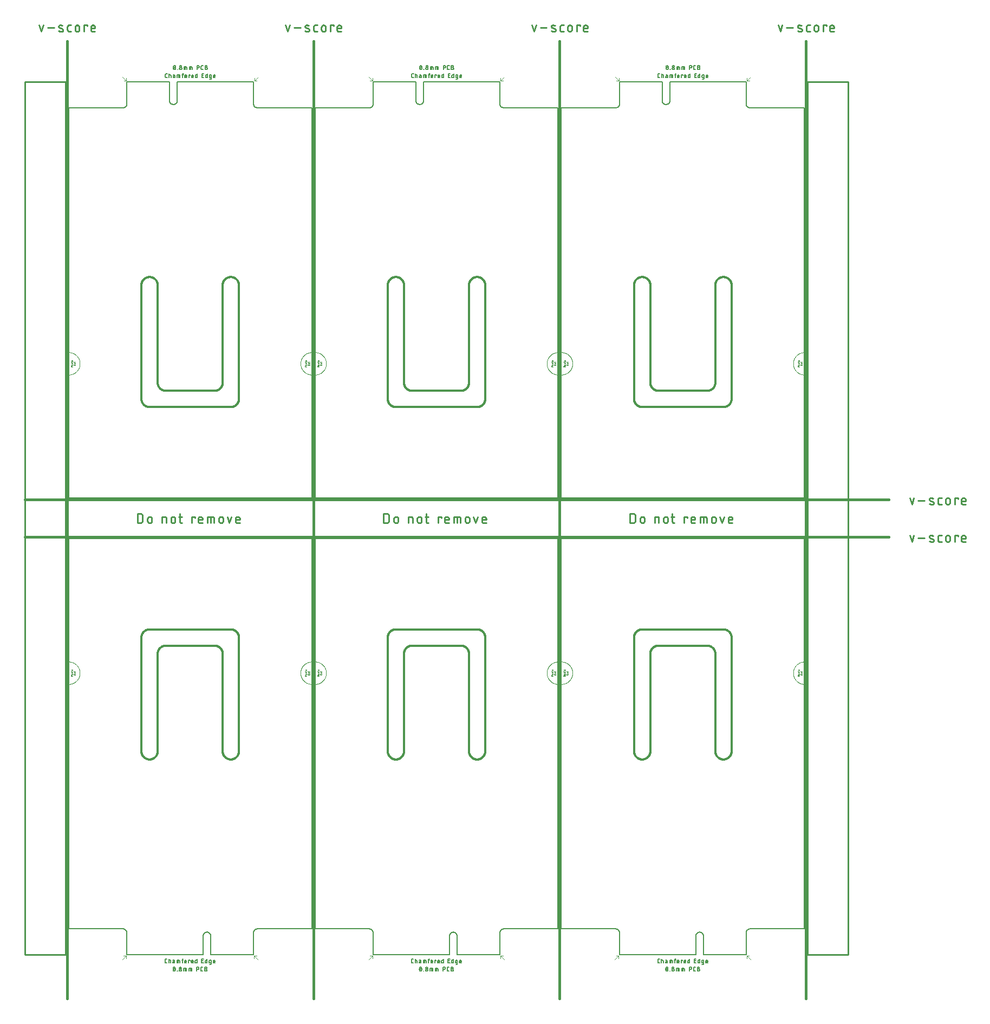
<source format=gko>
G04 EAGLE Gerber RS-274X export*
G75*
%MOMM*%
%FSLAX34Y34*%
%LPD*%
%IN*%
%IPPOS*%
%AMOC8*
5,1,8,0,0,1.08239X$1,22.5*%
G01*
%ADD10C,0.203200*%
%ADD11C,0.304800*%
%ADD12C,0.381000*%
%ADD13C,0.279400*%
%ADD14C,0.254000*%
%ADD15C,0.127000*%
%ADD16C,0.101600*%
%ADD17C,0.050800*%
%ADD18C,0.025400*%


D10*
X289242Y0D02*
X222242Y0D01*
X210242Y0D02*
X90742Y0D01*
X90742Y35000D01*
X289242Y35000D02*
X289242Y0D01*
X289242Y35000D02*
X289246Y35140D01*
X289255Y35280D01*
X289267Y35420D01*
X289283Y35559D01*
X289303Y35698D01*
X289326Y35836D01*
X289354Y35974D01*
X289385Y36110D01*
X289420Y36246D01*
X289459Y36381D01*
X289501Y36515D01*
X289547Y36647D01*
X289597Y36778D01*
X289650Y36908D01*
X289707Y37036D01*
X289767Y37163D01*
X289830Y37288D01*
X289898Y37411D01*
X289968Y37532D01*
X290042Y37651D01*
X290119Y37769D01*
X290199Y37884D01*
X290282Y37996D01*
X290369Y38107D01*
X290458Y38215D01*
X290550Y38320D01*
X290645Y38423D01*
X290743Y38524D01*
X290844Y38621D01*
X290947Y38716D01*
X291053Y38808D01*
X291162Y38897D01*
X291272Y38983D01*
X291385Y39066D01*
X291501Y39146D01*
X291618Y39222D01*
X291738Y39296D01*
X291859Y39366D01*
X291983Y39432D01*
X292108Y39495D01*
X292235Y39555D01*
X292363Y39611D01*
X292493Y39664D01*
X292624Y39713D01*
X292757Y39759D01*
X292891Y39801D01*
X293026Y39839D01*
X293162Y39873D01*
X293298Y39904D01*
X293436Y39931D01*
X293574Y39954D01*
X293713Y39973D01*
X293853Y39989D01*
X293992Y40001D01*
X90742Y35000D02*
X90736Y35142D01*
X90726Y35285D01*
X90712Y35426D01*
X90694Y35568D01*
X90673Y35709D01*
X90647Y35849D01*
X90618Y35988D01*
X90585Y36127D01*
X90548Y36264D01*
X90507Y36401D01*
X90462Y36536D01*
X90414Y36670D01*
X90362Y36803D01*
X90306Y36934D01*
X90247Y37064D01*
X90184Y37192D01*
X90118Y37318D01*
X90048Y37442D01*
X89975Y37564D01*
X89899Y37684D01*
X89819Y37802D01*
X89736Y37918D01*
X89650Y38032D01*
X89561Y38143D01*
X89468Y38251D01*
X89373Y38357D01*
X89275Y38461D01*
X89174Y38561D01*
X89070Y38659D01*
X88964Y38754D01*
X88855Y38846D01*
X88744Y38934D01*
X88630Y39020D01*
X88514Y39103D01*
X88395Y39182D01*
X88275Y39258D01*
X88152Y39331D01*
X88028Y39400D01*
X87901Y39466D01*
X87773Y39528D01*
X87643Y39587D01*
X87512Y39642D01*
X87379Y39693D01*
X87245Y39741D01*
X87109Y39785D01*
X86973Y39825D01*
X86835Y39862D01*
X86696Y39894D01*
X86557Y39923D01*
X86416Y39948D01*
X86276Y39969D01*
X86134Y39986D01*
X85992Y40000D01*
X222242Y29000D02*
X222242Y0D01*
X210242Y0D02*
X210242Y29000D01*
X210244Y29153D01*
X210250Y29306D01*
X210260Y29459D01*
X210273Y29612D01*
X210291Y29764D01*
X210312Y29916D01*
X210338Y30067D01*
X210367Y30217D01*
X210400Y30367D01*
X210437Y30516D01*
X210477Y30664D01*
X210522Y30810D01*
X210570Y30956D01*
X210622Y31100D01*
X210677Y31243D01*
X210736Y31384D01*
X210799Y31524D01*
X210865Y31662D01*
X210935Y31799D01*
X211008Y31933D01*
X211085Y32066D01*
X211165Y32197D01*
X211248Y32325D01*
X211334Y32452D01*
X211424Y32576D01*
X211517Y32698D01*
X211613Y32817D01*
X211712Y32934D01*
X211814Y33049D01*
X211919Y33161D01*
X212027Y33270D01*
X212137Y33376D01*
X212250Y33479D01*
X212366Y33580D01*
X212484Y33677D01*
X212605Y33772D01*
X212728Y33863D01*
X212853Y33951D01*
X212981Y34036D01*
X213110Y34118D01*
X213242Y34196D01*
X213376Y34271D01*
X213511Y34343D01*
X213649Y34411D01*
X213788Y34475D01*
X213928Y34536D01*
X214070Y34593D01*
X214214Y34647D01*
X214359Y34697D01*
X214505Y34743D01*
X214652Y34786D01*
X214800Y34824D01*
X214950Y34859D01*
X215100Y34890D01*
X215250Y34918D01*
X215402Y34941D01*
X215554Y34960D01*
X215706Y34976D01*
X215859Y34988D01*
X216012Y34996D01*
X216165Y35000D01*
X216319Y35000D01*
X216472Y34996D01*
X216625Y34988D01*
X216778Y34976D01*
X216930Y34960D01*
X217082Y34941D01*
X217234Y34918D01*
X217384Y34890D01*
X217534Y34859D01*
X217684Y34824D01*
X217832Y34786D01*
X217979Y34743D01*
X218125Y34697D01*
X218270Y34647D01*
X218414Y34593D01*
X218556Y34536D01*
X218696Y34475D01*
X218835Y34411D01*
X218973Y34343D01*
X219108Y34271D01*
X219242Y34196D01*
X219374Y34118D01*
X219503Y34036D01*
X219631Y33951D01*
X219756Y33863D01*
X219879Y33772D01*
X220000Y33677D01*
X220118Y33580D01*
X220234Y33479D01*
X220347Y33376D01*
X220457Y33270D01*
X220565Y33161D01*
X220670Y33049D01*
X220772Y32934D01*
X220871Y32817D01*
X220967Y32698D01*
X221060Y32576D01*
X221150Y32452D01*
X221236Y32325D01*
X221319Y32197D01*
X221399Y32066D01*
X221476Y31933D01*
X221549Y31799D01*
X221619Y31662D01*
X221685Y31524D01*
X221748Y31384D01*
X221807Y31243D01*
X221862Y31100D01*
X221914Y30956D01*
X221962Y30810D01*
X222007Y30664D01*
X222047Y30516D01*
X222084Y30367D01*
X222117Y30217D01*
X222146Y30067D01*
X222172Y29916D01*
X222193Y29764D01*
X222211Y29612D01*
X222224Y29459D01*
X222234Y29306D01*
X222240Y29153D01*
X222242Y29000D01*
X85992Y40000D02*
X-8Y40000D01*
X-8Y650000D01*
X293992Y40000D02*
X379992Y40000D01*
X379992Y650000D01*
X-8Y650000D01*
D11*
X266192Y317500D02*
X266188Y317193D01*
X266177Y316886D01*
X266159Y316580D01*
X266133Y316274D01*
X266099Y315969D01*
X266059Y315665D01*
X266011Y315362D01*
X265955Y315060D01*
X265893Y314760D01*
X265823Y314461D01*
X265746Y314164D01*
X265662Y313868D01*
X265570Y313575D01*
X265472Y313285D01*
X265367Y312997D01*
X265254Y312711D01*
X265135Y312428D01*
X265009Y312148D01*
X264877Y311871D01*
X264737Y311598D01*
X264591Y311328D01*
X264439Y311062D01*
X264280Y310799D01*
X264115Y310540D01*
X263944Y310286D01*
X263767Y310035D01*
X263583Y309789D01*
X263394Y309547D01*
X263199Y309311D01*
X262998Y309078D01*
X262792Y308851D01*
X262580Y308629D01*
X262363Y308412D01*
X262141Y308200D01*
X261914Y307994D01*
X261681Y307793D01*
X261445Y307598D01*
X261203Y307409D01*
X260957Y307225D01*
X260706Y307048D01*
X260452Y306877D01*
X260193Y306712D01*
X259930Y306553D01*
X259664Y306401D01*
X259394Y306255D01*
X259121Y306115D01*
X258844Y305983D01*
X258564Y305857D01*
X258281Y305738D01*
X257995Y305625D01*
X257707Y305520D01*
X257417Y305422D01*
X257124Y305330D01*
X256828Y305246D01*
X256531Y305169D01*
X256232Y305099D01*
X255932Y305037D01*
X255630Y304981D01*
X255327Y304933D01*
X255023Y304893D01*
X254718Y304859D01*
X254412Y304833D01*
X254106Y304815D01*
X253799Y304804D01*
X253492Y304800D01*
X266192Y317500D02*
X266192Y495300D01*
X266188Y495607D01*
X266177Y495914D01*
X266159Y496220D01*
X266133Y496526D01*
X266099Y496831D01*
X266059Y497135D01*
X266011Y497438D01*
X265955Y497740D01*
X265893Y498040D01*
X265823Y498339D01*
X265746Y498636D01*
X265662Y498932D01*
X265570Y499225D01*
X265472Y499515D01*
X265367Y499803D01*
X265254Y500089D01*
X265135Y500372D01*
X265009Y500652D01*
X264877Y500929D01*
X264737Y501202D01*
X264591Y501472D01*
X264439Y501738D01*
X264280Y502001D01*
X264115Y502260D01*
X263944Y502514D01*
X263767Y502765D01*
X263583Y503011D01*
X263394Y503253D01*
X263199Y503489D01*
X262998Y503722D01*
X262792Y503949D01*
X262580Y504171D01*
X262363Y504388D01*
X262141Y504600D01*
X261914Y504806D01*
X261681Y505007D01*
X261445Y505202D01*
X261203Y505391D01*
X260957Y505575D01*
X260706Y505752D01*
X260452Y505923D01*
X260193Y506088D01*
X259930Y506247D01*
X259664Y506399D01*
X259394Y506545D01*
X259121Y506685D01*
X258844Y506817D01*
X258564Y506943D01*
X258281Y507062D01*
X257995Y507175D01*
X257707Y507280D01*
X257417Y507378D01*
X257124Y507470D01*
X256828Y507554D01*
X256531Y507631D01*
X256232Y507701D01*
X255932Y507763D01*
X255630Y507819D01*
X255327Y507867D01*
X255023Y507907D01*
X254718Y507941D01*
X254412Y507967D01*
X254106Y507985D01*
X253799Y507996D01*
X253492Y508000D01*
X126492Y508000D01*
X126185Y507996D01*
X125878Y507985D01*
X125572Y507967D01*
X125266Y507941D01*
X124961Y507907D01*
X124657Y507867D01*
X124354Y507819D01*
X124052Y507763D01*
X123752Y507701D01*
X123453Y507631D01*
X123156Y507554D01*
X122860Y507470D01*
X122567Y507378D01*
X122277Y507280D01*
X121989Y507175D01*
X121703Y507062D01*
X121420Y506943D01*
X121140Y506817D01*
X120863Y506685D01*
X120590Y506545D01*
X120320Y506399D01*
X120054Y506247D01*
X119791Y506088D01*
X119532Y505923D01*
X119278Y505752D01*
X119027Y505575D01*
X118781Y505391D01*
X118539Y505202D01*
X118303Y505007D01*
X118070Y504806D01*
X117843Y504600D01*
X117621Y504388D01*
X117404Y504171D01*
X117192Y503949D01*
X116986Y503722D01*
X116785Y503489D01*
X116590Y503253D01*
X116401Y503011D01*
X116217Y502765D01*
X116040Y502514D01*
X115869Y502260D01*
X115704Y502001D01*
X115545Y501738D01*
X115393Y501472D01*
X115247Y501202D01*
X115107Y500929D01*
X114975Y500652D01*
X114849Y500372D01*
X114730Y500089D01*
X114617Y499803D01*
X114512Y499515D01*
X114414Y499225D01*
X114322Y498932D01*
X114238Y498636D01*
X114161Y498339D01*
X114091Y498040D01*
X114029Y497740D01*
X113973Y497438D01*
X113925Y497135D01*
X113885Y496831D01*
X113851Y496526D01*
X113825Y496220D01*
X113807Y495914D01*
X113796Y495607D01*
X113792Y495300D01*
X113792Y317500D01*
X113796Y317193D01*
X113807Y316886D01*
X113825Y316580D01*
X113851Y316274D01*
X113885Y315969D01*
X113925Y315665D01*
X113973Y315362D01*
X114029Y315060D01*
X114091Y314760D01*
X114161Y314461D01*
X114238Y314164D01*
X114322Y313868D01*
X114414Y313575D01*
X114512Y313285D01*
X114617Y312997D01*
X114730Y312711D01*
X114849Y312428D01*
X114975Y312148D01*
X115107Y311871D01*
X115247Y311598D01*
X115393Y311328D01*
X115545Y311062D01*
X115704Y310799D01*
X115869Y310540D01*
X116040Y310286D01*
X116217Y310035D01*
X116401Y309789D01*
X116590Y309547D01*
X116785Y309311D01*
X116986Y309078D01*
X117192Y308851D01*
X117404Y308629D01*
X117621Y308412D01*
X117843Y308200D01*
X118070Y307994D01*
X118303Y307793D01*
X118539Y307598D01*
X118781Y307409D01*
X119027Y307225D01*
X119278Y307048D01*
X119532Y306877D01*
X119791Y306712D01*
X120054Y306553D01*
X120320Y306401D01*
X120590Y306255D01*
X120863Y306115D01*
X121140Y305983D01*
X121420Y305857D01*
X121703Y305738D01*
X121989Y305625D01*
X122277Y305520D01*
X122567Y305422D01*
X122860Y305330D01*
X123156Y305246D01*
X123453Y305169D01*
X123752Y305099D01*
X124052Y305037D01*
X124354Y304981D01*
X124657Y304933D01*
X124961Y304893D01*
X125266Y304859D01*
X125572Y304833D01*
X125878Y304815D01*
X126185Y304804D01*
X126492Y304800D01*
X126799Y304804D01*
X127106Y304815D01*
X127412Y304833D01*
X127718Y304859D01*
X128023Y304893D01*
X128327Y304933D01*
X128630Y304981D01*
X128932Y305037D01*
X129232Y305099D01*
X129531Y305169D01*
X129828Y305246D01*
X130124Y305330D01*
X130417Y305422D01*
X130707Y305520D01*
X130995Y305625D01*
X131281Y305738D01*
X131564Y305857D01*
X131844Y305983D01*
X132121Y306115D01*
X132394Y306255D01*
X132664Y306401D01*
X132930Y306553D01*
X133193Y306712D01*
X133452Y306877D01*
X133706Y307048D01*
X133957Y307225D01*
X134203Y307409D01*
X134445Y307598D01*
X134681Y307793D01*
X134914Y307994D01*
X135141Y308200D01*
X135363Y308412D01*
X135580Y308629D01*
X135792Y308851D01*
X135998Y309078D01*
X136199Y309311D01*
X136394Y309547D01*
X136583Y309789D01*
X136767Y310035D01*
X136944Y310286D01*
X137115Y310540D01*
X137280Y310799D01*
X137439Y311062D01*
X137591Y311328D01*
X137737Y311598D01*
X137877Y311871D01*
X138009Y312148D01*
X138135Y312428D01*
X138254Y312711D01*
X138367Y312997D01*
X138472Y313285D01*
X138570Y313575D01*
X138662Y313868D01*
X138746Y314164D01*
X138823Y314461D01*
X138893Y314760D01*
X138955Y315060D01*
X139011Y315362D01*
X139059Y315665D01*
X139099Y315969D01*
X139133Y316274D01*
X139159Y316580D01*
X139177Y316886D01*
X139188Y317193D01*
X139192Y317500D01*
X139192Y469900D01*
X139196Y470207D01*
X139207Y470514D01*
X139225Y470820D01*
X139251Y471126D01*
X139285Y471431D01*
X139325Y471735D01*
X139373Y472038D01*
X139429Y472340D01*
X139491Y472640D01*
X139561Y472939D01*
X139638Y473236D01*
X139722Y473532D01*
X139814Y473825D01*
X139912Y474115D01*
X140017Y474403D01*
X140130Y474689D01*
X140249Y474972D01*
X140375Y475252D01*
X140507Y475529D01*
X140647Y475802D01*
X140793Y476072D01*
X140945Y476338D01*
X141104Y476601D01*
X141269Y476860D01*
X141440Y477114D01*
X141617Y477365D01*
X141801Y477611D01*
X141990Y477853D01*
X142185Y478089D01*
X142386Y478322D01*
X142592Y478549D01*
X142804Y478771D01*
X143021Y478988D01*
X143243Y479200D01*
X143470Y479406D01*
X143703Y479607D01*
X143939Y479802D01*
X144181Y479991D01*
X144427Y480175D01*
X144678Y480352D01*
X144932Y480523D01*
X145191Y480688D01*
X145454Y480847D01*
X145720Y480999D01*
X145990Y481145D01*
X146263Y481285D01*
X146540Y481417D01*
X146820Y481543D01*
X147103Y481662D01*
X147389Y481775D01*
X147677Y481880D01*
X147967Y481978D01*
X148260Y482070D01*
X148556Y482154D01*
X148853Y482231D01*
X149152Y482301D01*
X149452Y482363D01*
X149754Y482419D01*
X150057Y482467D01*
X150361Y482507D01*
X150666Y482541D01*
X150972Y482567D01*
X151278Y482585D01*
X151585Y482596D01*
X151892Y482600D01*
X228092Y482600D01*
X228399Y482596D01*
X228706Y482585D01*
X229012Y482567D01*
X229318Y482541D01*
X229623Y482507D01*
X229927Y482467D01*
X230230Y482419D01*
X230532Y482363D01*
X230832Y482301D01*
X231131Y482231D01*
X231428Y482154D01*
X231724Y482070D01*
X232017Y481978D01*
X232307Y481880D01*
X232595Y481775D01*
X232881Y481662D01*
X233164Y481543D01*
X233444Y481417D01*
X233721Y481285D01*
X233994Y481145D01*
X234264Y480999D01*
X234530Y480847D01*
X234793Y480688D01*
X235052Y480523D01*
X235306Y480352D01*
X235557Y480175D01*
X235803Y479991D01*
X236045Y479802D01*
X236281Y479607D01*
X236514Y479406D01*
X236741Y479200D01*
X236963Y478988D01*
X237180Y478771D01*
X237392Y478549D01*
X237598Y478322D01*
X237799Y478089D01*
X237994Y477853D01*
X238183Y477611D01*
X238367Y477365D01*
X238544Y477114D01*
X238715Y476860D01*
X238880Y476601D01*
X239039Y476338D01*
X239191Y476072D01*
X239337Y475802D01*
X239477Y475529D01*
X239609Y475252D01*
X239735Y474972D01*
X239854Y474689D01*
X239967Y474403D01*
X240072Y474115D01*
X240170Y473825D01*
X240262Y473532D01*
X240346Y473236D01*
X240423Y472939D01*
X240493Y472640D01*
X240555Y472340D01*
X240611Y472038D01*
X240659Y471735D01*
X240699Y471431D01*
X240733Y471126D01*
X240759Y470820D01*
X240777Y470514D01*
X240788Y470207D01*
X240792Y469900D01*
X240792Y317500D01*
X240796Y317193D01*
X240807Y316886D01*
X240825Y316580D01*
X240851Y316274D01*
X240885Y315969D01*
X240925Y315665D01*
X240973Y315362D01*
X241029Y315060D01*
X241091Y314760D01*
X241161Y314461D01*
X241238Y314164D01*
X241322Y313868D01*
X241414Y313575D01*
X241512Y313285D01*
X241617Y312997D01*
X241730Y312711D01*
X241849Y312428D01*
X241975Y312148D01*
X242107Y311871D01*
X242247Y311598D01*
X242393Y311328D01*
X242545Y311062D01*
X242704Y310799D01*
X242869Y310540D01*
X243040Y310286D01*
X243217Y310035D01*
X243401Y309789D01*
X243590Y309547D01*
X243785Y309311D01*
X243986Y309078D01*
X244192Y308851D01*
X244404Y308629D01*
X244621Y308412D01*
X244843Y308200D01*
X245070Y307994D01*
X245303Y307793D01*
X245539Y307598D01*
X245781Y307409D01*
X246027Y307225D01*
X246278Y307048D01*
X246532Y306877D01*
X246791Y306712D01*
X247054Y306553D01*
X247320Y306401D01*
X247590Y306255D01*
X247863Y306115D01*
X248140Y305983D01*
X248420Y305857D01*
X248703Y305738D01*
X248989Y305625D01*
X249277Y305520D01*
X249567Y305422D01*
X249860Y305330D01*
X250156Y305246D01*
X250453Y305169D01*
X250752Y305099D01*
X251052Y305037D01*
X251354Y304981D01*
X251657Y304933D01*
X251961Y304893D01*
X252266Y304859D01*
X252572Y304833D01*
X252878Y304815D01*
X253185Y304804D01*
X253492Y304800D01*
D10*
X607331Y0D02*
X674331Y0D01*
X595331Y0D02*
X475831Y0D01*
X475831Y35000D01*
X674331Y35000D02*
X674331Y0D01*
X674331Y35000D02*
X674335Y35140D01*
X674344Y35280D01*
X674356Y35420D01*
X674372Y35559D01*
X674392Y35698D01*
X674415Y35836D01*
X674443Y35974D01*
X674474Y36110D01*
X674509Y36246D01*
X674548Y36381D01*
X674590Y36515D01*
X674636Y36647D01*
X674686Y36778D01*
X674739Y36908D01*
X674796Y37036D01*
X674856Y37163D01*
X674919Y37288D01*
X674987Y37411D01*
X675057Y37532D01*
X675131Y37651D01*
X675208Y37769D01*
X675288Y37884D01*
X675371Y37996D01*
X675458Y38107D01*
X675547Y38215D01*
X675639Y38320D01*
X675734Y38423D01*
X675832Y38524D01*
X675933Y38621D01*
X676036Y38716D01*
X676142Y38808D01*
X676251Y38897D01*
X676361Y38983D01*
X676474Y39066D01*
X676590Y39146D01*
X676707Y39222D01*
X676827Y39296D01*
X676948Y39366D01*
X677072Y39432D01*
X677197Y39495D01*
X677324Y39555D01*
X677452Y39611D01*
X677582Y39664D01*
X677713Y39713D01*
X677846Y39759D01*
X677980Y39801D01*
X678115Y39839D01*
X678251Y39873D01*
X678387Y39904D01*
X678525Y39931D01*
X678663Y39954D01*
X678802Y39973D01*
X678942Y39989D01*
X679081Y40001D01*
X475831Y35000D02*
X475825Y35142D01*
X475815Y35285D01*
X475801Y35426D01*
X475783Y35568D01*
X475762Y35709D01*
X475736Y35849D01*
X475707Y35988D01*
X475674Y36127D01*
X475637Y36264D01*
X475596Y36401D01*
X475551Y36536D01*
X475503Y36670D01*
X475451Y36803D01*
X475395Y36934D01*
X475336Y37064D01*
X475273Y37192D01*
X475207Y37318D01*
X475137Y37442D01*
X475064Y37564D01*
X474988Y37684D01*
X474908Y37802D01*
X474825Y37918D01*
X474739Y38032D01*
X474650Y38143D01*
X474557Y38251D01*
X474462Y38357D01*
X474364Y38461D01*
X474263Y38561D01*
X474159Y38659D01*
X474053Y38754D01*
X473944Y38846D01*
X473833Y38934D01*
X473719Y39020D01*
X473603Y39103D01*
X473484Y39182D01*
X473364Y39258D01*
X473241Y39331D01*
X473117Y39400D01*
X472990Y39466D01*
X472862Y39528D01*
X472732Y39587D01*
X472601Y39642D01*
X472468Y39693D01*
X472334Y39741D01*
X472198Y39785D01*
X472062Y39825D01*
X471924Y39862D01*
X471785Y39894D01*
X471646Y39923D01*
X471505Y39948D01*
X471365Y39969D01*
X471223Y39986D01*
X471081Y40000D01*
X607331Y29000D02*
X607331Y0D01*
X595331Y0D02*
X595331Y29000D01*
X595333Y29153D01*
X595339Y29306D01*
X595349Y29459D01*
X595362Y29612D01*
X595380Y29764D01*
X595401Y29916D01*
X595427Y30067D01*
X595456Y30217D01*
X595489Y30367D01*
X595526Y30516D01*
X595566Y30664D01*
X595611Y30810D01*
X595659Y30956D01*
X595711Y31100D01*
X595766Y31243D01*
X595825Y31384D01*
X595888Y31524D01*
X595954Y31662D01*
X596024Y31799D01*
X596097Y31933D01*
X596174Y32066D01*
X596254Y32197D01*
X596337Y32325D01*
X596423Y32452D01*
X596513Y32576D01*
X596606Y32698D01*
X596702Y32817D01*
X596801Y32934D01*
X596903Y33049D01*
X597008Y33161D01*
X597116Y33270D01*
X597226Y33376D01*
X597339Y33479D01*
X597455Y33580D01*
X597573Y33677D01*
X597694Y33772D01*
X597817Y33863D01*
X597942Y33951D01*
X598070Y34036D01*
X598199Y34118D01*
X598331Y34196D01*
X598465Y34271D01*
X598600Y34343D01*
X598738Y34411D01*
X598877Y34475D01*
X599017Y34536D01*
X599159Y34593D01*
X599303Y34647D01*
X599448Y34697D01*
X599594Y34743D01*
X599741Y34786D01*
X599889Y34824D01*
X600039Y34859D01*
X600189Y34890D01*
X600339Y34918D01*
X600491Y34941D01*
X600643Y34960D01*
X600795Y34976D01*
X600948Y34988D01*
X601101Y34996D01*
X601254Y35000D01*
X601408Y35000D01*
X601561Y34996D01*
X601714Y34988D01*
X601867Y34976D01*
X602019Y34960D01*
X602171Y34941D01*
X602323Y34918D01*
X602473Y34890D01*
X602623Y34859D01*
X602773Y34824D01*
X602921Y34786D01*
X603068Y34743D01*
X603214Y34697D01*
X603359Y34647D01*
X603503Y34593D01*
X603645Y34536D01*
X603785Y34475D01*
X603924Y34411D01*
X604062Y34343D01*
X604197Y34271D01*
X604331Y34196D01*
X604463Y34118D01*
X604592Y34036D01*
X604720Y33951D01*
X604845Y33863D01*
X604968Y33772D01*
X605089Y33677D01*
X605207Y33580D01*
X605323Y33479D01*
X605436Y33376D01*
X605546Y33270D01*
X605654Y33161D01*
X605759Y33049D01*
X605861Y32934D01*
X605960Y32817D01*
X606056Y32698D01*
X606149Y32576D01*
X606239Y32452D01*
X606325Y32325D01*
X606408Y32197D01*
X606488Y32066D01*
X606565Y31933D01*
X606638Y31799D01*
X606708Y31662D01*
X606774Y31524D01*
X606837Y31384D01*
X606896Y31243D01*
X606951Y31100D01*
X607003Y30956D01*
X607051Y30810D01*
X607096Y30664D01*
X607136Y30516D01*
X607173Y30367D01*
X607206Y30217D01*
X607235Y30067D01*
X607261Y29916D01*
X607282Y29764D01*
X607300Y29612D01*
X607313Y29459D01*
X607323Y29306D01*
X607329Y29153D01*
X607331Y29000D01*
X471081Y40000D02*
X385081Y40000D01*
X385081Y650000D01*
X679081Y40000D02*
X765081Y40000D01*
X765081Y650000D01*
X385081Y650000D01*
D11*
X651281Y317500D02*
X651277Y317193D01*
X651266Y316886D01*
X651248Y316580D01*
X651222Y316274D01*
X651188Y315969D01*
X651148Y315665D01*
X651100Y315362D01*
X651044Y315060D01*
X650982Y314760D01*
X650912Y314461D01*
X650835Y314164D01*
X650751Y313868D01*
X650659Y313575D01*
X650561Y313285D01*
X650456Y312997D01*
X650343Y312711D01*
X650224Y312428D01*
X650098Y312148D01*
X649966Y311871D01*
X649826Y311598D01*
X649680Y311328D01*
X649528Y311062D01*
X649369Y310799D01*
X649204Y310540D01*
X649033Y310286D01*
X648856Y310035D01*
X648672Y309789D01*
X648483Y309547D01*
X648288Y309311D01*
X648087Y309078D01*
X647881Y308851D01*
X647669Y308629D01*
X647452Y308412D01*
X647230Y308200D01*
X647003Y307994D01*
X646770Y307793D01*
X646534Y307598D01*
X646292Y307409D01*
X646046Y307225D01*
X645795Y307048D01*
X645541Y306877D01*
X645282Y306712D01*
X645019Y306553D01*
X644753Y306401D01*
X644483Y306255D01*
X644210Y306115D01*
X643933Y305983D01*
X643653Y305857D01*
X643370Y305738D01*
X643084Y305625D01*
X642796Y305520D01*
X642506Y305422D01*
X642213Y305330D01*
X641917Y305246D01*
X641620Y305169D01*
X641321Y305099D01*
X641021Y305037D01*
X640719Y304981D01*
X640416Y304933D01*
X640112Y304893D01*
X639807Y304859D01*
X639501Y304833D01*
X639195Y304815D01*
X638888Y304804D01*
X638581Y304800D01*
X651281Y317500D02*
X651281Y495300D01*
X651277Y495607D01*
X651266Y495914D01*
X651248Y496220D01*
X651222Y496526D01*
X651188Y496831D01*
X651148Y497135D01*
X651100Y497438D01*
X651044Y497740D01*
X650982Y498040D01*
X650912Y498339D01*
X650835Y498636D01*
X650751Y498932D01*
X650659Y499225D01*
X650561Y499515D01*
X650456Y499803D01*
X650343Y500089D01*
X650224Y500372D01*
X650098Y500652D01*
X649966Y500929D01*
X649826Y501202D01*
X649680Y501472D01*
X649528Y501738D01*
X649369Y502001D01*
X649204Y502260D01*
X649033Y502514D01*
X648856Y502765D01*
X648672Y503011D01*
X648483Y503253D01*
X648288Y503489D01*
X648087Y503722D01*
X647881Y503949D01*
X647669Y504171D01*
X647452Y504388D01*
X647230Y504600D01*
X647003Y504806D01*
X646770Y505007D01*
X646534Y505202D01*
X646292Y505391D01*
X646046Y505575D01*
X645795Y505752D01*
X645541Y505923D01*
X645282Y506088D01*
X645019Y506247D01*
X644753Y506399D01*
X644483Y506545D01*
X644210Y506685D01*
X643933Y506817D01*
X643653Y506943D01*
X643370Y507062D01*
X643084Y507175D01*
X642796Y507280D01*
X642506Y507378D01*
X642213Y507470D01*
X641917Y507554D01*
X641620Y507631D01*
X641321Y507701D01*
X641021Y507763D01*
X640719Y507819D01*
X640416Y507867D01*
X640112Y507907D01*
X639807Y507941D01*
X639501Y507967D01*
X639195Y507985D01*
X638888Y507996D01*
X638581Y508000D01*
X511581Y508000D01*
X511274Y507996D01*
X510967Y507985D01*
X510661Y507967D01*
X510355Y507941D01*
X510050Y507907D01*
X509746Y507867D01*
X509443Y507819D01*
X509141Y507763D01*
X508841Y507701D01*
X508542Y507631D01*
X508245Y507554D01*
X507949Y507470D01*
X507656Y507378D01*
X507366Y507280D01*
X507078Y507175D01*
X506792Y507062D01*
X506509Y506943D01*
X506229Y506817D01*
X505952Y506685D01*
X505679Y506545D01*
X505409Y506399D01*
X505143Y506247D01*
X504880Y506088D01*
X504621Y505923D01*
X504367Y505752D01*
X504116Y505575D01*
X503870Y505391D01*
X503628Y505202D01*
X503392Y505007D01*
X503159Y504806D01*
X502932Y504600D01*
X502710Y504388D01*
X502493Y504171D01*
X502281Y503949D01*
X502075Y503722D01*
X501874Y503489D01*
X501679Y503253D01*
X501490Y503011D01*
X501306Y502765D01*
X501129Y502514D01*
X500958Y502260D01*
X500793Y502001D01*
X500634Y501738D01*
X500482Y501472D01*
X500336Y501202D01*
X500196Y500929D01*
X500064Y500652D01*
X499938Y500372D01*
X499819Y500089D01*
X499706Y499803D01*
X499601Y499515D01*
X499503Y499225D01*
X499411Y498932D01*
X499327Y498636D01*
X499250Y498339D01*
X499180Y498040D01*
X499118Y497740D01*
X499062Y497438D01*
X499014Y497135D01*
X498974Y496831D01*
X498940Y496526D01*
X498914Y496220D01*
X498896Y495914D01*
X498885Y495607D01*
X498881Y495300D01*
X498881Y317500D01*
X498885Y317193D01*
X498896Y316886D01*
X498914Y316580D01*
X498940Y316274D01*
X498974Y315969D01*
X499014Y315665D01*
X499062Y315362D01*
X499118Y315060D01*
X499180Y314760D01*
X499250Y314461D01*
X499327Y314164D01*
X499411Y313868D01*
X499503Y313575D01*
X499601Y313285D01*
X499706Y312997D01*
X499819Y312711D01*
X499938Y312428D01*
X500064Y312148D01*
X500196Y311871D01*
X500336Y311598D01*
X500482Y311328D01*
X500634Y311062D01*
X500793Y310799D01*
X500958Y310540D01*
X501129Y310286D01*
X501306Y310035D01*
X501490Y309789D01*
X501679Y309547D01*
X501874Y309311D01*
X502075Y309078D01*
X502281Y308851D01*
X502493Y308629D01*
X502710Y308412D01*
X502932Y308200D01*
X503159Y307994D01*
X503392Y307793D01*
X503628Y307598D01*
X503870Y307409D01*
X504116Y307225D01*
X504367Y307048D01*
X504621Y306877D01*
X504880Y306712D01*
X505143Y306553D01*
X505409Y306401D01*
X505679Y306255D01*
X505952Y306115D01*
X506229Y305983D01*
X506509Y305857D01*
X506792Y305738D01*
X507078Y305625D01*
X507366Y305520D01*
X507656Y305422D01*
X507949Y305330D01*
X508245Y305246D01*
X508542Y305169D01*
X508841Y305099D01*
X509141Y305037D01*
X509443Y304981D01*
X509746Y304933D01*
X510050Y304893D01*
X510355Y304859D01*
X510661Y304833D01*
X510967Y304815D01*
X511274Y304804D01*
X511581Y304800D01*
X511888Y304804D01*
X512195Y304815D01*
X512501Y304833D01*
X512807Y304859D01*
X513112Y304893D01*
X513416Y304933D01*
X513719Y304981D01*
X514021Y305037D01*
X514321Y305099D01*
X514620Y305169D01*
X514917Y305246D01*
X515213Y305330D01*
X515506Y305422D01*
X515796Y305520D01*
X516084Y305625D01*
X516370Y305738D01*
X516653Y305857D01*
X516933Y305983D01*
X517210Y306115D01*
X517483Y306255D01*
X517753Y306401D01*
X518019Y306553D01*
X518282Y306712D01*
X518541Y306877D01*
X518795Y307048D01*
X519046Y307225D01*
X519292Y307409D01*
X519534Y307598D01*
X519770Y307793D01*
X520003Y307994D01*
X520230Y308200D01*
X520452Y308412D01*
X520669Y308629D01*
X520881Y308851D01*
X521087Y309078D01*
X521288Y309311D01*
X521483Y309547D01*
X521672Y309789D01*
X521856Y310035D01*
X522033Y310286D01*
X522204Y310540D01*
X522369Y310799D01*
X522528Y311062D01*
X522680Y311328D01*
X522826Y311598D01*
X522966Y311871D01*
X523098Y312148D01*
X523224Y312428D01*
X523343Y312711D01*
X523456Y312997D01*
X523561Y313285D01*
X523659Y313575D01*
X523751Y313868D01*
X523835Y314164D01*
X523912Y314461D01*
X523982Y314760D01*
X524044Y315060D01*
X524100Y315362D01*
X524148Y315665D01*
X524188Y315969D01*
X524222Y316274D01*
X524248Y316580D01*
X524266Y316886D01*
X524277Y317193D01*
X524281Y317500D01*
X524281Y469900D01*
X524285Y470207D01*
X524296Y470514D01*
X524314Y470820D01*
X524340Y471126D01*
X524374Y471431D01*
X524414Y471735D01*
X524462Y472038D01*
X524518Y472340D01*
X524580Y472640D01*
X524650Y472939D01*
X524727Y473236D01*
X524811Y473532D01*
X524903Y473825D01*
X525001Y474115D01*
X525106Y474403D01*
X525219Y474689D01*
X525338Y474972D01*
X525464Y475252D01*
X525596Y475529D01*
X525736Y475802D01*
X525882Y476072D01*
X526034Y476338D01*
X526193Y476601D01*
X526358Y476860D01*
X526529Y477114D01*
X526706Y477365D01*
X526890Y477611D01*
X527079Y477853D01*
X527274Y478089D01*
X527475Y478322D01*
X527681Y478549D01*
X527893Y478771D01*
X528110Y478988D01*
X528332Y479200D01*
X528559Y479406D01*
X528792Y479607D01*
X529028Y479802D01*
X529270Y479991D01*
X529516Y480175D01*
X529767Y480352D01*
X530021Y480523D01*
X530280Y480688D01*
X530543Y480847D01*
X530809Y480999D01*
X531079Y481145D01*
X531352Y481285D01*
X531629Y481417D01*
X531909Y481543D01*
X532192Y481662D01*
X532478Y481775D01*
X532766Y481880D01*
X533056Y481978D01*
X533349Y482070D01*
X533645Y482154D01*
X533942Y482231D01*
X534241Y482301D01*
X534541Y482363D01*
X534843Y482419D01*
X535146Y482467D01*
X535450Y482507D01*
X535755Y482541D01*
X536061Y482567D01*
X536367Y482585D01*
X536674Y482596D01*
X536981Y482600D01*
X613181Y482600D01*
X613488Y482596D01*
X613795Y482585D01*
X614101Y482567D01*
X614407Y482541D01*
X614712Y482507D01*
X615016Y482467D01*
X615319Y482419D01*
X615621Y482363D01*
X615921Y482301D01*
X616220Y482231D01*
X616517Y482154D01*
X616813Y482070D01*
X617106Y481978D01*
X617396Y481880D01*
X617684Y481775D01*
X617970Y481662D01*
X618253Y481543D01*
X618533Y481417D01*
X618810Y481285D01*
X619083Y481145D01*
X619353Y480999D01*
X619619Y480847D01*
X619882Y480688D01*
X620141Y480523D01*
X620395Y480352D01*
X620646Y480175D01*
X620892Y479991D01*
X621134Y479802D01*
X621370Y479607D01*
X621603Y479406D01*
X621830Y479200D01*
X622052Y478988D01*
X622269Y478771D01*
X622481Y478549D01*
X622687Y478322D01*
X622888Y478089D01*
X623083Y477853D01*
X623272Y477611D01*
X623456Y477365D01*
X623633Y477114D01*
X623804Y476860D01*
X623969Y476601D01*
X624128Y476338D01*
X624280Y476072D01*
X624426Y475802D01*
X624566Y475529D01*
X624698Y475252D01*
X624824Y474972D01*
X624943Y474689D01*
X625056Y474403D01*
X625161Y474115D01*
X625259Y473825D01*
X625351Y473532D01*
X625435Y473236D01*
X625512Y472939D01*
X625582Y472640D01*
X625644Y472340D01*
X625700Y472038D01*
X625748Y471735D01*
X625788Y471431D01*
X625822Y471126D01*
X625848Y470820D01*
X625866Y470514D01*
X625877Y470207D01*
X625881Y469900D01*
X625881Y317500D01*
X625885Y317193D01*
X625896Y316886D01*
X625914Y316580D01*
X625940Y316274D01*
X625974Y315969D01*
X626014Y315665D01*
X626062Y315362D01*
X626118Y315060D01*
X626180Y314760D01*
X626250Y314461D01*
X626327Y314164D01*
X626411Y313868D01*
X626503Y313575D01*
X626601Y313285D01*
X626706Y312997D01*
X626819Y312711D01*
X626938Y312428D01*
X627064Y312148D01*
X627196Y311871D01*
X627336Y311598D01*
X627482Y311328D01*
X627634Y311062D01*
X627793Y310799D01*
X627958Y310540D01*
X628129Y310286D01*
X628306Y310035D01*
X628490Y309789D01*
X628679Y309547D01*
X628874Y309311D01*
X629075Y309078D01*
X629281Y308851D01*
X629493Y308629D01*
X629710Y308412D01*
X629932Y308200D01*
X630159Y307994D01*
X630392Y307793D01*
X630628Y307598D01*
X630870Y307409D01*
X631116Y307225D01*
X631367Y307048D01*
X631621Y306877D01*
X631880Y306712D01*
X632143Y306553D01*
X632409Y306401D01*
X632679Y306255D01*
X632952Y306115D01*
X633229Y305983D01*
X633509Y305857D01*
X633792Y305738D01*
X634078Y305625D01*
X634366Y305520D01*
X634656Y305422D01*
X634949Y305330D01*
X635245Y305246D01*
X635542Y305169D01*
X635841Y305099D01*
X636141Y305037D01*
X636443Y304981D01*
X636746Y304933D01*
X637050Y304893D01*
X637355Y304859D01*
X637661Y304833D01*
X637967Y304815D01*
X638274Y304804D01*
X638581Y304800D01*
D10*
X992395Y0D02*
X1059395Y0D01*
X980395Y0D02*
X860895Y0D01*
X860895Y35000D01*
X1059395Y35000D02*
X1059395Y0D01*
X1059395Y35000D02*
X1059399Y35140D01*
X1059408Y35280D01*
X1059420Y35420D01*
X1059436Y35559D01*
X1059456Y35698D01*
X1059479Y35836D01*
X1059507Y35974D01*
X1059538Y36110D01*
X1059573Y36246D01*
X1059612Y36381D01*
X1059654Y36515D01*
X1059700Y36647D01*
X1059750Y36778D01*
X1059803Y36908D01*
X1059860Y37036D01*
X1059920Y37163D01*
X1059983Y37288D01*
X1060051Y37411D01*
X1060121Y37532D01*
X1060195Y37651D01*
X1060272Y37769D01*
X1060352Y37884D01*
X1060435Y37996D01*
X1060522Y38107D01*
X1060611Y38215D01*
X1060703Y38320D01*
X1060798Y38423D01*
X1060896Y38524D01*
X1060997Y38621D01*
X1061100Y38716D01*
X1061206Y38808D01*
X1061315Y38897D01*
X1061425Y38983D01*
X1061538Y39066D01*
X1061654Y39146D01*
X1061771Y39222D01*
X1061891Y39296D01*
X1062012Y39366D01*
X1062136Y39432D01*
X1062261Y39495D01*
X1062388Y39555D01*
X1062516Y39611D01*
X1062646Y39664D01*
X1062777Y39713D01*
X1062910Y39759D01*
X1063044Y39801D01*
X1063179Y39839D01*
X1063315Y39873D01*
X1063451Y39904D01*
X1063589Y39931D01*
X1063727Y39954D01*
X1063866Y39973D01*
X1064006Y39989D01*
X1064145Y40001D01*
X860895Y35000D02*
X860889Y35142D01*
X860879Y35285D01*
X860865Y35426D01*
X860847Y35568D01*
X860826Y35709D01*
X860800Y35849D01*
X860771Y35988D01*
X860738Y36127D01*
X860701Y36264D01*
X860660Y36401D01*
X860615Y36536D01*
X860567Y36670D01*
X860515Y36803D01*
X860459Y36934D01*
X860400Y37064D01*
X860337Y37192D01*
X860271Y37318D01*
X860201Y37442D01*
X860128Y37564D01*
X860052Y37684D01*
X859972Y37802D01*
X859889Y37918D01*
X859803Y38032D01*
X859714Y38143D01*
X859621Y38251D01*
X859526Y38357D01*
X859428Y38461D01*
X859327Y38561D01*
X859223Y38659D01*
X859117Y38754D01*
X859008Y38846D01*
X858897Y38934D01*
X858783Y39020D01*
X858667Y39103D01*
X858548Y39182D01*
X858428Y39258D01*
X858305Y39331D01*
X858181Y39400D01*
X858054Y39466D01*
X857926Y39528D01*
X857796Y39587D01*
X857665Y39642D01*
X857532Y39693D01*
X857398Y39741D01*
X857262Y39785D01*
X857126Y39825D01*
X856988Y39862D01*
X856849Y39894D01*
X856710Y39923D01*
X856569Y39948D01*
X856429Y39969D01*
X856287Y39986D01*
X856145Y40000D01*
X992395Y29000D02*
X992395Y0D01*
X980395Y0D02*
X980395Y29000D01*
X980397Y29153D01*
X980403Y29306D01*
X980413Y29459D01*
X980426Y29612D01*
X980444Y29764D01*
X980465Y29916D01*
X980491Y30067D01*
X980520Y30217D01*
X980553Y30367D01*
X980590Y30516D01*
X980630Y30664D01*
X980675Y30810D01*
X980723Y30956D01*
X980775Y31100D01*
X980830Y31243D01*
X980889Y31384D01*
X980952Y31524D01*
X981018Y31662D01*
X981088Y31799D01*
X981161Y31933D01*
X981238Y32066D01*
X981318Y32197D01*
X981401Y32325D01*
X981487Y32452D01*
X981577Y32576D01*
X981670Y32698D01*
X981766Y32817D01*
X981865Y32934D01*
X981967Y33049D01*
X982072Y33161D01*
X982180Y33270D01*
X982290Y33376D01*
X982403Y33479D01*
X982519Y33580D01*
X982637Y33677D01*
X982758Y33772D01*
X982881Y33863D01*
X983006Y33951D01*
X983134Y34036D01*
X983263Y34118D01*
X983395Y34196D01*
X983529Y34271D01*
X983664Y34343D01*
X983802Y34411D01*
X983941Y34475D01*
X984081Y34536D01*
X984223Y34593D01*
X984367Y34647D01*
X984512Y34697D01*
X984658Y34743D01*
X984805Y34786D01*
X984953Y34824D01*
X985103Y34859D01*
X985253Y34890D01*
X985403Y34918D01*
X985555Y34941D01*
X985707Y34960D01*
X985859Y34976D01*
X986012Y34988D01*
X986165Y34996D01*
X986318Y35000D01*
X986472Y35000D01*
X986625Y34996D01*
X986778Y34988D01*
X986931Y34976D01*
X987083Y34960D01*
X987235Y34941D01*
X987387Y34918D01*
X987537Y34890D01*
X987687Y34859D01*
X987837Y34824D01*
X987985Y34786D01*
X988132Y34743D01*
X988278Y34697D01*
X988423Y34647D01*
X988567Y34593D01*
X988709Y34536D01*
X988849Y34475D01*
X988988Y34411D01*
X989126Y34343D01*
X989261Y34271D01*
X989395Y34196D01*
X989527Y34118D01*
X989656Y34036D01*
X989784Y33951D01*
X989909Y33863D01*
X990032Y33772D01*
X990153Y33677D01*
X990271Y33580D01*
X990387Y33479D01*
X990500Y33376D01*
X990610Y33270D01*
X990718Y33161D01*
X990823Y33049D01*
X990925Y32934D01*
X991024Y32817D01*
X991120Y32698D01*
X991213Y32576D01*
X991303Y32452D01*
X991389Y32325D01*
X991472Y32197D01*
X991552Y32066D01*
X991629Y31933D01*
X991702Y31799D01*
X991772Y31662D01*
X991838Y31524D01*
X991901Y31384D01*
X991960Y31243D01*
X992015Y31100D01*
X992067Y30956D01*
X992115Y30810D01*
X992160Y30664D01*
X992200Y30516D01*
X992237Y30367D01*
X992270Y30217D01*
X992299Y30067D01*
X992325Y29916D01*
X992346Y29764D01*
X992364Y29612D01*
X992377Y29459D01*
X992387Y29306D01*
X992393Y29153D01*
X992395Y29000D01*
X856145Y40000D02*
X770145Y40000D01*
X770145Y650000D01*
X1064145Y40000D02*
X1150145Y40000D01*
X1150145Y650000D01*
X770145Y650000D01*
D11*
X1036345Y317500D02*
X1036341Y317193D01*
X1036330Y316886D01*
X1036312Y316580D01*
X1036286Y316274D01*
X1036252Y315969D01*
X1036212Y315665D01*
X1036164Y315362D01*
X1036108Y315060D01*
X1036046Y314760D01*
X1035976Y314461D01*
X1035899Y314164D01*
X1035815Y313868D01*
X1035723Y313575D01*
X1035625Y313285D01*
X1035520Y312997D01*
X1035407Y312711D01*
X1035288Y312428D01*
X1035162Y312148D01*
X1035030Y311871D01*
X1034890Y311598D01*
X1034744Y311328D01*
X1034592Y311062D01*
X1034433Y310799D01*
X1034268Y310540D01*
X1034097Y310286D01*
X1033920Y310035D01*
X1033736Y309789D01*
X1033547Y309547D01*
X1033352Y309311D01*
X1033151Y309078D01*
X1032945Y308851D01*
X1032733Y308629D01*
X1032516Y308412D01*
X1032294Y308200D01*
X1032067Y307994D01*
X1031834Y307793D01*
X1031598Y307598D01*
X1031356Y307409D01*
X1031110Y307225D01*
X1030859Y307048D01*
X1030605Y306877D01*
X1030346Y306712D01*
X1030083Y306553D01*
X1029817Y306401D01*
X1029547Y306255D01*
X1029274Y306115D01*
X1028997Y305983D01*
X1028717Y305857D01*
X1028434Y305738D01*
X1028148Y305625D01*
X1027860Y305520D01*
X1027570Y305422D01*
X1027277Y305330D01*
X1026981Y305246D01*
X1026684Y305169D01*
X1026385Y305099D01*
X1026085Y305037D01*
X1025783Y304981D01*
X1025480Y304933D01*
X1025176Y304893D01*
X1024871Y304859D01*
X1024565Y304833D01*
X1024259Y304815D01*
X1023952Y304804D01*
X1023645Y304800D01*
X1036345Y317500D02*
X1036345Y495300D01*
X1036341Y495607D01*
X1036330Y495914D01*
X1036312Y496220D01*
X1036286Y496526D01*
X1036252Y496831D01*
X1036212Y497135D01*
X1036164Y497438D01*
X1036108Y497740D01*
X1036046Y498040D01*
X1035976Y498339D01*
X1035899Y498636D01*
X1035815Y498932D01*
X1035723Y499225D01*
X1035625Y499515D01*
X1035520Y499803D01*
X1035407Y500089D01*
X1035288Y500372D01*
X1035162Y500652D01*
X1035030Y500929D01*
X1034890Y501202D01*
X1034744Y501472D01*
X1034592Y501738D01*
X1034433Y502001D01*
X1034268Y502260D01*
X1034097Y502514D01*
X1033920Y502765D01*
X1033736Y503011D01*
X1033547Y503253D01*
X1033352Y503489D01*
X1033151Y503722D01*
X1032945Y503949D01*
X1032733Y504171D01*
X1032516Y504388D01*
X1032294Y504600D01*
X1032067Y504806D01*
X1031834Y505007D01*
X1031598Y505202D01*
X1031356Y505391D01*
X1031110Y505575D01*
X1030859Y505752D01*
X1030605Y505923D01*
X1030346Y506088D01*
X1030083Y506247D01*
X1029817Y506399D01*
X1029547Y506545D01*
X1029274Y506685D01*
X1028997Y506817D01*
X1028717Y506943D01*
X1028434Y507062D01*
X1028148Y507175D01*
X1027860Y507280D01*
X1027570Y507378D01*
X1027277Y507470D01*
X1026981Y507554D01*
X1026684Y507631D01*
X1026385Y507701D01*
X1026085Y507763D01*
X1025783Y507819D01*
X1025480Y507867D01*
X1025176Y507907D01*
X1024871Y507941D01*
X1024565Y507967D01*
X1024259Y507985D01*
X1023952Y507996D01*
X1023645Y508000D01*
X896645Y508000D01*
X896338Y507996D01*
X896031Y507985D01*
X895725Y507967D01*
X895419Y507941D01*
X895114Y507907D01*
X894810Y507867D01*
X894507Y507819D01*
X894205Y507763D01*
X893905Y507701D01*
X893606Y507631D01*
X893309Y507554D01*
X893013Y507470D01*
X892720Y507378D01*
X892430Y507280D01*
X892142Y507175D01*
X891856Y507062D01*
X891573Y506943D01*
X891293Y506817D01*
X891016Y506685D01*
X890743Y506545D01*
X890473Y506399D01*
X890207Y506247D01*
X889944Y506088D01*
X889685Y505923D01*
X889431Y505752D01*
X889180Y505575D01*
X888934Y505391D01*
X888692Y505202D01*
X888456Y505007D01*
X888223Y504806D01*
X887996Y504600D01*
X887774Y504388D01*
X887557Y504171D01*
X887345Y503949D01*
X887139Y503722D01*
X886938Y503489D01*
X886743Y503253D01*
X886554Y503011D01*
X886370Y502765D01*
X886193Y502514D01*
X886022Y502260D01*
X885857Y502001D01*
X885698Y501738D01*
X885546Y501472D01*
X885400Y501202D01*
X885260Y500929D01*
X885128Y500652D01*
X885002Y500372D01*
X884883Y500089D01*
X884770Y499803D01*
X884665Y499515D01*
X884567Y499225D01*
X884475Y498932D01*
X884391Y498636D01*
X884314Y498339D01*
X884244Y498040D01*
X884182Y497740D01*
X884126Y497438D01*
X884078Y497135D01*
X884038Y496831D01*
X884004Y496526D01*
X883978Y496220D01*
X883960Y495914D01*
X883949Y495607D01*
X883945Y495300D01*
X883945Y317500D01*
X883949Y317193D01*
X883960Y316886D01*
X883978Y316580D01*
X884004Y316274D01*
X884038Y315969D01*
X884078Y315665D01*
X884126Y315362D01*
X884182Y315060D01*
X884244Y314760D01*
X884314Y314461D01*
X884391Y314164D01*
X884475Y313868D01*
X884567Y313575D01*
X884665Y313285D01*
X884770Y312997D01*
X884883Y312711D01*
X885002Y312428D01*
X885128Y312148D01*
X885260Y311871D01*
X885400Y311598D01*
X885546Y311328D01*
X885698Y311062D01*
X885857Y310799D01*
X886022Y310540D01*
X886193Y310286D01*
X886370Y310035D01*
X886554Y309789D01*
X886743Y309547D01*
X886938Y309311D01*
X887139Y309078D01*
X887345Y308851D01*
X887557Y308629D01*
X887774Y308412D01*
X887996Y308200D01*
X888223Y307994D01*
X888456Y307793D01*
X888692Y307598D01*
X888934Y307409D01*
X889180Y307225D01*
X889431Y307048D01*
X889685Y306877D01*
X889944Y306712D01*
X890207Y306553D01*
X890473Y306401D01*
X890743Y306255D01*
X891016Y306115D01*
X891293Y305983D01*
X891573Y305857D01*
X891856Y305738D01*
X892142Y305625D01*
X892430Y305520D01*
X892720Y305422D01*
X893013Y305330D01*
X893309Y305246D01*
X893606Y305169D01*
X893905Y305099D01*
X894205Y305037D01*
X894507Y304981D01*
X894810Y304933D01*
X895114Y304893D01*
X895419Y304859D01*
X895725Y304833D01*
X896031Y304815D01*
X896338Y304804D01*
X896645Y304800D01*
X896952Y304804D01*
X897259Y304815D01*
X897565Y304833D01*
X897871Y304859D01*
X898176Y304893D01*
X898480Y304933D01*
X898783Y304981D01*
X899085Y305037D01*
X899385Y305099D01*
X899684Y305169D01*
X899981Y305246D01*
X900277Y305330D01*
X900570Y305422D01*
X900860Y305520D01*
X901148Y305625D01*
X901434Y305738D01*
X901717Y305857D01*
X901997Y305983D01*
X902274Y306115D01*
X902547Y306255D01*
X902817Y306401D01*
X903083Y306553D01*
X903346Y306712D01*
X903605Y306877D01*
X903859Y307048D01*
X904110Y307225D01*
X904356Y307409D01*
X904598Y307598D01*
X904834Y307793D01*
X905067Y307994D01*
X905294Y308200D01*
X905516Y308412D01*
X905733Y308629D01*
X905945Y308851D01*
X906151Y309078D01*
X906352Y309311D01*
X906547Y309547D01*
X906736Y309789D01*
X906920Y310035D01*
X907097Y310286D01*
X907268Y310540D01*
X907433Y310799D01*
X907592Y311062D01*
X907744Y311328D01*
X907890Y311598D01*
X908030Y311871D01*
X908162Y312148D01*
X908288Y312428D01*
X908407Y312711D01*
X908520Y312997D01*
X908625Y313285D01*
X908723Y313575D01*
X908815Y313868D01*
X908899Y314164D01*
X908976Y314461D01*
X909046Y314760D01*
X909108Y315060D01*
X909164Y315362D01*
X909212Y315665D01*
X909252Y315969D01*
X909286Y316274D01*
X909312Y316580D01*
X909330Y316886D01*
X909341Y317193D01*
X909345Y317500D01*
X909345Y469900D01*
X909349Y470207D01*
X909360Y470514D01*
X909378Y470820D01*
X909404Y471126D01*
X909438Y471431D01*
X909478Y471735D01*
X909526Y472038D01*
X909582Y472340D01*
X909644Y472640D01*
X909714Y472939D01*
X909791Y473236D01*
X909875Y473532D01*
X909967Y473825D01*
X910065Y474115D01*
X910170Y474403D01*
X910283Y474689D01*
X910402Y474972D01*
X910528Y475252D01*
X910660Y475529D01*
X910800Y475802D01*
X910946Y476072D01*
X911098Y476338D01*
X911257Y476601D01*
X911422Y476860D01*
X911593Y477114D01*
X911770Y477365D01*
X911954Y477611D01*
X912143Y477853D01*
X912338Y478089D01*
X912539Y478322D01*
X912745Y478549D01*
X912957Y478771D01*
X913174Y478988D01*
X913396Y479200D01*
X913623Y479406D01*
X913856Y479607D01*
X914092Y479802D01*
X914334Y479991D01*
X914580Y480175D01*
X914831Y480352D01*
X915085Y480523D01*
X915344Y480688D01*
X915607Y480847D01*
X915873Y480999D01*
X916143Y481145D01*
X916416Y481285D01*
X916693Y481417D01*
X916973Y481543D01*
X917256Y481662D01*
X917542Y481775D01*
X917830Y481880D01*
X918120Y481978D01*
X918413Y482070D01*
X918709Y482154D01*
X919006Y482231D01*
X919305Y482301D01*
X919605Y482363D01*
X919907Y482419D01*
X920210Y482467D01*
X920514Y482507D01*
X920819Y482541D01*
X921125Y482567D01*
X921431Y482585D01*
X921738Y482596D01*
X922045Y482600D01*
X998245Y482600D01*
X998552Y482596D01*
X998859Y482585D01*
X999165Y482567D01*
X999471Y482541D01*
X999776Y482507D01*
X1000080Y482467D01*
X1000383Y482419D01*
X1000685Y482363D01*
X1000985Y482301D01*
X1001284Y482231D01*
X1001581Y482154D01*
X1001877Y482070D01*
X1002170Y481978D01*
X1002460Y481880D01*
X1002748Y481775D01*
X1003034Y481662D01*
X1003317Y481543D01*
X1003597Y481417D01*
X1003874Y481285D01*
X1004147Y481145D01*
X1004417Y480999D01*
X1004683Y480847D01*
X1004946Y480688D01*
X1005205Y480523D01*
X1005459Y480352D01*
X1005710Y480175D01*
X1005956Y479991D01*
X1006198Y479802D01*
X1006434Y479607D01*
X1006667Y479406D01*
X1006894Y479200D01*
X1007116Y478988D01*
X1007333Y478771D01*
X1007545Y478549D01*
X1007751Y478322D01*
X1007952Y478089D01*
X1008147Y477853D01*
X1008336Y477611D01*
X1008520Y477365D01*
X1008697Y477114D01*
X1008868Y476860D01*
X1009033Y476601D01*
X1009192Y476338D01*
X1009344Y476072D01*
X1009490Y475802D01*
X1009630Y475529D01*
X1009762Y475252D01*
X1009888Y474972D01*
X1010007Y474689D01*
X1010120Y474403D01*
X1010225Y474115D01*
X1010323Y473825D01*
X1010415Y473532D01*
X1010499Y473236D01*
X1010576Y472939D01*
X1010646Y472640D01*
X1010708Y472340D01*
X1010764Y472038D01*
X1010812Y471735D01*
X1010852Y471431D01*
X1010886Y471126D01*
X1010912Y470820D01*
X1010930Y470514D01*
X1010941Y470207D01*
X1010945Y469900D01*
X1010945Y317500D01*
X1010949Y317193D01*
X1010960Y316886D01*
X1010978Y316580D01*
X1011004Y316274D01*
X1011038Y315969D01*
X1011078Y315665D01*
X1011126Y315362D01*
X1011182Y315060D01*
X1011244Y314760D01*
X1011314Y314461D01*
X1011391Y314164D01*
X1011475Y313868D01*
X1011567Y313575D01*
X1011665Y313285D01*
X1011770Y312997D01*
X1011883Y312711D01*
X1012002Y312428D01*
X1012128Y312148D01*
X1012260Y311871D01*
X1012400Y311598D01*
X1012546Y311328D01*
X1012698Y311062D01*
X1012857Y310799D01*
X1013022Y310540D01*
X1013193Y310286D01*
X1013370Y310035D01*
X1013554Y309789D01*
X1013743Y309547D01*
X1013938Y309311D01*
X1014139Y309078D01*
X1014345Y308851D01*
X1014557Y308629D01*
X1014774Y308412D01*
X1014996Y308200D01*
X1015223Y307994D01*
X1015456Y307793D01*
X1015692Y307598D01*
X1015934Y307409D01*
X1016180Y307225D01*
X1016431Y307048D01*
X1016685Y306877D01*
X1016944Y306712D01*
X1017207Y306553D01*
X1017473Y306401D01*
X1017743Y306255D01*
X1018016Y306115D01*
X1018293Y305983D01*
X1018573Y305857D01*
X1018856Y305738D01*
X1019142Y305625D01*
X1019430Y305520D01*
X1019720Y305422D01*
X1020013Y305330D01*
X1020309Y305246D01*
X1020606Y305169D01*
X1020905Y305099D01*
X1021205Y305037D01*
X1021507Y304981D01*
X1021810Y304933D01*
X1022114Y304893D01*
X1022419Y304859D01*
X1022725Y304833D01*
X1023031Y304815D01*
X1023338Y304804D01*
X1023645Y304800D01*
D10*
X157767Y1363497D02*
X90767Y1363497D01*
X169767Y1363497D02*
X289267Y1363497D01*
X289267Y1328497D01*
X90767Y1328497D02*
X90767Y1363497D01*
X90768Y1328498D02*
X90764Y1328358D01*
X90755Y1328218D01*
X90743Y1328078D01*
X90727Y1327939D01*
X90707Y1327800D01*
X90684Y1327662D01*
X90656Y1327524D01*
X90625Y1327388D01*
X90590Y1327252D01*
X90551Y1327117D01*
X90509Y1326983D01*
X90463Y1326851D01*
X90413Y1326720D01*
X90360Y1326590D01*
X90303Y1326462D01*
X90243Y1326335D01*
X90180Y1326210D01*
X90112Y1326087D01*
X90042Y1325966D01*
X89968Y1325847D01*
X89891Y1325729D01*
X89811Y1325614D01*
X89728Y1325502D01*
X89641Y1325391D01*
X89552Y1325283D01*
X89460Y1325178D01*
X89365Y1325075D01*
X89267Y1324974D01*
X89166Y1324877D01*
X89063Y1324782D01*
X88957Y1324690D01*
X88848Y1324601D01*
X88738Y1324515D01*
X88625Y1324432D01*
X88509Y1324352D01*
X88392Y1324276D01*
X88272Y1324202D01*
X88151Y1324132D01*
X88027Y1324066D01*
X87902Y1324003D01*
X87775Y1323943D01*
X87647Y1323887D01*
X87517Y1323834D01*
X87386Y1323785D01*
X87253Y1323739D01*
X87119Y1323697D01*
X86984Y1323659D01*
X86848Y1323625D01*
X86712Y1323594D01*
X86574Y1323567D01*
X86436Y1323544D01*
X86297Y1323525D01*
X86157Y1323509D01*
X86018Y1323497D01*
X289268Y1328497D02*
X289274Y1328355D01*
X289284Y1328212D01*
X289298Y1328071D01*
X289316Y1327929D01*
X289337Y1327788D01*
X289363Y1327648D01*
X289392Y1327509D01*
X289425Y1327370D01*
X289462Y1327233D01*
X289503Y1327096D01*
X289548Y1326961D01*
X289596Y1326827D01*
X289648Y1326694D01*
X289704Y1326563D01*
X289763Y1326433D01*
X289826Y1326305D01*
X289892Y1326179D01*
X289962Y1326055D01*
X290035Y1325933D01*
X290111Y1325813D01*
X290191Y1325695D01*
X290274Y1325579D01*
X290360Y1325465D01*
X290449Y1325354D01*
X290542Y1325246D01*
X290637Y1325140D01*
X290735Y1325036D01*
X290836Y1324936D01*
X290940Y1324838D01*
X291046Y1324743D01*
X291155Y1324651D01*
X291266Y1324563D01*
X291380Y1324477D01*
X291496Y1324394D01*
X291615Y1324315D01*
X291735Y1324239D01*
X291858Y1324166D01*
X291982Y1324097D01*
X292109Y1324031D01*
X292237Y1323969D01*
X292367Y1323910D01*
X292498Y1323855D01*
X292631Y1323804D01*
X292765Y1323756D01*
X292901Y1323712D01*
X293037Y1323672D01*
X293175Y1323635D01*
X293314Y1323603D01*
X293453Y1323574D01*
X293594Y1323549D01*
X293734Y1323528D01*
X293876Y1323511D01*
X294018Y1323497D01*
X157767Y1334497D02*
X157767Y1363497D01*
X169767Y1363497D02*
X169767Y1334497D01*
X169765Y1334344D01*
X169759Y1334191D01*
X169749Y1334038D01*
X169736Y1333885D01*
X169718Y1333733D01*
X169697Y1333581D01*
X169671Y1333430D01*
X169642Y1333280D01*
X169609Y1333130D01*
X169572Y1332981D01*
X169532Y1332833D01*
X169487Y1332687D01*
X169439Y1332541D01*
X169387Y1332397D01*
X169332Y1332254D01*
X169273Y1332113D01*
X169210Y1331973D01*
X169144Y1331835D01*
X169074Y1331698D01*
X169001Y1331564D01*
X168924Y1331431D01*
X168844Y1331300D01*
X168761Y1331172D01*
X168675Y1331045D01*
X168585Y1330921D01*
X168492Y1330799D01*
X168396Y1330680D01*
X168297Y1330563D01*
X168195Y1330448D01*
X168090Y1330336D01*
X167982Y1330227D01*
X167872Y1330121D01*
X167759Y1330018D01*
X167643Y1329917D01*
X167525Y1329820D01*
X167404Y1329725D01*
X167281Y1329634D01*
X167156Y1329546D01*
X167028Y1329461D01*
X166899Y1329379D01*
X166767Y1329301D01*
X166633Y1329226D01*
X166498Y1329154D01*
X166360Y1329086D01*
X166221Y1329022D01*
X166081Y1328961D01*
X165939Y1328904D01*
X165795Y1328850D01*
X165650Y1328800D01*
X165504Y1328754D01*
X165357Y1328711D01*
X165209Y1328673D01*
X165059Y1328638D01*
X164909Y1328607D01*
X164759Y1328579D01*
X164607Y1328556D01*
X164455Y1328537D01*
X164303Y1328521D01*
X164150Y1328509D01*
X163997Y1328501D01*
X163844Y1328497D01*
X163690Y1328497D01*
X163537Y1328501D01*
X163384Y1328509D01*
X163231Y1328521D01*
X163079Y1328537D01*
X162927Y1328556D01*
X162775Y1328579D01*
X162625Y1328607D01*
X162475Y1328638D01*
X162325Y1328673D01*
X162177Y1328711D01*
X162030Y1328754D01*
X161884Y1328800D01*
X161739Y1328850D01*
X161595Y1328904D01*
X161453Y1328961D01*
X161313Y1329022D01*
X161174Y1329086D01*
X161036Y1329154D01*
X160901Y1329226D01*
X160767Y1329301D01*
X160635Y1329379D01*
X160506Y1329461D01*
X160378Y1329546D01*
X160253Y1329634D01*
X160130Y1329725D01*
X160009Y1329820D01*
X159891Y1329917D01*
X159775Y1330018D01*
X159662Y1330121D01*
X159552Y1330227D01*
X159444Y1330336D01*
X159339Y1330448D01*
X159237Y1330563D01*
X159138Y1330680D01*
X159042Y1330799D01*
X158949Y1330921D01*
X158859Y1331045D01*
X158773Y1331172D01*
X158690Y1331300D01*
X158610Y1331431D01*
X158533Y1331564D01*
X158460Y1331698D01*
X158390Y1331835D01*
X158324Y1331973D01*
X158261Y1332113D01*
X158202Y1332254D01*
X158147Y1332397D01*
X158095Y1332541D01*
X158047Y1332687D01*
X158002Y1332833D01*
X157962Y1332981D01*
X157925Y1333130D01*
X157892Y1333280D01*
X157863Y1333430D01*
X157837Y1333581D01*
X157816Y1333733D01*
X157798Y1333885D01*
X157785Y1334038D01*
X157775Y1334191D01*
X157769Y1334344D01*
X157767Y1334497D01*
X294017Y1323497D02*
X380017Y1323497D01*
X380017Y713497D01*
X86017Y1323497D02*
X17Y1323497D01*
X17Y713497D01*
X380017Y713497D01*
D11*
X113817Y1045997D02*
X113821Y1046304D01*
X113832Y1046611D01*
X113850Y1046917D01*
X113876Y1047223D01*
X113910Y1047528D01*
X113950Y1047832D01*
X113998Y1048135D01*
X114054Y1048437D01*
X114116Y1048737D01*
X114186Y1049036D01*
X114263Y1049333D01*
X114347Y1049629D01*
X114439Y1049922D01*
X114537Y1050212D01*
X114642Y1050500D01*
X114755Y1050786D01*
X114874Y1051069D01*
X115000Y1051349D01*
X115132Y1051626D01*
X115272Y1051899D01*
X115418Y1052169D01*
X115570Y1052435D01*
X115729Y1052698D01*
X115894Y1052957D01*
X116065Y1053211D01*
X116242Y1053462D01*
X116426Y1053708D01*
X116615Y1053950D01*
X116810Y1054186D01*
X117011Y1054419D01*
X117217Y1054646D01*
X117429Y1054868D01*
X117646Y1055085D01*
X117868Y1055297D01*
X118095Y1055503D01*
X118328Y1055704D01*
X118564Y1055899D01*
X118806Y1056088D01*
X119052Y1056272D01*
X119303Y1056449D01*
X119557Y1056620D01*
X119816Y1056785D01*
X120079Y1056944D01*
X120345Y1057096D01*
X120615Y1057242D01*
X120888Y1057382D01*
X121165Y1057514D01*
X121445Y1057640D01*
X121728Y1057759D01*
X122014Y1057872D01*
X122302Y1057977D01*
X122592Y1058075D01*
X122885Y1058167D01*
X123181Y1058251D01*
X123478Y1058328D01*
X123777Y1058398D01*
X124077Y1058460D01*
X124379Y1058516D01*
X124682Y1058564D01*
X124986Y1058604D01*
X125291Y1058638D01*
X125597Y1058664D01*
X125903Y1058682D01*
X126210Y1058693D01*
X126517Y1058697D01*
X113817Y1045997D02*
X113817Y868197D01*
X113821Y867890D01*
X113832Y867583D01*
X113850Y867277D01*
X113876Y866971D01*
X113910Y866666D01*
X113950Y866362D01*
X113998Y866059D01*
X114054Y865757D01*
X114116Y865457D01*
X114186Y865158D01*
X114263Y864861D01*
X114347Y864565D01*
X114439Y864272D01*
X114537Y863982D01*
X114642Y863694D01*
X114755Y863408D01*
X114874Y863125D01*
X115000Y862845D01*
X115132Y862568D01*
X115272Y862295D01*
X115418Y862025D01*
X115570Y861759D01*
X115729Y861496D01*
X115894Y861237D01*
X116065Y860983D01*
X116242Y860732D01*
X116426Y860486D01*
X116615Y860244D01*
X116810Y860008D01*
X117011Y859775D01*
X117217Y859548D01*
X117429Y859326D01*
X117646Y859109D01*
X117868Y858897D01*
X118095Y858691D01*
X118328Y858490D01*
X118564Y858295D01*
X118806Y858106D01*
X119052Y857922D01*
X119303Y857745D01*
X119557Y857574D01*
X119816Y857409D01*
X120079Y857250D01*
X120345Y857098D01*
X120615Y856952D01*
X120888Y856812D01*
X121165Y856680D01*
X121445Y856554D01*
X121728Y856435D01*
X122014Y856322D01*
X122302Y856217D01*
X122592Y856119D01*
X122885Y856027D01*
X123181Y855943D01*
X123478Y855866D01*
X123777Y855796D01*
X124077Y855734D01*
X124379Y855678D01*
X124682Y855630D01*
X124986Y855590D01*
X125291Y855556D01*
X125597Y855530D01*
X125903Y855512D01*
X126210Y855501D01*
X126517Y855497D01*
X253517Y855497D01*
X253824Y855501D01*
X254131Y855512D01*
X254437Y855530D01*
X254743Y855556D01*
X255048Y855590D01*
X255352Y855630D01*
X255655Y855678D01*
X255957Y855734D01*
X256257Y855796D01*
X256556Y855866D01*
X256853Y855943D01*
X257149Y856027D01*
X257442Y856119D01*
X257732Y856217D01*
X258020Y856322D01*
X258306Y856435D01*
X258589Y856554D01*
X258869Y856680D01*
X259146Y856812D01*
X259419Y856952D01*
X259689Y857098D01*
X259955Y857250D01*
X260218Y857409D01*
X260477Y857574D01*
X260731Y857745D01*
X260982Y857922D01*
X261228Y858106D01*
X261470Y858295D01*
X261706Y858490D01*
X261939Y858691D01*
X262166Y858897D01*
X262388Y859109D01*
X262605Y859326D01*
X262817Y859548D01*
X263023Y859775D01*
X263224Y860008D01*
X263419Y860244D01*
X263608Y860486D01*
X263792Y860732D01*
X263969Y860983D01*
X264140Y861237D01*
X264305Y861496D01*
X264464Y861759D01*
X264616Y862025D01*
X264762Y862295D01*
X264902Y862568D01*
X265034Y862845D01*
X265160Y863125D01*
X265279Y863408D01*
X265392Y863694D01*
X265497Y863982D01*
X265595Y864272D01*
X265687Y864565D01*
X265771Y864861D01*
X265848Y865158D01*
X265918Y865457D01*
X265980Y865757D01*
X266036Y866059D01*
X266084Y866362D01*
X266124Y866666D01*
X266158Y866971D01*
X266184Y867277D01*
X266202Y867583D01*
X266213Y867890D01*
X266217Y868197D01*
X266217Y1045997D01*
X266213Y1046304D01*
X266202Y1046611D01*
X266184Y1046917D01*
X266158Y1047223D01*
X266124Y1047528D01*
X266084Y1047832D01*
X266036Y1048135D01*
X265980Y1048437D01*
X265918Y1048737D01*
X265848Y1049036D01*
X265771Y1049333D01*
X265687Y1049629D01*
X265595Y1049922D01*
X265497Y1050212D01*
X265392Y1050500D01*
X265279Y1050786D01*
X265160Y1051069D01*
X265034Y1051349D01*
X264902Y1051626D01*
X264762Y1051899D01*
X264616Y1052169D01*
X264464Y1052435D01*
X264305Y1052698D01*
X264140Y1052957D01*
X263969Y1053211D01*
X263792Y1053462D01*
X263608Y1053708D01*
X263419Y1053950D01*
X263224Y1054186D01*
X263023Y1054419D01*
X262817Y1054646D01*
X262605Y1054868D01*
X262388Y1055085D01*
X262166Y1055297D01*
X261939Y1055503D01*
X261706Y1055704D01*
X261470Y1055899D01*
X261228Y1056088D01*
X260982Y1056272D01*
X260731Y1056449D01*
X260477Y1056620D01*
X260218Y1056785D01*
X259955Y1056944D01*
X259689Y1057096D01*
X259419Y1057242D01*
X259146Y1057382D01*
X258869Y1057514D01*
X258589Y1057640D01*
X258306Y1057759D01*
X258020Y1057872D01*
X257732Y1057977D01*
X257442Y1058075D01*
X257149Y1058167D01*
X256853Y1058251D01*
X256556Y1058328D01*
X256257Y1058398D01*
X255957Y1058460D01*
X255655Y1058516D01*
X255352Y1058564D01*
X255048Y1058604D01*
X254743Y1058638D01*
X254437Y1058664D01*
X254131Y1058682D01*
X253824Y1058693D01*
X253517Y1058697D01*
X253210Y1058693D01*
X252903Y1058682D01*
X252597Y1058664D01*
X252291Y1058638D01*
X251986Y1058604D01*
X251682Y1058564D01*
X251379Y1058516D01*
X251077Y1058460D01*
X250777Y1058398D01*
X250478Y1058328D01*
X250181Y1058251D01*
X249885Y1058167D01*
X249592Y1058075D01*
X249302Y1057977D01*
X249014Y1057872D01*
X248728Y1057759D01*
X248445Y1057640D01*
X248165Y1057514D01*
X247888Y1057382D01*
X247615Y1057242D01*
X247345Y1057096D01*
X247079Y1056944D01*
X246816Y1056785D01*
X246557Y1056620D01*
X246303Y1056449D01*
X246052Y1056272D01*
X245806Y1056088D01*
X245564Y1055899D01*
X245328Y1055704D01*
X245095Y1055503D01*
X244868Y1055297D01*
X244646Y1055085D01*
X244429Y1054868D01*
X244217Y1054646D01*
X244011Y1054419D01*
X243810Y1054186D01*
X243615Y1053950D01*
X243426Y1053708D01*
X243242Y1053462D01*
X243065Y1053211D01*
X242894Y1052957D01*
X242729Y1052698D01*
X242570Y1052435D01*
X242418Y1052169D01*
X242272Y1051899D01*
X242132Y1051626D01*
X242000Y1051349D01*
X241874Y1051069D01*
X241755Y1050786D01*
X241642Y1050500D01*
X241537Y1050212D01*
X241439Y1049922D01*
X241347Y1049629D01*
X241263Y1049333D01*
X241186Y1049036D01*
X241116Y1048737D01*
X241054Y1048437D01*
X240998Y1048135D01*
X240950Y1047832D01*
X240910Y1047528D01*
X240876Y1047223D01*
X240850Y1046917D01*
X240832Y1046611D01*
X240821Y1046304D01*
X240817Y1045997D01*
X240817Y893597D01*
X240813Y893290D01*
X240802Y892983D01*
X240784Y892677D01*
X240758Y892371D01*
X240724Y892066D01*
X240684Y891762D01*
X240636Y891459D01*
X240580Y891157D01*
X240518Y890857D01*
X240448Y890558D01*
X240371Y890261D01*
X240287Y889965D01*
X240195Y889672D01*
X240097Y889382D01*
X239992Y889094D01*
X239879Y888808D01*
X239760Y888525D01*
X239634Y888245D01*
X239502Y887968D01*
X239362Y887695D01*
X239216Y887425D01*
X239064Y887159D01*
X238905Y886896D01*
X238740Y886637D01*
X238569Y886383D01*
X238392Y886132D01*
X238208Y885886D01*
X238019Y885644D01*
X237824Y885408D01*
X237623Y885175D01*
X237417Y884948D01*
X237205Y884726D01*
X236988Y884509D01*
X236766Y884297D01*
X236539Y884091D01*
X236306Y883890D01*
X236070Y883695D01*
X235828Y883506D01*
X235582Y883322D01*
X235331Y883145D01*
X235077Y882974D01*
X234818Y882809D01*
X234555Y882650D01*
X234289Y882498D01*
X234019Y882352D01*
X233746Y882212D01*
X233469Y882080D01*
X233189Y881954D01*
X232906Y881835D01*
X232620Y881722D01*
X232332Y881617D01*
X232042Y881519D01*
X231749Y881427D01*
X231453Y881343D01*
X231156Y881266D01*
X230857Y881196D01*
X230557Y881134D01*
X230255Y881078D01*
X229952Y881030D01*
X229648Y880990D01*
X229343Y880956D01*
X229037Y880930D01*
X228731Y880912D01*
X228424Y880901D01*
X228117Y880897D01*
X151917Y880897D01*
X151610Y880901D01*
X151303Y880912D01*
X150997Y880930D01*
X150691Y880956D01*
X150386Y880990D01*
X150082Y881030D01*
X149779Y881078D01*
X149477Y881134D01*
X149177Y881196D01*
X148878Y881266D01*
X148581Y881343D01*
X148285Y881427D01*
X147992Y881519D01*
X147702Y881617D01*
X147414Y881722D01*
X147128Y881835D01*
X146845Y881954D01*
X146565Y882080D01*
X146288Y882212D01*
X146015Y882352D01*
X145745Y882498D01*
X145479Y882650D01*
X145216Y882809D01*
X144957Y882974D01*
X144703Y883145D01*
X144452Y883322D01*
X144206Y883506D01*
X143964Y883695D01*
X143728Y883890D01*
X143495Y884091D01*
X143268Y884297D01*
X143046Y884509D01*
X142829Y884726D01*
X142617Y884948D01*
X142411Y885175D01*
X142210Y885408D01*
X142015Y885644D01*
X141826Y885886D01*
X141642Y886132D01*
X141465Y886383D01*
X141294Y886637D01*
X141129Y886896D01*
X140970Y887159D01*
X140818Y887425D01*
X140672Y887695D01*
X140532Y887968D01*
X140400Y888245D01*
X140274Y888525D01*
X140155Y888808D01*
X140042Y889094D01*
X139937Y889382D01*
X139839Y889672D01*
X139747Y889965D01*
X139663Y890261D01*
X139586Y890558D01*
X139516Y890857D01*
X139454Y891157D01*
X139398Y891459D01*
X139350Y891762D01*
X139310Y892066D01*
X139276Y892371D01*
X139250Y892677D01*
X139232Y892983D01*
X139221Y893290D01*
X139217Y893597D01*
X139217Y1045997D01*
X139213Y1046304D01*
X139202Y1046611D01*
X139184Y1046917D01*
X139158Y1047223D01*
X139124Y1047528D01*
X139084Y1047832D01*
X139036Y1048135D01*
X138980Y1048437D01*
X138918Y1048737D01*
X138848Y1049036D01*
X138771Y1049333D01*
X138687Y1049629D01*
X138595Y1049922D01*
X138497Y1050212D01*
X138392Y1050500D01*
X138279Y1050786D01*
X138160Y1051069D01*
X138034Y1051349D01*
X137902Y1051626D01*
X137762Y1051899D01*
X137616Y1052169D01*
X137464Y1052435D01*
X137305Y1052698D01*
X137140Y1052957D01*
X136969Y1053211D01*
X136792Y1053462D01*
X136608Y1053708D01*
X136419Y1053950D01*
X136224Y1054186D01*
X136023Y1054419D01*
X135817Y1054646D01*
X135605Y1054868D01*
X135388Y1055085D01*
X135166Y1055297D01*
X134939Y1055503D01*
X134706Y1055704D01*
X134470Y1055899D01*
X134228Y1056088D01*
X133982Y1056272D01*
X133731Y1056449D01*
X133477Y1056620D01*
X133218Y1056785D01*
X132955Y1056944D01*
X132689Y1057096D01*
X132419Y1057242D01*
X132146Y1057382D01*
X131869Y1057514D01*
X131589Y1057640D01*
X131306Y1057759D01*
X131020Y1057872D01*
X130732Y1057977D01*
X130442Y1058075D01*
X130149Y1058167D01*
X129853Y1058251D01*
X129556Y1058328D01*
X129257Y1058398D01*
X128957Y1058460D01*
X128655Y1058516D01*
X128352Y1058564D01*
X128048Y1058604D01*
X127743Y1058638D01*
X127437Y1058664D01*
X127131Y1058682D01*
X126824Y1058693D01*
X126517Y1058697D01*
D10*
X475831Y1363497D02*
X542831Y1363497D01*
X554831Y1363497D02*
X674331Y1363497D01*
X674331Y1328497D01*
X475831Y1328497D02*
X475831Y1363497D01*
X475832Y1328498D02*
X475828Y1328358D01*
X475819Y1328218D01*
X475807Y1328078D01*
X475791Y1327939D01*
X475771Y1327800D01*
X475748Y1327662D01*
X475720Y1327524D01*
X475689Y1327388D01*
X475654Y1327252D01*
X475615Y1327117D01*
X475573Y1326983D01*
X475527Y1326851D01*
X475477Y1326720D01*
X475424Y1326590D01*
X475367Y1326462D01*
X475307Y1326335D01*
X475244Y1326210D01*
X475176Y1326087D01*
X475106Y1325966D01*
X475032Y1325847D01*
X474955Y1325729D01*
X474875Y1325614D01*
X474792Y1325502D01*
X474705Y1325391D01*
X474616Y1325283D01*
X474524Y1325178D01*
X474429Y1325075D01*
X474331Y1324974D01*
X474230Y1324877D01*
X474127Y1324782D01*
X474021Y1324690D01*
X473912Y1324601D01*
X473802Y1324515D01*
X473689Y1324432D01*
X473573Y1324352D01*
X473456Y1324276D01*
X473336Y1324202D01*
X473215Y1324132D01*
X473091Y1324066D01*
X472966Y1324003D01*
X472839Y1323943D01*
X472711Y1323887D01*
X472581Y1323834D01*
X472450Y1323785D01*
X472317Y1323739D01*
X472183Y1323697D01*
X472048Y1323659D01*
X471912Y1323625D01*
X471776Y1323594D01*
X471638Y1323567D01*
X471500Y1323544D01*
X471361Y1323525D01*
X471221Y1323509D01*
X471082Y1323497D01*
X674332Y1328497D02*
X674338Y1328355D01*
X674348Y1328212D01*
X674362Y1328071D01*
X674380Y1327929D01*
X674401Y1327788D01*
X674427Y1327648D01*
X674456Y1327509D01*
X674489Y1327370D01*
X674526Y1327233D01*
X674567Y1327096D01*
X674612Y1326961D01*
X674660Y1326827D01*
X674712Y1326694D01*
X674768Y1326563D01*
X674827Y1326433D01*
X674890Y1326305D01*
X674956Y1326179D01*
X675026Y1326055D01*
X675099Y1325933D01*
X675175Y1325813D01*
X675255Y1325695D01*
X675338Y1325579D01*
X675424Y1325465D01*
X675513Y1325354D01*
X675606Y1325246D01*
X675701Y1325140D01*
X675799Y1325036D01*
X675900Y1324936D01*
X676004Y1324838D01*
X676110Y1324743D01*
X676219Y1324651D01*
X676330Y1324563D01*
X676444Y1324477D01*
X676560Y1324394D01*
X676679Y1324315D01*
X676799Y1324239D01*
X676922Y1324166D01*
X677046Y1324097D01*
X677173Y1324031D01*
X677301Y1323969D01*
X677431Y1323910D01*
X677562Y1323855D01*
X677695Y1323804D01*
X677829Y1323756D01*
X677965Y1323712D01*
X678101Y1323672D01*
X678239Y1323635D01*
X678378Y1323603D01*
X678517Y1323574D01*
X678658Y1323549D01*
X678798Y1323528D01*
X678940Y1323511D01*
X679082Y1323497D01*
X542831Y1334497D02*
X542831Y1363497D01*
X554831Y1363497D02*
X554831Y1334497D01*
X554829Y1334344D01*
X554823Y1334191D01*
X554813Y1334038D01*
X554800Y1333885D01*
X554782Y1333733D01*
X554761Y1333581D01*
X554735Y1333430D01*
X554706Y1333280D01*
X554673Y1333130D01*
X554636Y1332981D01*
X554596Y1332833D01*
X554551Y1332687D01*
X554503Y1332541D01*
X554451Y1332397D01*
X554396Y1332254D01*
X554337Y1332113D01*
X554274Y1331973D01*
X554208Y1331835D01*
X554138Y1331698D01*
X554065Y1331564D01*
X553988Y1331431D01*
X553908Y1331300D01*
X553825Y1331172D01*
X553739Y1331045D01*
X553649Y1330921D01*
X553556Y1330799D01*
X553460Y1330680D01*
X553361Y1330563D01*
X553259Y1330448D01*
X553154Y1330336D01*
X553046Y1330227D01*
X552936Y1330121D01*
X552823Y1330018D01*
X552707Y1329917D01*
X552589Y1329820D01*
X552468Y1329725D01*
X552345Y1329634D01*
X552220Y1329546D01*
X552092Y1329461D01*
X551963Y1329379D01*
X551831Y1329301D01*
X551697Y1329226D01*
X551562Y1329154D01*
X551424Y1329086D01*
X551285Y1329022D01*
X551145Y1328961D01*
X551003Y1328904D01*
X550859Y1328850D01*
X550714Y1328800D01*
X550568Y1328754D01*
X550421Y1328711D01*
X550273Y1328673D01*
X550123Y1328638D01*
X549973Y1328607D01*
X549823Y1328579D01*
X549671Y1328556D01*
X549519Y1328537D01*
X549367Y1328521D01*
X549214Y1328509D01*
X549061Y1328501D01*
X548908Y1328497D01*
X548754Y1328497D01*
X548601Y1328501D01*
X548448Y1328509D01*
X548295Y1328521D01*
X548143Y1328537D01*
X547991Y1328556D01*
X547839Y1328579D01*
X547689Y1328607D01*
X547539Y1328638D01*
X547389Y1328673D01*
X547241Y1328711D01*
X547094Y1328754D01*
X546948Y1328800D01*
X546803Y1328850D01*
X546659Y1328904D01*
X546517Y1328961D01*
X546377Y1329022D01*
X546238Y1329086D01*
X546100Y1329154D01*
X545965Y1329226D01*
X545831Y1329301D01*
X545699Y1329379D01*
X545570Y1329461D01*
X545442Y1329546D01*
X545317Y1329634D01*
X545194Y1329725D01*
X545073Y1329820D01*
X544955Y1329917D01*
X544839Y1330018D01*
X544726Y1330121D01*
X544616Y1330227D01*
X544508Y1330336D01*
X544403Y1330448D01*
X544301Y1330563D01*
X544202Y1330680D01*
X544106Y1330799D01*
X544013Y1330921D01*
X543923Y1331045D01*
X543837Y1331172D01*
X543754Y1331300D01*
X543674Y1331431D01*
X543597Y1331564D01*
X543524Y1331698D01*
X543454Y1331835D01*
X543388Y1331973D01*
X543325Y1332113D01*
X543266Y1332254D01*
X543211Y1332397D01*
X543159Y1332541D01*
X543111Y1332687D01*
X543066Y1332833D01*
X543026Y1332981D01*
X542989Y1333130D01*
X542956Y1333280D01*
X542927Y1333430D01*
X542901Y1333581D01*
X542880Y1333733D01*
X542862Y1333885D01*
X542849Y1334038D01*
X542839Y1334191D01*
X542833Y1334344D01*
X542831Y1334497D01*
X679081Y1323497D02*
X765081Y1323497D01*
X765081Y713497D01*
X471081Y1323497D02*
X385081Y1323497D01*
X385081Y713497D01*
X765081Y713497D01*
D11*
X498881Y1045997D02*
X498885Y1046304D01*
X498896Y1046611D01*
X498914Y1046917D01*
X498940Y1047223D01*
X498974Y1047528D01*
X499014Y1047832D01*
X499062Y1048135D01*
X499118Y1048437D01*
X499180Y1048737D01*
X499250Y1049036D01*
X499327Y1049333D01*
X499411Y1049629D01*
X499503Y1049922D01*
X499601Y1050212D01*
X499706Y1050500D01*
X499819Y1050786D01*
X499938Y1051069D01*
X500064Y1051349D01*
X500196Y1051626D01*
X500336Y1051899D01*
X500482Y1052169D01*
X500634Y1052435D01*
X500793Y1052698D01*
X500958Y1052957D01*
X501129Y1053211D01*
X501306Y1053462D01*
X501490Y1053708D01*
X501679Y1053950D01*
X501874Y1054186D01*
X502075Y1054419D01*
X502281Y1054646D01*
X502493Y1054868D01*
X502710Y1055085D01*
X502932Y1055297D01*
X503159Y1055503D01*
X503392Y1055704D01*
X503628Y1055899D01*
X503870Y1056088D01*
X504116Y1056272D01*
X504367Y1056449D01*
X504621Y1056620D01*
X504880Y1056785D01*
X505143Y1056944D01*
X505409Y1057096D01*
X505679Y1057242D01*
X505952Y1057382D01*
X506229Y1057514D01*
X506509Y1057640D01*
X506792Y1057759D01*
X507078Y1057872D01*
X507366Y1057977D01*
X507656Y1058075D01*
X507949Y1058167D01*
X508245Y1058251D01*
X508542Y1058328D01*
X508841Y1058398D01*
X509141Y1058460D01*
X509443Y1058516D01*
X509746Y1058564D01*
X510050Y1058604D01*
X510355Y1058638D01*
X510661Y1058664D01*
X510967Y1058682D01*
X511274Y1058693D01*
X511581Y1058697D01*
X498881Y1045997D02*
X498881Y868197D01*
X498885Y867890D01*
X498896Y867583D01*
X498914Y867277D01*
X498940Y866971D01*
X498974Y866666D01*
X499014Y866362D01*
X499062Y866059D01*
X499118Y865757D01*
X499180Y865457D01*
X499250Y865158D01*
X499327Y864861D01*
X499411Y864565D01*
X499503Y864272D01*
X499601Y863982D01*
X499706Y863694D01*
X499819Y863408D01*
X499938Y863125D01*
X500064Y862845D01*
X500196Y862568D01*
X500336Y862295D01*
X500482Y862025D01*
X500634Y861759D01*
X500793Y861496D01*
X500958Y861237D01*
X501129Y860983D01*
X501306Y860732D01*
X501490Y860486D01*
X501679Y860244D01*
X501874Y860008D01*
X502075Y859775D01*
X502281Y859548D01*
X502493Y859326D01*
X502710Y859109D01*
X502932Y858897D01*
X503159Y858691D01*
X503392Y858490D01*
X503628Y858295D01*
X503870Y858106D01*
X504116Y857922D01*
X504367Y857745D01*
X504621Y857574D01*
X504880Y857409D01*
X505143Y857250D01*
X505409Y857098D01*
X505679Y856952D01*
X505952Y856812D01*
X506229Y856680D01*
X506509Y856554D01*
X506792Y856435D01*
X507078Y856322D01*
X507366Y856217D01*
X507656Y856119D01*
X507949Y856027D01*
X508245Y855943D01*
X508542Y855866D01*
X508841Y855796D01*
X509141Y855734D01*
X509443Y855678D01*
X509746Y855630D01*
X510050Y855590D01*
X510355Y855556D01*
X510661Y855530D01*
X510967Y855512D01*
X511274Y855501D01*
X511581Y855497D01*
X638581Y855497D01*
X638888Y855501D01*
X639195Y855512D01*
X639501Y855530D01*
X639807Y855556D01*
X640112Y855590D01*
X640416Y855630D01*
X640719Y855678D01*
X641021Y855734D01*
X641321Y855796D01*
X641620Y855866D01*
X641917Y855943D01*
X642213Y856027D01*
X642506Y856119D01*
X642796Y856217D01*
X643084Y856322D01*
X643370Y856435D01*
X643653Y856554D01*
X643933Y856680D01*
X644210Y856812D01*
X644483Y856952D01*
X644753Y857098D01*
X645019Y857250D01*
X645282Y857409D01*
X645541Y857574D01*
X645795Y857745D01*
X646046Y857922D01*
X646292Y858106D01*
X646534Y858295D01*
X646770Y858490D01*
X647003Y858691D01*
X647230Y858897D01*
X647452Y859109D01*
X647669Y859326D01*
X647881Y859548D01*
X648087Y859775D01*
X648288Y860008D01*
X648483Y860244D01*
X648672Y860486D01*
X648856Y860732D01*
X649033Y860983D01*
X649204Y861237D01*
X649369Y861496D01*
X649528Y861759D01*
X649680Y862025D01*
X649826Y862295D01*
X649966Y862568D01*
X650098Y862845D01*
X650224Y863125D01*
X650343Y863408D01*
X650456Y863694D01*
X650561Y863982D01*
X650659Y864272D01*
X650751Y864565D01*
X650835Y864861D01*
X650912Y865158D01*
X650982Y865457D01*
X651044Y865757D01*
X651100Y866059D01*
X651148Y866362D01*
X651188Y866666D01*
X651222Y866971D01*
X651248Y867277D01*
X651266Y867583D01*
X651277Y867890D01*
X651281Y868197D01*
X651281Y1045997D01*
X651277Y1046304D01*
X651266Y1046611D01*
X651248Y1046917D01*
X651222Y1047223D01*
X651188Y1047528D01*
X651148Y1047832D01*
X651100Y1048135D01*
X651044Y1048437D01*
X650982Y1048737D01*
X650912Y1049036D01*
X650835Y1049333D01*
X650751Y1049629D01*
X650659Y1049922D01*
X650561Y1050212D01*
X650456Y1050500D01*
X650343Y1050786D01*
X650224Y1051069D01*
X650098Y1051349D01*
X649966Y1051626D01*
X649826Y1051899D01*
X649680Y1052169D01*
X649528Y1052435D01*
X649369Y1052698D01*
X649204Y1052957D01*
X649033Y1053211D01*
X648856Y1053462D01*
X648672Y1053708D01*
X648483Y1053950D01*
X648288Y1054186D01*
X648087Y1054419D01*
X647881Y1054646D01*
X647669Y1054868D01*
X647452Y1055085D01*
X647230Y1055297D01*
X647003Y1055503D01*
X646770Y1055704D01*
X646534Y1055899D01*
X646292Y1056088D01*
X646046Y1056272D01*
X645795Y1056449D01*
X645541Y1056620D01*
X645282Y1056785D01*
X645019Y1056944D01*
X644753Y1057096D01*
X644483Y1057242D01*
X644210Y1057382D01*
X643933Y1057514D01*
X643653Y1057640D01*
X643370Y1057759D01*
X643084Y1057872D01*
X642796Y1057977D01*
X642506Y1058075D01*
X642213Y1058167D01*
X641917Y1058251D01*
X641620Y1058328D01*
X641321Y1058398D01*
X641021Y1058460D01*
X640719Y1058516D01*
X640416Y1058564D01*
X640112Y1058604D01*
X639807Y1058638D01*
X639501Y1058664D01*
X639195Y1058682D01*
X638888Y1058693D01*
X638581Y1058697D01*
X638274Y1058693D01*
X637967Y1058682D01*
X637661Y1058664D01*
X637355Y1058638D01*
X637050Y1058604D01*
X636746Y1058564D01*
X636443Y1058516D01*
X636141Y1058460D01*
X635841Y1058398D01*
X635542Y1058328D01*
X635245Y1058251D01*
X634949Y1058167D01*
X634656Y1058075D01*
X634366Y1057977D01*
X634078Y1057872D01*
X633792Y1057759D01*
X633509Y1057640D01*
X633229Y1057514D01*
X632952Y1057382D01*
X632679Y1057242D01*
X632409Y1057096D01*
X632143Y1056944D01*
X631880Y1056785D01*
X631621Y1056620D01*
X631367Y1056449D01*
X631116Y1056272D01*
X630870Y1056088D01*
X630628Y1055899D01*
X630392Y1055704D01*
X630159Y1055503D01*
X629932Y1055297D01*
X629710Y1055085D01*
X629493Y1054868D01*
X629281Y1054646D01*
X629075Y1054419D01*
X628874Y1054186D01*
X628679Y1053950D01*
X628490Y1053708D01*
X628306Y1053462D01*
X628129Y1053211D01*
X627958Y1052957D01*
X627793Y1052698D01*
X627634Y1052435D01*
X627482Y1052169D01*
X627336Y1051899D01*
X627196Y1051626D01*
X627064Y1051349D01*
X626938Y1051069D01*
X626819Y1050786D01*
X626706Y1050500D01*
X626601Y1050212D01*
X626503Y1049922D01*
X626411Y1049629D01*
X626327Y1049333D01*
X626250Y1049036D01*
X626180Y1048737D01*
X626118Y1048437D01*
X626062Y1048135D01*
X626014Y1047832D01*
X625974Y1047528D01*
X625940Y1047223D01*
X625914Y1046917D01*
X625896Y1046611D01*
X625885Y1046304D01*
X625881Y1045997D01*
X625881Y893597D01*
X625877Y893290D01*
X625866Y892983D01*
X625848Y892677D01*
X625822Y892371D01*
X625788Y892066D01*
X625748Y891762D01*
X625700Y891459D01*
X625644Y891157D01*
X625582Y890857D01*
X625512Y890558D01*
X625435Y890261D01*
X625351Y889965D01*
X625259Y889672D01*
X625161Y889382D01*
X625056Y889094D01*
X624943Y888808D01*
X624824Y888525D01*
X624698Y888245D01*
X624566Y887968D01*
X624426Y887695D01*
X624280Y887425D01*
X624128Y887159D01*
X623969Y886896D01*
X623804Y886637D01*
X623633Y886383D01*
X623456Y886132D01*
X623272Y885886D01*
X623083Y885644D01*
X622888Y885408D01*
X622687Y885175D01*
X622481Y884948D01*
X622269Y884726D01*
X622052Y884509D01*
X621830Y884297D01*
X621603Y884091D01*
X621370Y883890D01*
X621134Y883695D01*
X620892Y883506D01*
X620646Y883322D01*
X620395Y883145D01*
X620141Y882974D01*
X619882Y882809D01*
X619619Y882650D01*
X619353Y882498D01*
X619083Y882352D01*
X618810Y882212D01*
X618533Y882080D01*
X618253Y881954D01*
X617970Y881835D01*
X617684Y881722D01*
X617396Y881617D01*
X617106Y881519D01*
X616813Y881427D01*
X616517Y881343D01*
X616220Y881266D01*
X615921Y881196D01*
X615621Y881134D01*
X615319Y881078D01*
X615016Y881030D01*
X614712Y880990D01*
X614407Y880956D01*
X614101Y880930D01*
X613795Y880912D01*
X613488Y880901D01*
X613181Y880897D01*
X536981Y880897D01*
X536674Y880901D01*
X536367Y880912D01*
X536061Y880930D01*
X535755Y880956D01*
X535450Y880990D01*
X535146Y881030D01*
X534843Y881078D01*
X534541Y881134D01*
X534241Y881196D01*
X533942Y881266D01*
X533645Y881343D01*
X533349Y881427D01*
X533056Y881519D01*
X532766Y881617D01*
X532478Y881722D01*
X532192Y881835D01*
X531909Y881954D01*
X531629Y882080D01*
X531352Y882212D01*
X531079Y882352D01*
X530809Y882498D01*
X530543Y882650D01*
X530280Y882809D01*
X530021Y882974D01*
X529767Y883145D01*
X529516Y883322D01*
X529270Y883506D01*
X529028Y883695D01*
X528792Y883890D01*
X528559Y884091D01*
X528332Y884297D01*
X528110Y884509D01*
X527893Y884726D01*
X527681Y884948D01*
X527475Y885175D01*
X527274Y885408D01*
X527079Y885644D01*
X526890Y885886D01*
X526706Y886132D01*
X526529Y886383D01*
X526358Y886637D01*
X526193Y886896D01*
X526034Y887159D01*
X525882Y887425D01*
X525736Y887695D01*
X525596Y887968D01*
X525464Y888245D01*
X525338Y888525D01*
X525219Y888808D01*
X525106Y889094D01*
X525001Y889382D01*
X524903Y889672D01*
X524811Y889965D01*
X524727Y890261D01*
X524650Y890558D01*
X524580Y890857D01*
X524518Y891157D01*
X524462Y891459D01*
X524414Y891762D01*
X524374Y892066D01*
X524340Y892371D01*
X524314Y892677D01*
X524296Y892983D01*
X524285Y893290D01*
X524281Y893597D01*
X524281Y1045997D01*
X524277Y1046304D01*
X524266Y1046611D01*
X524248Y1046917D01*
X524222Y1047223D01*
X524188Y1047528D01*
X524148Y1047832D01*
X524100Y1048135D01*
X524044Y1048437D01*
X523982Y1048737D01*
X523912Y1049036D01*
X523835Y1049333D01*
X523751Y1049629D01*
X523659Y1049922D01*
X523561Y1050212D01*
X523456Y1050500D01*
X523343Y1050786D01*
X523224Y1051069D01*
X523098Y1051349D01*
X522966Y1051626D01*
X522826Y1051899D01*
X522680Y1052169D01*
X522528Y1052435D01*
X522369Y1052698D01*
X522204Y1052957D01*
X522033Y1053211D01*
X521856Y1053462D01*
X521672Y1053708D01*
X521483Y1053950D01*
X521288Y1054186D01*
X521087Y1054419D01*
X520881Y1054646D01*
X520669Y1054868D01*
X520452Y1055085D01*
X520230Y1055297D01*
X520003Y1055503D01*
X519770Y1055704D01*
X519534Y1055899D01*
X519292Y1056088D01*
X519046Y1056272D01*
X518795Y1056449D01*
X518541Y1056620D01*
X518282Y1056785D01*
X518019Y1056944D01*
X517753Y1057096D01*
X517483Y1057242D01*
X517210Y1057382D01*
X516933Y1057514D01*
X516653Y1057640D01*
X516370Y1057759D01*
X516084Y1057872D01*
X515796Y1057977D01*
X515506Y1058075D01*
X515213Y1058167D01*
X514917Y1058251D01*
X514620Y1058328D01*
X514321Y1058398D01*
X514021Y1058460D01*
X513719Y1058516D01*
X513416Y1058564D01*
X513112Y1058604D01*
X512807Y1058638D01*
X512501Y1058664D01*
X512195Y1058682D01*
X511888Y1058693D01*
X511581Y1058697D01*
D10*
X860921Y1363497D02*
X927921Y1363497D01*
X939921Y1363497D02*
X1059421Y1363497D01*
X1059421Y1328497D01*
X860921Y1328497D02*
X860921Y1363497D01*
X860921Y1328498D02*
X860917Y1328358D01*
X860908Y1328218D01*
X860896Y1328078D01*
X860880Y1327939D01*
X860860Y1327800D01*
X860837Y1327662D01*
X860809Y1327524D01*
X860778Y1327388D01*
X860743Y1327252D01*
X860704Y1327117D01*
X860662Y1326983D01*
X860616Y1326851D01*
X860566Y1326720D01*
X860513Y1326590D01*
X860456Y1326462D01*
X860396Y1326335D01*
X860333Y1326210D01*
X860265Y1326087D01*
X860195Y1325966D01*
X860121Y1325847D01*
X860044Y1325729D01*
X859964Y1325614D01*
X859881Y1325502D01*
X859794Y1325391D01*
X859705Y1325283D01*
X859613Y1325178D01*
X859518Y1325075D01*
X859420Y1324974D01*
X859319Y1324877D01*
X859216Y1324782D01*
X859110Y1324690D01*
X859001Y1324601D01*
X858891Y1324515D01*
X858778Y1324432D01*
X858662Y1324352D01*
X858545Y1324276D01*
X858425Y1324202D01*
X858304Y1324132D01*
X858180Y1324066D01*
X858055Y1324003D01*
X857928Y1323943D01*
X857800Y1323887D01*
X857670Y1323834D01*
X857539Y1323785D01*
X857406Y1323739D01*
X857272Y1323697D01*
X857137Y1323659D01*
X857001Y1323625D01*
X856865Y1323594D01*
X856727Y1323567D01*
X856589Y1323544D01*
X856450Y1323525D01*
X856310Y1323509D01*
X856171Y1323497D01*
X1059421Y1328497D02*
X1059427Y1328355D01*
X1059437Y1328212D01*
X1059451Y1328071D01*
X1059469Y1327929D01*
X1059490Y1327788D01*
X1059516Y1327648D01*
X1059545Y1327509D01*
X1059578Y1327370D01*
X1059615Y1327233D01*
X1059656Y1327096D01*
X1059701Y1326961D01*
X1059749Y1326827D01*
X1059801Y1326694D01*
X1059857Y1326563D01*
X1059916Y1326433D01*
X1059979Y1326305D01*
X1060045Y1326179D01*
X1060115Y1326055D01*
X1060188Y1325933D01*
X1060264Y1325813D01*
X1060344Y1325695D01*
X1060427Y1325579D01*
X1060513Y1325465D01*
X1060602Y1325354D01*
X1060695Y1325246D01*
X1060790Y1325140D01*
X1060888Y1325036D01*
X1060989Y1324936D01*
X1061093Y1324838D01*
X1061199Y1324743D01*
X1061308Y1324651D01*
X1061419Y1324563D01*
X1061533Y1324477D01*
X1061649Y1324394D01*
X1061768Y1324315D01*
X1061888Y1324239D01*
X1062011Y1324166D01*
X1062135Y1324097D01*
X1062262Y1324031D01*
X1062390Y1323969D01*
X1062520Y1323910D01*
X1062651Y1323855D01*
X1062784Y1323804D01*
X1062918Y1323756D01*
X1063054Y1323712D01*
X1063190Y1323672D01*
X1063328Y1323635D01*
X1063467Y1323603D01*
X1063606Y1323574D01*
X1063747Y1323549D01*
X1063887Y1323528D01*
X1064029Y1323511D01*
X1064171Y1323497D01*
X927921Y1334497D02*
X927921Y1363497D01*
X939921Y1363497D02*
X939921Y1334497D01*
X939919Y1334344D01*
X939913Y1334191D01*
X939903Y1334038D01*
X939890Y1333885D01*
X939872Y1333733D01*
X939851Y1333581D01*
X939825Y1333430D01*
X939796Y1333280D01*
X939763Y1333130D01*
X939726Y1332981D01*
X939686Y1332833D01*
X939641Y1332687D01*
X939593Y1332541D01*
X939541Y1332397D01*
X939486Y1332254D01*
X939427Y1332113D01*
X939364Y1331973D01*
X939298Y1331835D01*
X939228Y1331698D01*
X939155Y1331564D01*
X939078Y1331431D01*
X938998Y1331300D01*
X938915Y1331172D01*
X938829Y1331045D01*
X938739Y1330921D01*
X938646Y1330799D01*
X938550Y1330680D01*
X938451Y1330563D01*
X938349Y1330448D01*
X938244Y1330336D01*
X938136Y1330227D01*
X938026Y1330121D01*
X937913Y1330018D01*
X937797Y1329917D01*
X937679Y1329820D01*
X937558Y1329725D01*
X937435Y1329634D01*
X937310Y1329546D01*
X937182Y1329461D01*
X937053Y1329379D01*
X936921Y1329301D01*
X936787Y1329226D01*
X936652Y1329154D01*
X936514Y1329086D01*
X936375Y1329022D01*
X936235Y1328961D01*
X936093Y1328904D01*
X935949Y1328850D01*
X935804Y1328800D01*
X935658Y1328754D01*
X935511Y1328711D01*
X935363Y1328673D01*
X935213Y1328638D01*
X935063Y1328607D01*
X934913Y1328579D01*
X934761Y1328556D01*
X934609Y1328537D01*
X934457Y1328521D01*
X934304Y1328509D01*
X934151Y1328501D01*
X933998Y1328497D01*
X933844Y1328497D01*
X933691Y1328501D01*
X933538Y1328509D01*
X933385Y1328521D01*
X933233Y1328537D01*
X933081Y1328556D01*
X932929Y1328579D01*
X932779Y1328607D01*
X932629Y1328638D01*
X932479Y1328673D01*
X932331Y1328711D01*
X932184Y1328754D01*
X932038Y1328800D01*
X931893Y1328850D01*
X931749Y1328904D01*
X931607Y1328961D01*
X931467Y1329022D01*
X931328Y1329086D01*
X931190Y1329154D01*
X931055Y1329226D01*
X930921Y1329301D01*
X930789Y1329379D01*
X930660Y1329461D01*
X930532Y1329546D01*
X930407Y1329634D01*
X930284Y1329725D01*
X930163Y1329820D01*
X930045Y1329917D01*
X929929Y1330018D01*
X929816Y1330121D01*
X929706Y1330227D01*
X929598Y1330336D01*
X929493Y1330448D01*
X929391Y1330563D01*
X929292Y1330680D01*
X929196Y1330799D01*
X929103Y1330921D01*
X929013Y1331045D01*
X928927Y1331172D01*
X928844Y1331300D01*
X928764Y1331431D01*
X928687Y1331564D01*
X928614Y1331698D01*
X928544Y1331835D01*
X928478Y1331973D01*
X928415Y1332113D01*
X928356Y1332254D01*
X928301Y1332397D01*
X928249Y1332541D01*
X928201Y1332687D01*
X928156Y1332833D01*
X928116Y1332981D01*
X928079Y1333130D01*
X928046Y1333280D01*
X928017Y1333430D01*
X927991Y1333581D01*
X927970Y1333733D01*
X927952Y1333885D01*
X927939Y1334038D01*
X927929Y1334191D01*
X927923Y1334344D01*
X927921Y1334497D01*
X1064171Y1323497D02*
X1150171Y1323497D01*
X1150171Y713497D01*
X856171Y1323497D02*
X770171Y1323497D01*
X770171Y713497D01*
X1150171Y713497D01*
D11*
X883971Y1045997D02*
X883975Y1046304D01*
X883986Y1046611D01*
X884004Y1046917D01*
X884030Y1047223D01*
X884064Y1047528D01*
X884104Y1047832D01*
X884152Y1048135D01*
X884208Y1048437D01*
X884270Y1048737D01*
X884340Y1049036D01*
X884417Y1049333D01*
X884501Y1049629D01*
X884593Y1049922D01*
X884691Y1050212D01*
X884796Y1050500D01*
X884909Y1050786D01*
X885028Y1051069D01*
X885154Y1051349D01*
X885286Y1051626D01*
X885426Y1051899D01*
X885572Y1052169D01*
X885724Y1052435D01*
X885883Y1052698D01*
X886048Y1052957D01*
X886219Y1053211D01*
X886396Y1053462D01*
X886580Y1053708D01*
X886769Y1053950D01*
X886964Y1054186D01*
X887165Y1054419D01*
X887371Y1054646D01*
X887583Y1054868D01*
X887800Y1055085D01*
X888022Y1055297D01*
X888249Y1055503D01*
X888482Y1055704D01*
X888718Y1055899D01*
X888960Y1056088D01*
X889206Y1056272D01*
X889457Y1056449D01*
X889711Y1056620D01*
X889970Y1056785D01*
X890233Y1056944D01*
X890499Y1057096D01*
X890769Y1057242D01*
X891042Y1057382D01*
X891319Y1057514D01*
X891599Y1057640D01*
X891882Y1057759D01*
X892168Y1057872D01*
X892456Y1057977D01*
X892746Y1058075D01*
X893039Y1058167D01*
X893335Y1058251D01*
X893632Y1058328D01*
X893931Y1058398D01*
X894231Y1058460D01*
X894533Y1058516D01*
X894836Y1058564D01*
X895140Y1058604D01*
X895445Y1058638D01*
X895751Y1058664D01*
X896057Y1058682D01*
X896364Y1058693D01*
X896671Y1058697D01*
X883971Y1045997D02*
X883971Y868197D01*
X883975Y867890D01*
X883986Y867583D01*
X884004Y867277D01*
X884030Y866971D01*
X884064Y866666D01*
X884104Y866362D01*
X884152Y866059D01*
X884208Y865757D01*
X884270Y865457D01*
X884340Y865158D01*
X884417Y864861D01*
X884501Y864565D01*
X884593Y864272D01*
X884691Y863982D01*
X884796Y863694D01*
X884909Y863408D01*
X885028Y863125D01*
X885154Y862845D01*
X885286Y862568D01*
X885426Y862295D01*
X885572Y862025D01*
X885724Y861759D01*
X885883Y861496D01*
X886048Y861237D01*
X886219Y860983D01*
X886396Y860732D01*
X886580Y860486D01*
X886769Y860244D01*
X886964Y860008D01*
X887165Y859775D01*
X887371Y859548D01*
X887583Y859326D01*
X887800Y859109D01*
X888022Y858897D01*
X888249Y858691D01*
X888482Y858490D01*
X888718Y858295D01*
X888960Y858106D01*
X889206Y857922D01*
X889457Y857745D01*
X889711Y857574D01*
X889970Y857409D01*
X890233Y857250D01*
X890499Y857098D01*
X890769Y856952D01*
X891042Y856812D01*
X891319Y856680D01*
X891599Y856554D01*
X891882Y856435D01*
X892168Y856322D01*
X892456Y856217D01*
X892746Y856119D01*
X893039Y856027D01*
X893335Y855943D01*
X893632Y855866D01*
X893931Y855796D01*
X894231Y855734D01*
X894533Y855678D01*
X894836Y855630D01*
X895140Y855590D01*
X895445Y855556D01*
X895751Y855530D01*
X896057Y855512D01*
X896364Y855501D01*
X896671Y855497D01*
X1023671Y855497D01*
X1023978Y855501D01*
X1024285Y855512D01*
X1024591Y855530D01*
X1024897Y855556D01*
X1025202Y855590D01*
X1025506Y855630D01*
X1025809Y855678D01*
X1026111Y855734D01*
X1026411Y855796D01*
X1026710Y855866D01*
X1027007Y855943D01*
X1027303Y856027D01*
X1027596Y856119D01*
X1027886Y856217D01*
X1028174Y856322D01*
X1028460Y856435D01*
X1028743Y856554D01*
X1029023Y856680D01*
X1029300Y856812D01*
X1029573Y856952D01*
X1029843Y857098D01*
X1030109Y857250D01*
X1030372Y857409D01*
X1030631Y857574D01*
X1030885Y857745D01*
X1031136Y857922D01*
X1031382Y858106D01*
X1031624Y858295D01*
X1031860Y858490D01*
X1032093Y858691D01*
X1032320Y858897D01*
X1032542Y859109D01*
X1032759Y859326D01*
X1032971Y859548D01*
X1033177Y859775D01*
X1033378Y860008D01*
X1033573Y860244D01*
X1033762Y860486D01*
X1033946Y860732D01*
X1034123Y860983D01*
X1034294Y861237D01*
X1034459Y861496D01*
X1034618Y861759D01*
X1034770Y862025D01*
X1034916Y862295D01*
X1035056Y862568D01*
X1035188Y862845D01*
X1035314Y863125D01*
X1035433Y863408D01*
X1035546Y863694D01*
X1035651Y863982D01*
X1035749Y864272D01*
X1035841Y864565D01*
X1035925Y864861D01*
X1036002Y865158D01*
X1036072Y865457D01*
X1036134Y865757D01*
X1036190Y866059D01*
X1036238Y866362D01*
X1036278Y866666D01*
X1036312Y866971D01*
X1036338Y867277D01*
X1036356Y867583D01*
X1036367Y867890D01*
X1036371Y868197D01*
X1036371Y1045997D01*
X1036367Y1046304D01*
X1036356Y1046611D01*
X1036338Y1046917D01*
X1036312Y1047223D01*
X1036278Y1047528D01*
X1036238Y1047832D01*
X1036190Y1048135D01*
X1036134Y1048437D01*
X1036072Y1048737D01*
X1036002Y1049036D01*
X1035925Y1049333D01*
X1035841Y1049629D01*
X1035749Y1049922D01*
X1035651Y1050212D01*
X1035546Y1050500D01*
X1035433Y1050786D01*
X1035314Y1051069D01*
X1035188Y1051349D01*
X1035056Y1051626D01*
X1034916Y1051899D01*
X1034770Y1052169D01*
X1034618Y1052435D01*
X1034459Y1052698D01*
X1034294Y1052957D01*
X1034123Y1053211D01*
X1033946Y1053462D01*
X1033762Y1053708D01*
X1033573Y1053950D01*
X1033378Y1054186D01*
X1033177Y1054419D01*
X1032971Y1054646D01*
X1032759Y1054868D01*
X1032542Y1055085D01*
X1032320Y1055297D01*
X1032093Y1055503D01*
X1031860Y1055704D01*
X1031624Y1055899D01*
X1031382Y1056088D01*
X1031136Y1056272D01*
X1030885Y1056449D01*
X1030631Y1056620D01*
X1030372Y1056785D01*
X1030109Y1056944D01*
X1029843Y1057096D01*
X1029573Y1057242D01*
X1029300Y1057382D01*
X1029023Y1057514D01*
X1028743Y1057640D01*
X1028460Y1057759D01*
X1028174Y1057872D01*
X1027886Y1057977D01*
X1027596Y1058075D01*
X1027303Y1058167D01*
X1027007Y1058251D01*
X1026710Y1058328D01*
X1026411Y1058398D01*
X1026111Y1058460D01*
X1025809Y1058516D01*
X1025506Y1058564D01*
X1025202Y1058604D01*
X1024897Y1058638D01*
X1024591Y1058664D01*
X1024285Y1058682D01*
X1023978Y1058693D01*
X1023671Y1058697D01*
X1023364Y1058693D01*
X1023057Y1058682D01*
X1022751Y1058664D01*
X1022445Y1058638D01*
X1022140Y1058604D01*
X1021836Y1058564D01*
X1021533Y1058516D01*
X1021231Y1058460D01*
X1020931Y1058398D01*
X1020632Y1058328D01*
X1020335Y1058251D01*
X1020039Y1058167D01*
X1019746Y1058075D01*
X1019456Y1057977D01*
X1019168Y1057872D01*
X1018882Y1057759D01*
X1018599Y1057640D01*
X1018319Y1057514D01*
X1018042Y1057382D01*
X1017769Y1057242D01*
X1017499Y1057096D01*
X1017233Y1056944D01*
X1016970Y1056785D01*
X1016711Y1056620D01*
X1016457Y1056449D01*
X1016206Y1056272D01*
X1015960Y1056088D01*
X1015718Y1055899D01*
X1015482Y1055704D01*
X1015249Y1055503D01*
X1015022Y1055297D01*
X1014800Y1055085D01*
X1014583Y1054868D01*
X1014371Y1054646D01*
X1014165Y1054419D01*
X1013964Y1054186D01*
X1013769Y1053950D01*
X1013580Y1053708D01*
X1013396Y1053462D01*
X1013219Y1053211D01*
X1013048Y1052957D01*
X1012883Y1052698D01*
X1012724Y1052435D01*
X1012572Y1052169D01*
X1012426Y1051899D01*
X1012286Y1051626D01*
X1012154Y1051349D01*
X1012028Y1051069D01*
X1011909Y1050786D01*
X1011796Y1050500D01*
X1011691Y1050212D01*
X1011593Y1049922D01*
X1011501Y1049629D01*
X1011417Y1049333D01*
X1011340Y1049036D01*
X1011270Y1048737D01*
X1011208Y1048437D01*
X1011152Y1048135D01*
X1011104Y1047832D01*
X1011064Y1047528D01*
X1011030Y1047223D01*
X1011004Y1046917D01*
X1010986Y1046611D01*
X1010975Y1046304D01*
X1010971Y1045997D01*
X1010971Y893597D01*
X1010967Y893290D01*
X1010956Y892983D01*
X1010938Y892677D01*
X1010912Y892371D01*
X1010878Y892066D01*
X1010838Y891762D01*
X1010790Y891459D01*
X1010734Y891157D01*
X1010672Y890857D01*
X1010602Y890558D01*
X1010525Y890261D01*
X1010441Y889965D01*
X1010349Y889672D01*
X1010251Y889382D01*
X1010146Y889094D01*
X1010033Y888808D01*
X1009914Y888525D01*
X1009788Y888245D01*
X1009656Y887968D01*
X1009516Y887695D01*
X1009370Y887425D01*
X1009218Y887159D01*
X1009059Y886896D01*
X1008894Y886637D01*
X1008723Y886383D01*
X1008546Y886132D01*
X1008362Y885886D01*
X1008173Y885644D01*
X1007978Y885408D01*
X1007777Y885175D01*
X1007571Y884948D01*
X1007359Y884726D01*
X1007142Y884509D01*
X1006920Y884297D01*
X1006693Y884091D01*
X1006460Y883890D01*
X1006224Y883695D01*
X1005982Y883506D01*
X1005736Y883322D01*
X1005485Y883145D01*
X1005231Y882974D01*
X1004972Y882809D01*
X1004709Y882650D01*
X1004443Y882498D01*
X1004173Y882352D01*
X1003900Y882212D01*
X1003623Y882080D01*
X1003343Y881954D01*
X1003060Y881835D01*
X1002774Y881722D01*
X1002486Y881617D01*
X1002196Y881519D01*
X1001903Y881427D01*
X1001607Y881343D01*
X1001310Y881266D01*
X1001011Y881196D01*
X1000711Y881134D01*
X1000409Y881078D01*
X1000106Y881030D01*
X999802Y880990D01*
X999497Y880956D01*
X999191Y880930D01*
X998885Y880912D01*
X998578Y880901D01*
X998271Y880897D01*
X922071Y880897D01*
X921764Y880901D01*
X921457Y880912D01*
X921151Y880930D01*
X920845Y880956D01*
X920540Y880990D01*
X920236Y881030D01*
X919933Y881078D01*
X919631Y881134D01*
X919331Y881196D01*
X919032Y881266D01*
X918735Y881343D01*
X918439Y881427D01*
X918146Y881519D01*
X917856Y881617D01*
X917568Y881722D01*
X917282Y881835D01*
X916999Y881954D01*
X916719Y882080D01*
X916442Y882212D01*
X916169Y882352D01*
X915899Y882498D01*
X915633Y882650D01*
X915370Y882809D01*
X915111Y882974D01*
X914857Y883145D01*
X914606Y883322D01*
X914360Y883506D01*
X914118Y883695D01*
X913882Y883890D01*
X913649Y884091D01*
X913422Y884297D01*
X913200Y884509D01*
X912983Y884726D01*
X912771Y884948D01*
X912565Y885175D01*
X912364Y885408D01*
X912169Y885644D01*
X911980Y885886D01*
X911796Y886132D01*
X911619Y886383D01*
X911448Y886637D01*
X911283Y886896D01*
X911124Y887159D01*
X910972Y887425D01*
X910826Y887695D01*
X910686Y887968D01*
X910554Y888245D01*
X910428Y888525D01*
X910309Y888808D01*
X910196Y889094D01*
X910091Y889382D01*
X909993Y889672D01*
X909901Y889965D01*
X909817Y890261D01*
X909740Y890558D01*
X909670Y890857D01*
X909608Y891157D01*
X909552Y891459D01*
X909504Y891762D01*
X909464Y892066D01*
X909430Y892371D01*
X909404Y892677D01*
X909386Y892983D01*
X909375Y893290D01*
X909371Y893597D01*
X909371Y1045997D01*
X909367Y1046304D01*
X909356Y1046611D01*
X909338Y1046917D01*
X909312Y1047223D01*
X909278Y1047528D01*
X909238Y1047832D01*
X909190Y1048135D01*
X909134Y1048437D01*
X909072Y1048737D01*
X909002Y1049036D01*
X908925Y1049333D01*
X908841Y1049629D01*
X908749Y1049922D01*
X908651Y1050212D01*
X908546Y1050500D01*
X908433Y1050786D01*
X908314Y1051069D01*
X908188Y1051349D01*
X908056Y1051626D01*
X907916Y1051899D01*
X907770Y1052169D01*
X907618Y1052435D01*
X907459Y1052698D01*
X907294Y1052957D01*
X907123Y1053211D01*
X906946Y1053462D01*
X906762Y1053708D01*
X906573Y1053950D01*
X906378Y1054186D01*
X906177Y1054419D01*
X905971Y1054646D01*
X905759Y1054868D01*
X905542Y1055085D01*
X905320Y1055297D01*
X905093Y1055503D01*
X904860Y1055704D01*
X904624Y1055899D01*
X904382Y1056088D01*
X904136Y1056272D01*
X903885Y1056449D01*
X903631Y1056620D01*
X903372Y1056785D01*
X903109Y1056944D01*
X902843Y1057096D01*
X902573Y1057242D01*
X902300Y1057382D01*
X902023Y1057514D01*
X901743Y1057640D01*
X901460Y1057759D01*
X901174Y1057872D01*
X900886Y1057977D01*
X900596Y1058075D01*
X900303Y1058167D01*
X900007Y1058251D01*
X899710Y1058328D01*
X899411Y1058398D01*
X899111Y1058460D01*
X898809Y1058516D01*
X898506Y1058564D01*
X898202Y1058604D01*
X897897Y1058638D01*
X897591Y1058664D01*
X897285Y1058682D01*
X896978Y1058693D01*
X896671Y1058697D01*
D12*
X-2540Y1426997D02*
X-2540Y-68580D01*
D13*
X-42921Y1442364D02*
X-46251Y1452355D01*
X-39590Y1452355D02*
X-42921Y1442364D01*
X-32806Y1448192D02*
X-22815Y1448192D01*
X-14261Y1448192D02*
X-10098Y1446527D01*
X-14261Y1448192D02*
X-14346Y1448228D01*
X-14429Y1448268D01*
X-14510Y1448311D01*
X-14590Y1448358D01*
X-14667Y1448408D01*
X-14743Y1448461D01*
X-14816Y1448517D01*
X-14886Y1448577D01*
X-14954Y1448639D01*
X-15019Y1448704D01*
X-15081Y1448772D01*
X-15141Y1448843D01*
X-15197Y1448916D01*
X-15250Y1448991D01*
X-15300Y1449069D01*
X-15346Y1449148D01*
X-15389Y1449230D01*
X-15429Y1449313D01*
X-15465Y1449398D01*
X-15497Y1449484D01*
X-15526Y1449572D01*
X-15550Y1449661D01*
X-15571Y1449751D01*
X-15588Y1449841D01*
X-15602Y1449932D01*
X-15611Y1450024D01*
X-15616Y1450116D01*
X-15618Y1450208D01*
X-15616Y1450300D01*
X-15609Y1450392D01*
X-15599Y1450484D01*
X-15585Y1450575D01*
X-15567Y1450666D01*
X-15545Y1450755D01*
X-15519Y1450844D01*
X-15489Y1450931D01*
X-15456Y1451017D01*
X-15419Y1451101D01*
X-15379Y1451184D01*
X-15335Y1451265D01*
X-15288Y1451344D01*
X-15237Y1451421D01*
X-15183Y1451496D01*
X-15126Y1451569D01*
X-15066Y1451639D01*
X-15003Y1451706D01*
X-14937Y1451770D01*
X-14869Y1451832D01*
X-14798Y1451891D01*
X-14724Y1451946D01*
X-14648Y1451999D01*
X-14570Y1452048D01*
X-14490Y1452094D01*
X-14409Y1452136D01*
X-14325Y1452175D01*
X-14240Y1452210D01*
X-14153Y1452241D01*
X-14065Y1452269D01*
X-13976Y1452293D01*
X-13886Y1452313D01*
X-13796Y1452330D01*
X-13704Y1452342D01*
X-13612Y1452351D01*
X-13520Y1452355D01*
X-13428Y1452356D01*
X-13428Y1452355D02*
X-13201Y1452349D01*
X-12974Y1452338D01*
X-12747Y1452321D01*
X-12521Y1452298D01*
X-12295Y1452271D01*
X-12070Y1452237D01*
X-11846Y1452199D01*
X-11623Y1452155D01*
X-11401Y1452106D01*
X-11180Y1452051D01*
X-10961Y1451991D01*
X-10743Y1451926D01*
X-10527Y1451855D01*
X-10313Y1451780D01*
X-10100Y1451699D01*
X-9890Y1451613D01*
X-9681Y1451522D01*
X-10098Y1446528D02*
X-10013Y1446492D01*
X-9930Y1446452D01*
X-9849Y1446409D01*
X-9769Y1446362D01*
X-9692Y1446312D01*
X-9616Y1446259D01*
X-9543Y1446203D01*
X-9473Y1446143D01*
X-9405Y1446081D01*
X-9340Y1446016D01*
X-9278Y1445948D01*
X-9218Y1445877D01*
X-9162Y1445804D01*
X-9109Y1445729D01*
X-9059Y1445651D01*
X-9013Y1445572D01*
X-8970Y1445490D01*
X-8930Y1445407D01*
X-8894Y1445322D01*
X-8862Y1445236D01*
X-8833Y1445148D01*
X-8809Y1445059D01*
X-8788Y1444969D01*
X-8771Y1444879D01*
X-8757Y1444788D01*
X-8748Y1444696D01*
X-8743Y1444604D01*
X-8741Y1444512D01*
X-8743Y1444420D01*
X-8750Y1444328D01*
X-8760Y1444236D01*
X-8774Y1444145D01*
X-8792Y1444054D01*
X-8814Y1443965D01*
X-8840Y1443876D01*
X-8870Y1443789D01*
X-8903Y1443703D01*
X-8940Y1443619D01*
X-8980Y1443536D01*
X-9024Y1443455D01*
X-9071Y1443376D01*
X-9122Y1443299D01*
X-9176Y1443224D01*
X-9233Y1443151D01*
X-9293Y1443081D01*
X-9356Y1443014D01*
X-9422Y1442950D01*
X-9490Y1442888D01*
X-9561Y1442829D01*
X-9635Y1442774D01*
X-9711Y1442721D01*
X-9789Y1442672D01*
X-9869Y1442626D01*
X-9950Y1442584D01*
X-10034Y1442545D01*
X-10119Y1442510D01*
X-10206Y1442479D01*
X-10294Y1442451D01*
X-10383Y1442427D01*
X-10473Y1442407D01*
X-10563Y1442390D01*
X-10655Y1442378D01*
X-10747Y1442369D01*
X-10839Y1442365D01*
X-10931Y1442364D01*
X-11265Y1442373D01*
X-11598Y1442390D01*
X-11931Y1442414D01*
X-12264Y1442447D01*
X-12595Y1442487D01*
X-12926Y1442535D01*
X-13255Y1442591D01*
X-13583Y1442654D01*
X-13909Y1442726D01*
X-14233Y1442805D01*
X-14556Y1442891D01*
X-14876Y1442986D01*
X-15194Y1443088D01*
X-15510Y1443197D01*
X562Y1442364D02*
X3892Y1442364D01*
X562Y1442364D02*
X464Y1442366D01*
X366Y1442372D01*
X268Y1442381D01*
X171Y1442395D01*
X75Y1442412D01*
X-21Y1442433D01*
X-116Y1442458D01*
X-210Y1442486D01*
X-303Y1442518D01*
X-394Y1442554D01*
X-484Y1442593D01*
X-572Y1442636D01*
X-659Y1442683D01*
X-743Y1442732D01*
X-826Y1442785D01*
X-906Y1442841D01*
X-985Y1442900D01*
X-1060Y1442963D01*
X-1134Y1443028D01*
X-1204Y1443096D01*
X-1272Y1443166D01*
X-1338Y1443240D01*
X-1400Y1443316D01*
X-1459Y1443394D01*
X-1515Y1443474D01*
X-1568Y1443557D01*
X-1618Y1443641D01*
X-1664Y1443728D01*
X-1707Y1443816D01*
X-1746Y1443906D01*
X-1782Y1443997D01*
X-1814Y1444090D01*
X-1842Y1444184D01*
X-1867Y1444279D01*
X-1888Y1444375D01*
X-1905Y1444471D01*
X-1919Y1444568D01*
X-1928Y1444666D01*
X-1934Y1444764D01*
X-1936Y1444862D01*
X-1936Y1449857D01*
X-1934Y1449955D01*
X-1928Y1450053D01*
X-1919Y1450151D01*
X-1905Y1450248D01*
X-1888Y1450344D01*
X-1867Y1450440D01*
X-1842Y1450535D01*
X-1814Y1450629D01*
X-1782Y1450722D01*
X-1746Y1450813D01*
X-1707Y1450903D01*
X-1664Y1450991D01*
X-1617Y1451078D01*
X-1568Y1451162D01*
X-1515Y1451245D01*
X-1459Y1451325D01*
X-1400Y1451403D01*
X-1337Y1451479D01*
X-1272Y1451553D01*
X-1204Y1451623D01*
X-1134Y1451691D01*
X-1060Y1451756D01*
X-984Y1451819D01*
X-906Y1451878D01*
X-826Y1451934D01*
X-743Y1451987D01*
X-659Y1452036D01*
X-572Y1452083D01*
X-484Y1452126D01*
X-394Y1452165D01*
X-303Y1452201D01*
X-210Y1452233D01*
X-116Y1452261D01*
X-21Y1452286D01*
X75Y1452307D01*
X171Y1452324D01*
X268Y1452338D01*
X366Y1452347D01*
X464Y1452353D01*
X562Y1452355D01*
X3892Y1452355D01*
X10022Y1449025D02*
X10022Y1445695D01*
X10022Y1449025D02*
X10024Y1449139D01*
X10030Y1449252D01*
X10039Y1449366D01*
X10053Y1449478D01*
X10070Y1449591D01*
X10092Y1449703D01*
X10117Y1449813D01*
X10145Y1449923D01*
X10178Y1450032D01*
X10214Y1450140D01*
X10254Y1450247D01*
X10298Y1450352D01*
X10345Y1450455D01*
X10395Y1450557D01*
X10449Y1450657D01*
X10507Y1450755D01*
X10568Y1450851D01*
X10631Y1450945D01*
X10699Y1451037D01*
X10769Y1451127D01*
X10842Y1451213D01*
X10918Y1451298D01*
X10997Y1451380D01*
X11079Y1451459D01*
X11164Y1451535D01*
X11250Y1451608D01*
X11340Y1451678D01*
X11432Y1451746D01*
X11526Y1451809D01*
X11622Y1451870D01*
X11720Y1451928D01*
X11820Y1451982D01*
X11922Y1452032D01*
X12025Y1452079D01*
X12130Y1452123D01*
X12237Y1452163D01*
X12345Y1452199D01*
X12454Y1452232D01*
X12564Y1452260D01*
X12674Y1452285D01*
X12786Y1452307D01*
X12899Y1452324D01*
X13011Y1452338D01*
X13125Y1452347D01*
X13238Y1452353D01*
X13352Y1452355D01*
X13466Y1452353D01*
X13579Y1452347D01*
X13693Y1452338D01*
X13805Y1452324D01*
X13918Y1452307D01*
X14030Y1452285D01*
X14140Y1452260D01*
X14250Y1452232D01*
X14359Y1452199D01*
X14467Y1452163D01*
X14574Y1452123D01*
X14679Y1452079D01*
X14782Y1452032D01*
X14884Y1451982D01*
X14984Y1451928D01*
X15082Y1451870D01*
X15178Y1451809D01*
X15272Y1451746D01*
X15364Y1451678D01*
X15454Y1451608D01*
X15540Y1451535D01*
X15625Y1451459D01*
X15707Y1451380D01*
X15786Y1451298D01*
X15862Y1451213D01*
X15935Y1451127D01*
X16005Y1451037D01*
X16073Y1450945D01*
X16136Y1450851D01*
X16197Y1450755D01*
X16255Y1450657D01*
X16309Y1450557D01*
X16359Y1450455D01*
X16406Y1450352D01*
X16450Y1450247D01*
X16490Y1450140D01*
X16526Y1450032D01*
X16559Y1449923D01*
X16587Y1449813D01*
X16612Y1449703D01*
X16634Y1449591D01*
X16651Y1449478D01*
X16665Y1449366D01*
X16674Y1449252D01*
X16680Y1449139D01*
X16682Y1449025D01*
X16682Y1445695D01*
X16680Y1445581D01*
X16674Y1445468D01*
X16665Y1445354D01*
X16651Y1445242D01*
X16634Y1445129D01*
X16612Y1445017D01*
X16587Y1444907D01*
X16559Y1444797D01*
X16526Y1444688D01*
X16490Y1444580D01*
X16450Y1444473D01*
X16406Y1444368D01*
X16359Y1444265D01*
X16309Y1444163D01*
X16255Y1444063D01*
X16197Y1443965D01*
X16136Y1443869D01*
X16073Y1443775D01*
X16005Y1443683D01*
X15935Y1443593D01*
X15862Y1443507D01*
X15786Y1443422D01*
X15707Y1443340D01*
X15625Y1443261D01*
X15540Y1443185D01*
X15454Y1443112D01*
X15364Y1443042D01*
X15272Y1442974D01*
X15178Y1442911D01*
X15082Y1442850D01*
X14984Y1442792D01*
X14884Y1442738D01*
X14782Y1442688D01*
X14679Y1442641D01*
X14574Y1442597D01*
X14467Y1442557D01*
X14359Y1442521D01*
X14250Y1442488D01*
X14140Y1442460D01*
X14030Y1442435D01*
X13918Y1442413D01*
X13805Y1442396D01*
X13693Y1442382D01*
X13579Y1442373D01*
X13466Y1442367D01*
X13352Y1442365D01*
X13238Y1442367D01*
X13125Y1442373D01*
X13011Y1442382D01*
X12899Y1442396D01*
X12786Y1442413D01*
X12674Y1442435D01*
X12564Y1442460D01*
X12454Y1442488D01*
X12345Y1442521D01*
X12237Y1442557D01*
X12130Y1442597D01*
X12025Y1442641D01*
X11922Y1442688D01*
X11820Y1442738D01*
X11720Y1442792D01*
X11622Y1442850D01*
X11526Y1442911D01*
X11432Y1442974D01*
X11340Y1443042D01*
X11250Y1443112D01*
X11164Y1443185D01*
X11079Y1443261D01*
X10997Y1443340D01*
X10918Y1443422D01*
X10842Y1443507D01*
X10769Y1443593D01*
X10699Y1443683D01*
X10631Y1443775D01*
X10568Y1443869D01*
X10507Y1443965D01*
X10449Y1444063D01*
X10395Y1444163D01*
X10345Y1444265D01*
X10298Y1444368D01*
X10254Y1444473D01*
X10214Y1444580D01*
X10178Y1444688D01*
X10145Y1444797D01*
X10117Y1444907D01*
X10092Y1445017D01*
X10070Y1445129D01*
X10053Y1445242D01*
X10039Y1445354D01*
X10030Y1445468D01*
X10024Y1445581D01*
X10022Y1445695D01*
X24218Y1442364D02*
X24218Y1452355D01*
X29213Y1452355D01*
X29213Y1450690D01*
X37008Y1442364D02*
X41171Y1442364D01*
X37008Y1442364D02*
X36910Y1442366D01*
X36812Y1442372D01*
X36714Y1442381D01*
X36617Y1442395D01*
X36521Y1442412D01*
X36425Y1442433D01*
X36330Y1442458D01*
X36236Y1442486D01*
X36143Y1442518D01*
X36052Y1442554D01*
X35962Y1442593D01*
X35874Y1442636D01*
X35787Y1442683D01*
X35703Y1442732D01*
X35620Y1442785D01*
X35540Y1442841D01*
X35462Y1442900D01*
X35386Y1442963D01*
X35312Y1443028D01*
X35242Y1443096D01*
X35174Y1443166D01*
X35109Y1443240D01*
X35046Y1443316D01*
X34987Y1443394D01*
X34931Y1443474D01*
X34878Y1443557D01*
X34829Y1443641D01*
X34782Y1443728D01*
X34739Y1443816D01*
X34700Y1443906D01*
X34664Y1443997D01*
X34632Y1444090D01*
X34604Y1444184D01*
X34579Y1444279D01*
X34558Y1444375D01*
X34541Y1444471D01*
X34527Y1444568D01*
X34518Y1444666D01*
X34512Y1444764D01*
X34510Y1444862D01*
X34510Y1449025D01*
X34511Y1449025D02*
X34513Y1449139D01*
X34519Y1449252D01*
X34528Y1449366D01*
X34542Y1449478D01*
X34559Y1449591D01*
X34581Y1449703D01*
X34606Y1449813D01*
X34634Y1449923D01*
X34667Y1450032D01*
X34703Y1450140D01*
X34743Y1450247D01*
X34787Y1450352D01*
X34834Y1450455D01*
X34884Y1450557D01*
X34938Y1450657D01*
X34996Y1450755D01*
X35057Y1450851D01*
X35120Y1450945D01*
X35188Y1451037D01*
X35258Y1451127D01*
X35331Y1451213D01*
X35407Y1451298D01*
X35486Y1451380D01*
X35568Y1451459D01*
X35653Y1451535D01*
X35739Y1451608D01*
X35829Y1451678D01*
X35921Y1451746D01*
X36015Y1451809D01*
X36111Y1451870D01*
X36209Y1451928D01*
X36309Y1451982D01*
X36411Y1452032D01*
X36514Y1452079D01*
X36619Y1452123D01*
X36726Y1452163D01*
X36834Y1452199D01*
X36943Y1452232D01*
X37053Y1452260D01*
X37163Y1452285D01*
X37275Y1452307D01*
X37388Y1452324D01*
X37500Y1452338D01*
X37614Y1452347D01*
X37727Y1452353D01*
X37841Y1452355D01*
X37955Y1452353D01*
X38068Y1452347D01*
X38182Y1452338D01*
X38294Y1452324D01*
X38407Y1452307D01*
X38519Y1452285D01*
X38629Y1452260D01*
X38739Y1452232D01*
X38848Y1452199D01*
X38956Y1452163D01*
X39063Y1452123D01*
X39168Y1452079D01*
X39271Y1452032D01*
X39373Y1451982D01*
X39473Y1451928D01*
X39571Y1451870D01*
X39667Y1451809D01*
X39761Y1451746D01*
X39853Y1451678D01*
X39943Y1451608D01*
X40029Y1451535D01*
X40114Y1451459D01*
X40196Y1451380D01*
X40275Y1451298D01*
X40351Y1451213D01*
X40424Y1451127D01*
X40494Y1451037D01*
X40562Y1450945D01*
X40625Y1450851D01*
X40686Y1450755D01*
X40744Y1450657D01*
X40798Y1450557D01*
X40848Y1450455D01*
X40895Y1450352D01*
X40939Y1450247D01*
X40979Y1450140D01*
X41015Y1450032D01*
X41048Y1449923D01*
X41076Y1449813D01*
X41101Y1449703D01*
X41123Y1449591D01*
X41140Y1449478D01*
X41154Y1449366D01*
X41163Y1449252D01*
X41169Y1449139D01*
X41171Y1449025D01*
X41171Y1447360D01*
X34510Y1447360D01*
X107373Y689254D02*
X107373Y674268D01*
X107373Y689254D02*
X111536Y689254D01*
X111536Y689255D02*
X111664Y689253D01*
X111792Y689247D01*
X111920Y689237D01*
X112048Y689223D01*
X112175Y689206D01*
X112301Y689184D01*
X112427Y689159D01*
X112551Y689129D01*
X112675Y689096D01*
X112798Y689059D01*
X112920Y689018D01*
X113040Y688974D01*
X113159Y688926D01*
X113276Y688874D01*
X113392Y688819D01*
X113505Y688760D01*
X113618Y688697D01*
X113728Y688631D01*
X113835Y688562D01*
X113941Y688490D01*
X114045Y688414D01*
X114146Y688335D01*
X114245Y688253D01*
X114341Y688168D01*
X114434Y688081D01*
X114525Y687990D01*
X114612Y687897D01*
X114697Y687801D01*
X114779Y687702D01*
X114858Y687601D01*
X114934Y687497D01*
X115006Y687391D01*
X115075Y687284D01*
X115141Y687174D01*
X115204Y687061D01*
X115263Y686948D01*
X115318Y686832D01*
X115370Y686715D01*
X115418Y686596D01*
X115462Y686476D01*
X115503Y686354D01*
X115540Y686231D01*
X115573Y686107D01*
X115603Y685983D01*
X115628Y685857D01*
X115650Y685731D01*
X115667Y685604D01*
X115681Y685476D01*
X115691Y685348D01*
X115697Y685220D01*
X115699Y685092D01*
X115699Y678431D01*
X115697Y678303D01*
X115691Y678175D01*
X115681Y678047D01*
X115667Y677919D01*
X115650Y677792D01*
X115628Y677666D01*
X115603Y677540D01*
X115573Y677416D01*
X115540Y677292D01*
X115503Y677169D01*
X115462Y677047D01*
X115418Y676927D01*
X115370Y676808D01*
X115318Y676691D01*
X115263Y676575D01*
X115204Y676462D01*
X115141Y676350D01*
X115075Y676239D01*
X115006Y676132D01*
X114934Y676026D01*
X114858Y675922D01*
X114779Y675821D01*
X114697Y675722D01*
X114612Y675626D01*
X114525Y675533D01*
X114434Y675442D01*
X114341Y675355D01*
X114245Y675270D01*
X114146Y675188D01*
X114045Y675109D01*
X113941Y675033D01*
X113835Y674961D01*
X113728Y674892D01*
X113618Y674826D01*
X113505Y674763D01*
X113392Y674704D01*
X113276Y674649D01*
X113159Y674597D01*
X113040Y674549D01*
X112920Y674505D01*
X112798Y674464D01*
X112675Y674427D01*
X112551Y674394D01*
X112427Y674364D01*
X112301Y674339D01*
X112175Y674317D01*
X112048Y674300D01*
X111920Y674286D01*
X111792Y674276D01*
X111664Y674270D01*
X111536Y674268D01*
X107373Y674268D01*
X123316Y677599D02*
X123316Y680929D01*
X123318Y681043D01*
X123324Y681156D01*
X123333Y681270D01*
X123347Y681382D01*
X123364Y681495D01*
X123386Y681607D01*
X123411Y681717D01*
X123439Y681827D01*
X123472Y681936D01*
X123508Y682044D01*
X123548Y682151D01*
X123592Y682256D01*
X123639Y682359D01*
X123689Y682461D01*
X123743Y682561D01*
X123801Y682659D01*
X123862Y682755D01*
X123925Y682849D01*
X123993Y682941D01*
X124063Y683031D01*
X124136Y683117D01*
X124212Y683202D01*
X124291Y683284D01*
X124373Y683363D01*
X124458Y683439D01*
X124544Y683512D01*
X124634Y683582D01*
X124726Y683650D01*
X124820Y683713D01*
X124916Y683774D01*
X125014Y683832D01*
X125114Y683886D01*
X125216Y683936D01*
X125319Y683983D01*
X125424Y684027D01*
X125531Y684067D01*
X125639Y684103D01*
X125748Y684136D01*
X125858Y684164D01*
X125968Y684189D01*
X126080Y684211D01*
X126193Y684228D01*
X126305Y684242D01*
X126419Y684251D01*
X126532Y684257D01*
X126646Y684259D01*
X126760Y684257D01*
X126873Y684251D01*
X126987Y684242D01*
X127099Y684228D01*
X127212Y684211D01*
X127324Y684189D01*
X127434Y684164D01*
X127544Y684136D01*
X127653Y684103D01*
X127761Y684067D01*
X127868Y684027D01*
X127973Y683983D01*
X128076Y683936D01*
X128178Y683886D01*
X128278Y683832D01*
X128376Y683774D01*
X128472Y683713D01*
X128566Y683650D01*
X128658Y683582D01*
X128748Y683512D01*
X128834Y683439D01*
X128919Y683363D01*
X129001Y683284D01*
X129080Y683202D01*
X129156Y683117D01*
X129229Y683031D01*
X129299Y682941D01*
X129367Y682849D01*
X129430Y682755D01*
X129491Y682659D01*
X129549Y682561D01*
X129603Y682461D01*
X129653Y682359D01*
X129700Y682256D01*
X129744Y682151D01*
X129784Y682044D01*
X129820Y681936D01*
X129853Y681827D01*
X129881Y681717D01*
X129906Y681607D01*
X129928Y681495D01*
X129945Y681382D01*
X129959Y681270D01*
X129968Y681156D01*
X129974Y681043D01*
X129976Y680929D01*
X129976Y677599D01*
X129974Y677485D01*
X129968Y677372D01*
X129959Y677258D01*
X129945Y677146D01*
X129928Y677033D01*
X129906Y676921D01*
X129881Y676811D01*
X129853Y676701D01*
X129820Y676592D01*
X129784Y676484D01*
X129744Y676377D01*
X129700Y676272D01*
X129653Y676169D01*
X129603Y676067D01*
X129549Y675967D01*
X129491Y675869D01*
X129430Y675773D01*
X129367Y675679D01*
X129299Y675587D01*
X129229Y675497D01*
X129156Y675411D01*
X129080Y675326D01*
X129001Y675244D01*
X128919Y675165D01*
X128834Y675089D01*
X128748Y675016D01*
X128658Y674946D01*
X128566Y674878D01*
X128472Y674815D01*
X128376Y674754D01*
X128278Y674696D01*
X128178Y674642D01*
X128076Y674592D01*
X127973Y674545D01*
X127868Y674501D01*
X127761Y674461D01*
X127653Y674425D01*
X127544Y674392D01*
X127434Y674364D01*
X127324Y674339D01*
X127212Y674317D01*
X127099Y674300D01*
X126987Y674286D01*
X126873Y674277D01*
X126760Y674271D01*
X126646Y674269D01*
X126532Y674271D01*
X126419Y674277D01*
X126305Y674286D01*
X126193Y674300D01*
X126080Y674317D01*
X125968Y674339D01*
X125858Y674364D01*
X125748Y674392D01*
X125639Y674425D01*
X125531Y674461D01*
X125424Y674501D01*
X125319Y674545D01*
X125216Y674592D01*
X125114Y674642D01*
X125014Y674696D01*
X124916Y674754D01*
X124820Y674815D01*
X124726Y674878D01*
X124634Y674946D01*
X124544Y675016D01*
X124458Y675089D01*
X124373Y675165D01*
X124291Y675244D01*
X124212Y675326D01*
X124136Y675411D01*
X124063Y675497D01*
X123993Y675587D01*
X123925Y675679D01*
X123862Y675773D01*
X123801Y675869D01*
X123743Y675967D01*
X123689Y676067D01*
X123639Y676169D01*
X123592Y676272D01*
X123548Y676377D01*
X123508Y676484D01*
X123472Y676592D01*
X123439Y676701D01*
X123411Y676811D01*
X123386Y676921D01*
X123364Y677033D01*
X123347Y677146D01*
X123333Y677258D01*
X123324Y677372D01*
X123318Y677485D01*
X123316Y677599D01*
X145721Y674268D02*
X145721Y684259D01*
X149883Y684259D01*
X149981Y684257D01*
X150079Y684251D01*
X150177Y684242D01*
X150274Y684228D01*
X150370Y684211D01*
X150466Y684190D01*
X150561Y684165D01*
X150655Y684137D01*
X150748Y684105D01*
X150839Y684069D01*
X150929Y684030D01*
X151017Y683987D01*
X151104Y683941D01*
X151188Y683891D01*
X151271Y683838D01*
X151351Y683782D01*
X151429Y683723D01*
X151505Y683661D01*
X151579Y683595D01*
X151649Y683527D01*
X151717Y683457D01*
X151782Y683383D01*
X151845Y683308D01*
X151904Y683229D01*
X151960Y683149D01*
X152013Y683066D01*
X152062Y682982D01*
X152109Y682895D01*
X152152Y682807D01*
X152191Y682717D01*
X152227Y682626D01*
X152259Y682533D01*
X152287Y682439D01*
X152312Y682344D01*
X152333Y682248D01*
X152350Y682152D01*
X152364Y682055D01*
X152373Y681957D01*
X152379Y681859D01*
X152381Y681761D01*
X152381Y674268D01*
X159789Y677599D02*
X159789Y680929D01*
X159791Y681043D01*
X159797Y681156D01*
X159806Y681270D01*
X159820Y681382D01*
X159837Y681495D01*
X159859Y681607D01*
X159884Y681717D01*
X159912Y681827D01*
X159945Y681936D01*
X159981Y682044D01*
X160021Y682151D01*
X160065Y682256D01*
X160112Y682359D01*
X160162Y682461D01*
X160216Y682561D01*
X160274Y682659D01*
X160335Y682755D01*
X160398Y682849D01*
X160466Y682941D01*
X160536Y683031D01*
X160609Y683117D01*
X160685Y683202D01*
X160764Y683284D01*
X160846Y683363D01*
X160931Y683439D01*
X161017Y683512D01*
X161107Y683582D01*
X161199Y683650D01*
X161293Y683713D01*
X161389Y683774D01*
X161487Y683832D01*
X161587Y683886D01*
X161689Y683936D01*
X161792Y683983D01*
X161897Y684027D01*
X162004Y684067D01*
X162112Y684103D01*
X162221Y684136D01*
X162331Y684164D01*
X162441Y684189D01*
X162553Y684211D01*
X162666Y684228D01*
X162778Y684242D01*
X162892Y684251D01*
X163005Y684257D01*
X163119Y684259D01*
X163233Y684257D01*
X163346Y684251D01*
X163460Y684242D01*
X163572Y684228D01*
X163685Y684211D01*
X163797Y684189D01*
X163907Y684164D01*
X164017Y684136D01*
X164126Y684103D01*
X164234Y684067D01*
X164341Y684027D01*
X164446Y683983D01*
X164549Y683936D01*
X164651Y683886D01*
X164751Y683832D01*
X164849Y683774D01*
X164945Y683713D01*
X165039Y683650D01*
X165131Y683582D01*
X165221Y683512D01*
X165307Y683439D01*
X165392Y683363D01*
X165474Y683284D01*
X165553Y683202D01*
X165629Y683117D01*
X165702Y683031D01*
X165772Y682941D01*
X165840Y682849D01*
X165903Y682755D01*
X165964Y682659D01*
X166022Y682561D01*
X166076Y682461D01*
X166126Y682359D01*
X166173Y682256D01*
X166217Y682151D01*
X166257Y682044D01*
X166293Y681936D01*
X166326Y681827D01*
X166354Y681717D01*
X166379Y681607D01*
X166401Y681495D01*
X166418Y681382D01*
X166432Y681270D01*
X166441Y681156D01*
X166447Y681043D01*
X166449Y680929D01*
X166449Y677599D01*
X166447Y677485D01*
X166441Y677372D01*
X166432Y677258D01*
X166418Y677146D01*
X166401Y677033D01*
X166379Y676921D01*
X166354Y676811D01*
X166326Y676701D01*
X166293Y676592D01*
X166257Y676484D01*
X166217Y676377D01*
X166173Y676272D01*
X166126Y676169D01*
X166076Y676067D01*
X166022Y675967D01*
X165964Y675869D01*
X165903Y675773D01*
X165840Y675679D01*
X165772Y675587D01*
X165702Y675497D01*
X165629Y675411D01*
X165553Y675326D01*
X165474Y675244D01*
X165392Y675165D01*
X165307Y675089D01*
X165221Y675016D01*
X165131Y674946D01*
X165039Y674878D01*
X164945Y674815D01*
X164849Y674754D01*
X164751Y674696D01*
X164651Y674642D01*
X164549Y674592D01*
X164446Y674545D01*
X164341Y674501D01*
X164234Y674461D01*
X164126Y674425D01*
X164017Y674392D01*
X163907Y674364D01*
X163797Y674339D01*
X163685Y674317D01*
X163572Y674300D01*
X163460Y674286D01*
X163346Y674277D01*
X163233Y674271D01*
X163119Y674269D01*
X163005Y674271D01*
X162892Y674277D01*
X162778Y674286D01*
X162666Y674300D01*
X162553Y674317D01*
X162441Y674339D01*
X162331Y674364D01*
X162221Y674392D01*
X162112Y674425D01*
X162004Y674461D01*
X161897Y674501D01*
X161792Y674545D01*
X161689Y674592D01*
X161587Y674642D01*
X161487Y674696D01*
X161389Y674754D01*
X161293Y674815D01*
X161199Y674878D01*
X161107Y674946D01*
X161017Y675016D01*
X160931Y675089D01*
X160846Y675165D01*
X160764Y675244D01*
X160685Y675326D01*
X160609Y675411D01*
X160536Y675497D01*
X160466Y675587D01*
X160398Y675679D01*
X160335Y675773D01*
X160274Y675869D01*
X160216Y675967D01*
X160162Y676067D01*
X160112Y676169D01*
X160065Y676272D01*
X160021Y676377D01*
X159981Y676484D01*
X159945Y676592D01*
X159912Y676701D01*
X159884Y676811D01*
X159859Y676921D01*
X159837Y677033D01*
X159820Y677146D01*
X159806Y677258D01*
X159797Y677372D01*
X159791Y677485D01*
X159789Y677599D01*
X171909Y684259D02*
X176904Y684259D01*
X173574Y689254D02*
X173574Y676766D01*
X173576Y676668D01*
X173582Y676570D01*
X173591Y676472D01*
X173605Y676375D01*
X173622Y676279D01*
X173643Y676183D01*
X173668Y676088D01*
X173696Y675994D01*
X173728Y675901D01*
X173764Y675810D01*
X173803Y675720D01*
X173846Y675632D01*
X173893Y675545D01*
X173942Y675461D01*
X173995Y675378D01*
X174051Y675298D01*
X174110Y675220D01*
X174173Y675144D01*
X174238Y675070D01*
X174306Y675000D01*
X174376Y674932D01*
X174450Y674867D01*
X174526Y674804D01*
X174604Y674745D01*
X174684Y674689D01*
X174767Y674636D01*
X174851Y674587D01*
X174938Y674540D01*
X175026Y674497D01*
X175116Y674458D01*
X175207Y674422D01*
X175300Y674390D01*
X175394Y674362D01*
X175489Y674337D01*
X175585Y674316D01*
X175681Y674299D01*
X175778Y674285D01*
X175876Y674276D01*
X175974Y674270D01*
X176072Y674268D01*
X176904Y674268D01*
X192221Y674268D02*
X192221Y684259D01*
X197216Y684259D01*
X197216Y682594D01*
X205012Y674268D02*
X209174Y674268D01*
X205012Y674268D02*
X204914Y674270D01*
X204816Y674276D01*
X204718Y674285D01*
X204621Y674299D01*
X204525Y674316D01*
X204429Y674337D01*
X204334Y674362D01*
X204240Y674390D01*
X204147Y674422D01*
X204056Y674458D01*
X203966Y674497D01*
X203878Y674540D01*
X203791Y674587D01*
X203707Y674636D01*
X203624Y674689D01*
X203544Y674745D01*
X203466Y674804D01*
X203390Y674867D01*
X203316Y674932D01*
X203246Y675000D01*
X203178Y675070D01*
X203113Y675144D01*
X203050Y675220D01*
X202991Y675298D01*
X202935Y675378D01*
X202882Y675461D01*
X202833Y675545D01*
X202786Y675632D01*
X202743Y675720D01*
X202704Y675810D01*
X202668Y675901D01*
X202636Y675994D01*
X202608Y676088D01*
X202583Y676183D01*
X202562Y676279D01*
X202545Y676375D01*
X202531Y676472D01*
X202522Y676570D01*
X202516Y676668D01*
X202514Y676766D01*
X202514Y680929D01*
X202516Y681043D01*
X202522Y681156D01*
X202531Y681270D01*
X202545Y681382D01*
X202562Y681495D01*
X202584Y681607D01*
X202609Y681717D01*
X202637Y681827D01*
X202670Y681936D01*
X202706Y682044D01*
X202746Y682151D01*
X202790Y682256D01*
X202837Y682359D01*
X202887Y682461D01*
X202941Y682561D01*
X202999Y682659D01*
X203060Y682755D01*
X203123Y682849D01*
X203191Y682941D01*
X203261Y683031D01*
X203334Y683117D01*
X203410Y683202D01*
X203489Y683284D01*
X203571Y683363D01*
X203656Y683439D01*
X203742Y683512D01*
X203832Y683582D01*
X203924Y683650D01*
X204018Y683713D01*
X204114Y683774D01*
X204212Y683832D01*
X204312Y683886D01*
X204414Y683936D01*
X204517Y683983D01*
X204622Y684027D01*
X204729Y684067D01*
X204837Y684103D01*
X204946Y684136D01*
X205056Y684164D01*
X205166Y684189D01*
X205278Y684211D01*
X205391Y684228D01*
X205503Y684242D01*
X205617Y684251D01*
X205730Y684257D01*
X205844Y684259D01*
X205958Y684257D01*
X206071Y684251D01*
X206185Y684242D01*
X206297Y684228D01*
X206410Y684211D01*
X206522Y684189D01*
X206632Y684164D01*
X206742Y684136D01*
X206851Y684103D01*
X206959Y684067D01*
X207066Y684027D01*
X207171Y683983D01*
X207274Y683936D01*
X207376Y683886D01*
X207476Y683832D01*
X207574Y683774D01*
X207670Y683713D01*
X207764Y683650D01*
X207856Y683582D01*
X207946Y683512D01*
X208032Y683439D01*
X208117Y683363D01*
X208199Y683284D01*
X208278Y683202D01*
X208354Y683117D01*
X208427Y683031D01*
X208497Y682941D01*
X208565Y682849D01*
X208628Y682755D01*
X208689Y682659D01*
X208747Y682561D01*
X208801Y682461D01*
X208851Y682359D01*
X208898Y682256D01*
X208942Y682151D01*
X208982Y682044D01*
X209018Y681936D01*
X209051Y681827D01*
X209079Y681717D01*
X209104Y681607D01*
X209126Y681495D01*
X209143Y681382D01*
X209157Y681270D01*
X209166Y681156D01*
X209172Y681043D01*
X209174Y680929D01*
X209174Y679264D01*
X202514Y679264D01*
X217001Y684259D02*
X217001Y674268D01*
X217001Y684259D02*
X224494Y684259D01*
X224592Y684257D01*
X224690Y684251D01*
X224788Y684242D01*
X224885Y684228D01*
X224981Y684211D01*
X225077Y684190D01*
X225172Y684165D01*
X225266Y684137D01*
X225359Y684105D01*
X225450Y684069D01*
X225540Y684030D01*
X225628Y683987D01*
X225715Y683940D01*
X225799Y683891D01*
X225882Y683838D01*
X225962Y683782D01*
X226040Y683723D01*
X226116Y683660D01*
X226190Y683595D01*
X226260Y683527D01*
X226328Y683457D01*
X226393Y683383D01*
X226456Y683307D01*
X226515Y683229D01*
X226571Y683149D01*
X226624Y683066D01*
X226673Y682982D01*
X226720Y682895D01*
X226763Y682807D01*
X226802Y682717D01*
X226838Y682626D01*
X226870Y682533D01*
X226898Y682439D01*
X226923Y682344D01*
X226944Y682248D01*
X226961Y682152D01*
X226975Y682055D01*
X226984Y681957D01*
X226990Y681859D01*
X226992Y681761D01*
X226992Y674268D01*
X221996Y674268D02*
X221996Y684259D01*
X234819Y680929D02*
X234819Y677599D01*
X234819Y680929D02*
X234821Y681043D01*
X234827Y681156D01*
X234836Y681270D01*
X234850Y681382D01*
X234867Y681495D01*
X234889Y681607D01*
X234914Y681717D01*
X234942Y681827D01*
X234975Y681936D01*
X235011Y682044D01*
X235051Y682151D01*
X235095Y682256D01*
X235142Y682359D01*
X235192Y682461D01*
X235246Y682561D01*
X235304Y682659D01*
X235365Y682755D01*
X235428Y682849D01*
X235496Y682941D01*
X235566Y683031D01*
X235639Y683117D01*
X235715Y683202D01*
X235794Y683284D01*
X235876Y683363D01*
X235961Y683439D01*
X236047Y683512D01*
X236137Y683582D01*
X236229Y683650D01*
X236323Y683713D01*
X236419Y683774D01*
X236517Y683832D01*
X236617Y683886D01*
X236719Y683936D01*
X236822Y683983D01*
X236927Y684027D01*
X237034Y684067D01*
X237142Y684103D01*
X237251Y684136D01*
X237361Y684164D01*
X237471Y684189D01*
X237583Y684211D01*
X237696Y684228D01*
X237808Y684242D01*
X237922Y684251D01*
X238035Y684257D01*
X238149Y684259D01*
X238263Y684257D01*
X238376Y684251D01*
X238490Y684242D01*
X238602Y684228D01*
X238715Y684211D01*
X238827Y684189D01*
X238937Y684164D01*
X239047Y684136D01*
X239156Y684103D01*
X239264Y684067D01*
X239371Y684027D01*
X239476Y683983D01*
X239579Y683936D01*
X239681Y683886D01*
X239781Y683832D01*
X239879Y683774D01*
X239975Y683713D01*
X240069Y683650D01*
X240161Y683582D01*
X240251Y683512D01*
X240337Y683439D01*
X240422Y683363D01*
X240504Y683284D01*
X240583Y683202D01*
X240659Y683117D01*
X240732Y683031D01*
X240802Y682941D01*
X240870Y682849D01*
X240933Y682755D01*
X240994Y682659D01*
X241052Y682561D01*
X241106Y682461D01*
X241156Y682359D01*
X241203Y682256D01*
X241247Y682151D01*
X241287Y682044D01*
X241323Y681936D01*
X241356Y681827D01*
X241384Y681717D01*
X241409Y681607D01*
X241431Y681495D01*
X241448Y681382D01*
X241462Y681270D01*
X241471Y681156D01*
X241477Y681043D01*
X241479Y680929D01*
X241479Y677599D01*
X241477Y677485D01*
X241471Y677372D01*
X241462Y677258D01*
X241448Y677146D01*
X241431Y677033D01*
X241409Y676921D01*
X241384Y676811D01*
X241356Y676701D01*
X241323Y676592D01*
X241287Y676484D01*
X241247Y676377D01*
X241203Y676272D01*
X241156Y676169D01*
X241106Y676067D01*
X241052Y675967D01*
X240994Y675869D01*
X240933Y675773D01*
X240870Y675679D01*
X240802Y675587D01*
X240732Y675497D01*
X240659Y675411D01*
X240583Y675326D01*
X240504Y675244D01*
X240422Y675165D01*
X240337Y675089D01*
X240251Y675016D01*
X240161Y674946D01*
X240069Y674878D01*
X239975Y674815D01*
X239879Y674754D01*
X239781Y674696D01*
X239681Y674642D01*
X239579Y674592D01*
X239476Y674545D01*
X239371Y674501D01*
X239264Y674461D01*
X239156Y674425D01*
X239047Y674392D01*
X238937Y674364D01*
X238827Y674339D01*
X238715Y674317D01*
X238602Y674300D01*
X238490Y674286D01*
X238376Y674277D01*
X238263Y674271D01*
X238149Y674269D01*
X238035Y674271D01*
X237922Y674277D01*
X237808Y674286D01*
X237696Y674300D01*
X237583Y674317D01*
X237471Y674339D01*
X237361Y674364D01*
X237251Y674392D01*
X237142Y674425D01*
X237034Y674461D01*
X236927Y674501D01*
X236822Y674545D01*
X236719Y674592D01*
X236617Y674642D01*
X236517Y674696D01*
X236419Y674754D01*
X236323Y674815D01*
X236229Y674878D01*
X236137Y674946D01*
X236047Y675016D01*
X235961Y675089D01*
X235876Y675165D01*
X235794Y675244D01*
X235715Y675326D01*
X235639Y675411D01*
X235566Y675497D01*
X235496Y675587D01*
X235428Y675679D01*
X235365Y675773D01*
X235304Y675869D01*
X235246Y675967D01*
X235192Y676067D01*
X235142Y676169D01*
X235095Y676272D01*
X235051Y676377D01*
X235011Y676484D01*
X234975Y676592D01*
X234942Y676701D01*
X234914Y676811D01*
X234889Y676921D01*
X234867Y677033D01*
X234850Y677146D01*
X234836Y677258D01*
X234827Y677372D01*
X234821Y677485D01*
X234819Y677599D01*
X247845Y684259D02*
X251175Y674268D01*
X254505Y684259D01*
X263368Y674268D02*
X267531Y674268D01*
X263368Y674268D02*
X263270Y674270D01*
X263172Y674276D01*
X263074Y674285D01*
X262977Y674299D01*
X262881Y674316D01*
X262785Y674337D01*
X262690Y674362D01*
X262596Y674390D01*
X262503Y674422D01*
X262412Y674458D01*
X262322Y674497D01*
X262234Y674540D01*
X262147Y674587D01*
X262063Y674636D01*
X261980Y674689D01*
X261900Y674745D01*
X261822Y674804D01*
X261746Y674867D01*
X261672Y674932D01*
X261602Y675000D01*
X261534Y675070D01*
X261469Y675144D01*
X261406Y675220D01*
X261347Y675298D01*
X261291Y675378D01*
X261238Y675461D01*
X261189Y675545D01*
X261142Y675632D01*
X261099Y675720D01*
X261060Y675810D01*
X261024Y675901D01*
X260992Y675994D01*
X260964Y676088D01*
X260939Y676183D01*
X260918Y676279D01*
X260901Y676375D01*
X260887Y676472D01*
X260878Y676570D01*
X260872Y676668D01*
X260870Y676766D01*
X260871Y676766D02*
X260871Y680929D01*
X260873Y681043D01*
X260879Y681156D01*
X260888Y681270D01*
X260902Y681382D01*
X260919Y681495D01*
X260941Y681607D01*
X260966Y681717D01*
X260994Y681827D01*
X261027Y681936D01*
X261063Y682044D01*
X261103Y682151D01*
X261147Y682256D01*
X261194Y682359D01*
X261244Y682461D01*
X261298Y682561D01*
X261356Y682659D01*
X261417Y682755D01*
X261480Y682849D01*
X261548Y682941D01*
X261618Y683031D01*
X261691Y683117D01*
X261767Y683202D01*
X261846Y683284D01*
X261928Y683363D01*
X262013Y683439D01*
X262099Y683512D01*
X262189Y683582D01*
X262281Y683650D01*
X262375Y683713D01*
X262471Y683774D01*
X262569Y683832D01*
X262669Y683886D01*
X262771Y683936D01*
X262874Y683983D01*
X262979Y684027D01*
X263086Y684067D01*
X263194Y684103D01*
X263303Y684136D01*
X263413Y684164D01*
X263523Y684189D01*
X263635Y684211D01*
X263748Y684228D01*
X263860Y684242D01*
X263974Y684251D01*
X264087Y684257D01*
X264201Y684259D01*
X264315Y684257D01*
X264428Y684251D01*
X264542Y684242D01*
X264654Y684228D01*
X264767Y684211D01*
X264879Y684189D01*
X264989Y684164D01*
X265099Y684136D01*
X265208Y684103D01*
X265316Y684067D01*
X265423Y684027D01*
X265528Y683983D01*
X265631Y683936D01*
X265733Y683886D01*
X265833Y683832D01*
X265931Y683774D01*
X266027Y683713D01*
X266121Y683650D01*
X266213Y683582D01*
X266303Y683512D01*
X266389Y683439D01*
X266474Y683363D01*
X266556Y683284D01*
X266635Y683202D01*
X266711Y683117D01*
X266784Y683031D01*
X266854Y682941D01*
X266922Y682849D01*
X266985Y682755D01*
X267046Y682659D01*
X267104Y682561D01*
X267158Y682461D01*
X267208Y682359D01*
X267255Y682256D01*
X267299Y682151D01*
X267339Y682044D01*
X267375Y681936D01*
X267408Y681827D01*
X267436Y681717D01*
X267461Y681607D01*
X267483Y681495D01*
X267500Y681382D01*
X267514Y681270D01*
X267523Y681156D01*
X267529Y681043D01*
X267531Y680929D01*
X267531Y679264D01*
X260871Y679264D01*
D12*
X382549Y1426997D02*
X382549Y-68580D01*
D13*
X342169Y1442364D02*
X338839Y1452355D01*
X345499Y1452355D02*
X342169Y1442364D01*
X352284Y1448192D02*
X362274Y1448192D01*
X370829Y1448192D02*
X374992Y1446527D01*
X370828Y1448192D02*
X370743Y1448228D01*
X370660Y1448268D01*
X370579Y1448311D01*
X370499Y1448358D01*
X370422Y1448408D01*
X370346Y1448461D01*
X370273Y1448517D01*
X370203Y1448577D01*
X370135Y1448639D01*
X370070Y1448704D01*
X370008Y1448772D01*
X369948Y1448843D01*
X369892Y1448916D01*
X369839Y1448991D01*
X369789Y1449069D01*
X369743Y1449148D01*
X369700Y1449230D01*
X369660Y1449313D01*
X369624Y1449398D01*
X369592Y1449484D01*
X369563Y1449572D01*
X369539Y1449661D01*
X369518Y1449751D01*
X369501Y1449841D01*
X369487Y1449932D01*
X369478Y1450024D01*
X369473Y1450116D01*
X369471Y1450208D01*
X369473Y1450300D01*
X369480Y1450392D01*
X369490Y1450484D01*
X369504Y1450575D01*
X369522Y1450666D01*
X369544Y1450755D01*
X369570Y1450844D01*
X369600Y1450931D01*
X369633Y1451017D01*
X369670Y1451101D01*
X369710Y1451184D01*
X369754Y1451265D01*
X369801Y1451344D01*
X369852Y1451421D01*
X369906Y1451496D01*
X369963Y1451569D01*
X370023Y1451639D01*
X370086Y1451706D01*
X370152Y1451770D01*
X370220Y1451832D01*
X370291Y1451891D01*
X370365Y1451946D01*
X370441Y1451999D01*
X370519Y1452048D01*
X370599Y1452094D01*
X370680Y1452136D01*
X370764Y1452175D01*
X370849Y1452210D01*
X370936Y1452241D01*
X371024Y1452269D01*
X371113Y1452293D01*
X371203Y1452313D01*
X371293Y1452330D01*
X371385Y1452342D01*
X371477Y1452351D01*
X371569Y1452355D01*
X371661Y1452356D01*
X371661Y1452355D02*
X371888Y1452349D01*
X372115Y1452338D01*
X372342Y1452321D01*
X372568Y1452298D01*
X372794Y1452271D01*
X373019Y1452237D01*
X373243Y1452199D01*
X373466Y1452155D01*
X373688Y1452106D01*
X373909Y1452051D01*
X374128Y1451991D01*
X374346Y1451926D01*
X374562Y1451855D01*
X374776Y1451780D01*
X374989Y1451699D01*
X375199Y1451613D01*
X375408Y1451522D01*
X374992Y1446528D02*
X375077Y1446492D01*
X375160Y1446452D01*
X375241Y1446409D01*
X375321Y1446362D01*
X375398Y1446312D01*
X375474Y1446259D01*
X375547Y1446203D01*
X375617Y1446143D01*
X375685Y1446081D01*
X375750Y1446016D01*
X375812Y1445948D01*
X375872Y1445877D01*
X375928Y1445804D01*
X375981Y1445729D01*
X376031Y1445651D01*
X376077Y1445572D01*
X376120Y1445490D01*
X376160Y1445407D01*
X376196Y1445322D01*
X376228Y1445236D01*
X376257Y1445148D01*
X376281Y1445059D01*
X376302Y1444969D01*
X376319Y1444879D01*
X376333Y1444788D01*
X376342Y1444696D01*
X376347Y1444604D01*
X376349Y1444512D01*
X376347Y1444420D01*
X376340Y1444328D01*
X376330Y1444236D01*
X376316Y1444145D01*
X376298Y1444054D01*
X376276Y1443965D01*
X376250Y1443876D01*
X376220Y1443789D01*
X376187Y1443703D01*
X376150Y1443619D01*
X376110Y1443536D01*
X376066Y1443455D01*
X376019Y1443376D01*
X375968Y1443299D01*
X375914Y1443224D01*
X375857Y1443151D01*
X375797Y1443081D01*
X375734Y1443014D01*
X375668Y1442950D01*
X375600Y1442888D01*
X375529Y1442829D01*
X375455Y1442774D01*
X375379Y1442721D01*
X375301Y1442672D01*
X375221Y1442626D01*
X375140Y1442584D01*
X375056Y1442545D01*
X374971Y1442510D01*
X374884Y1442479D01*
X374796Y1442451D01*
X374707Y1442427D01*
X374617Y1442407D01*
X374527Y1442390D01*
X374435Y1442378D01*
X374343Y1442369D01*
X374251Y1442365D01*
X374159Y1442364D01*
X373825Y1442373D01*
X373492Y1442390D01*
X373159Y1442414D01*
X372826Y1442447D01*
X372495Y1442487D01*
X372164Y1442535D01*
X371835Y1442591D01*
X371507Y1442654D01*
X371181Y1442726D01*
X370857Y1442805D01*
X370534Y1442891D01*
X370214Y1442986D01*
X369896Y1443088D01*
X369580Y1443197D01*
X385651Y1442364D02*
X388981Y1442364D01*
X385651Y1442364D02*
X385553Y1442366D01*
X385455Y1442372D01*
X385357Y1442381D01*
X385260Y1442395D01*
X385164Y1442412D01*
X385068Y1442433D01*
X384973Y1442458D01*
X384879Y1442486D01*
X384786Y1442518D01*
X384695Y1442554D01*
X384605Y1442593D01*
X384517Y1442636D01*
X384430Y1442683D01*
X384346Y1442732D01*
X384263Y1442785D01*
X384183Y1442841D01*
X384105Y1442900D01*
X384029Y1442963D01*
X383955Y1443028D01*
X383885Y1443096D01*
X383817Y1443166D01*
X383752Y1443240D01*
X383689Y1443316D01*
X383630Y1443394D01*
X383574Y1443474D01*
X383521Y1443557D01*
X383472Y1443641D01*
X383425Y1443728D01*
X383382Y1443816D01*
X383343Y1443906D01*
X383307Y1443997D01*
X383275Y1444090D01*
X383247Y1444184D01*
X383222Y1444279D01*
X383201Y1444375D01*
X383184Y1444471D01*
X383170Y1444568D01*
X383161Y1444666D01*
X383155Y1444764D01*
X383153Y1444862D01*
X383153Y1449857D01*
X383155Y1449955D01*
X383161Y1450053D01*
X383170Y1450151D01*
X383184Y1450248D01*
X383201Y1450344D01*
X383222Y1450440D01*
X383247Y1450535D01*
X383275Y1450629D01*
X383307Y1450722D01*
X383343Y1450813D01*
X383382Y1450903D01*
X383425Y1450991D01*
X383472Y1451078D01*
X383521Y1451162D01*
X383574Y1451245D01*
X383630Y1451325D01*
X383689Y1451404D01*
X383752Y1451479D01*
X383817Y1451553D01*
X383885Y1451623D01*
X383955Y1451691D01*
X384029Y1451757D01*
X384105Y1451819D01*
X384183Y1451878D01*
X384263Y1451934D01*
X384346Y1451987D01*
X384430Y1452037D01*
X384517Y1452083D01*
X384605Y1452126D01*
X384695Y1452165D01*
X384786Y1452201D01*
X384879Y1452233D01*
X384973Y1452261D01*
X385068Y1452286D01*
X385164Y1452307D01*
X385260Y1452324D01*
X385357Y1452338D01*
X385455Y1452347D01*
X385553Y1452353D01*
X385651Y1452355D01*
X388981Y1452355D01*
X395111Y1449025D02*
X395111Y1445695D01*
X395111Y1449025D02*
X395113Y1449139D01*
X395119Y1449252D01*
X395128Y1449366D01*
X395142Y1449478D01*
X395159Y1449591D01*
X395181Y1449703D01*
X395206Y1449813D01*
X395234Y1449923D01*
X395267Y1450032D01*
X395303Y1450140D01*
X395343Y1450247D01*
X395387Y1450352D01*
X395434Y1450455D01*
X395484Y1450557D01*
X395538Y1450657D01*
X395596Y1450755D01*
X395657Y1450851D01*
X395720Y1450945D01*
X395788Y1451037D01*
X395858Y1451127D01*
X395931Y1451213D01*
X396007Y1451298D01*
X396086Y1451380D01*
X396168Y1451459D01*
X396253Y1451535D01*
X396339Y1451608D01*
X396429Y1451678D01*
X396521Y1451746D01*
X396615Y1451809D01*
X396711Y1451870D01*
X396809Y1451928D01*
X396909Y1451982D01*
X397011Y1452032D01*
X397114Y1452079D01*
X397219Y1452123D01*
X397326Y1452163D01*
X397434Y1452199D01*
X397543Y1452232D01*
X397653Y1452260D01*
X397763Y1452285D01*
X397875Y1452307D01*
X397988Y1452324D01*
X398100Y1452338D01*
X398214Y1452347D01*
X398327Y1452353D01*
X398441Y1452355D01*
X398555Y1452353D01*
X398668Y1452347D01*
X398782Y1452338D01*
X398894Y1452324D01*
X399007Y1452307D01*
X399119Y1452285D01*
X399229Y1452260D01*
X399339Y1452232D01*
X399448Y1452199D01*
X399556Y1452163D01*
X399663Y1452123D01*
X399768Y1452079D01*
X399871Y1452032D01*
X399973Y1451982D01*
X400073Y1451928D01*
X400171Y1451870D01*
X400267Y1451809D01*
X400361Y1451746D01*
X400453Y1451678D01*
X400543Y1451608D01*
X400629Y1451535D01*
X400714Y1451459D01*
X400796Y1451380D01*
X400875Y1451298D01*
X400951Y1451213D01*
X401024Y1451127D01*
X401094Y1451037D01*
X401162Y1450945D01*
X401225Y1450851D01*
X401286Y1450755D01*
X401344Y1450657D01*
X401398Y1450557D01*
X401448Y1450455D01*
X401495Y1450352D01*
X401539Y1450247D01*
X401579Y1450140D01*
X401615Y1450032D01*
X401648Y1449923D01*
X401676Y1449813D01*
X401701Y1449703D01*
X401723Y1449591D01*
X401740Y1449478D01*
X401754Y1449366D01*
X401763Y1449252D01*
X401769Y1449139D01*
X401771Y1449025D01*
X401771Y1445695D01*
X401769Y1445581D01*
X401763Y1445468D01*
X401754Y1445354D01*
X401740Y1445242D01*
X401723Y1445129D01*
X401701Y1445017D01*
X401676Y1444907D01*
X401648Y1444797D01*
X401615Y1444688D01*
X401579Y1444580D01*
X401539Y1444473D01*
X401495Y1444368D01*
X401448Y1444265D01*
X401398Y1444163D01*
X401344Y1444063D01*
X401286Y1443965D01*
X401225Y1443869D01*
X401162Y1443775D01*
X401094Y1443683D01*
X401024Y1443593D01*
X400951Y1443507D01*
X400875Y1443422D01*
X400796Y1443340D01*
X400714Y1443261D01*
X400629Y1443185D01*
X400543Y1443112D01*
X400453Y1443042D01*
X400361Y1442974D01*
X400267Y1442911D01*
X400171Y1442850D01*
X400073Y1442792D01*
X399973Y1442738D01*
X399871Y1442688D01*
X399768Y1442641D01*
X399663Y1442597D01*
X399556Y1442557D01*
X399448Y1442521D01*
X399339Y1442488D01*
X399229Y1442460D01*
X399119Y1442435D01*
X399007Y1442413D01*
X398894Y1442396D01*
X398782Y1442382D01*
X398668Y1442373D01*
X398555Y1442367D01*
X398441Y1442365D01*
X398327Y1442367D01*
X398214Y1442373D01*
X398100Y1442382D01*
X397988Y1442396D01*
X397875Y1442413D01*
X397763Y1442435D01*
X397653Y1442460D01*
X397543Y1442488D01*
X397434Y1442521D01*
X397326Y1442557D01*
X397219Y1442597D01*
X397114Y1442641D01*
X397011Y1442688D01*
X396909Y1442738D01*
X396809Y1442792D01*
X396711Y1442850D01*
X396615Y1442911D01*
X396521Y1442974D01*
X396429Y1443042D01*
X396339Y1443112D01*
X396253Y1443185D01*
X396168Y1443261D01*
X396086Y1443340D01*
X396007Y1443422D01*
X395931Y1443507D01*
X395858Y1443593D01*
X395788Y1443683D01*
X395720Y1443775D01*
X395657Y1443869D01*
X395596Y1443965D01*
X395538Y1444063D01*
X395484Y1444163D01*
X395434Y1444265D01*
X395387Y1444368D01*
X395343Y1444473D01*
X395303Y1444580D01*
X395267Y1444688D01*
X395234Y1444797D01*
X395206Y1444907D01*
X395181Y1445017D01*
X395159Y1445129D01*
X395142Y1445242D01*
X395128Y1445354D01*
X395119Y1445468D01*
X395113Y1445581D01*
X395111Y1445695D01*
X409307Y1442364D02*
X409307Y1452355D01*
X414302Y1452355D01*
X414302Y1450690D01*
X422098Y1442364D02*
X426260Y1442364D01*
X422098Y1442364D02*
X422000Y1442366D01*
X421902Y1442372D01*
X421804Y1442381D01*
X421707Y1442395D01*
X421611Y1442412D01*
X421515Y1442433D01*
X421420Y1442458D01*
X421326Y1442486D01*
X421233Y1442518D01*
X421142Y1442554D01*
X421052Y1442593D01*
X420964Y1442636D01*
X420877Y1442683D01*
X420793Y1442732D01*
X420710Y1442785D01*
X420630Y1442841D01*
X420552Y1442900D01*
X420476Y1442963D01*
X420402Y1443028D01*
X420332Y1443096D01*
X420264Y1443166D01*
X420199Y1443240D01*
X420136Y1443316D01*
X420077Y1443394D01*
X420021Y1443474D01*
X419968Y1443557D01*
X419919Y1443641D01*
X419872Y1443728D01*
X419829Y1443816D01*
X419790Y1443906D01*
X419754Y1443997D01*
X419722Y1444090D01*
X419694Y1444184D01*
X419669Y1444279D01*
X419648Y1444375D01*
X419631Y1444471D01*
X419617Y1444568D01*
X419608Y1444666D01*
X419602Y1444764D01*
X419600Y1444862D01*
X419600Y1449025D01*
X419602Y1449139D01*
X419608Y1449252D01*
X419617Y1449366D01*
X419631Y1449478D01*
X419648Y1449591D01*
X419670Y1449703D01*
X419695Y1449813D01*
X419723Y1449923D01*
X419756Y1450032D01*
X419792Y1450140D01*
X419832Y1450247D01*
X419876Y1450352D01*
X419923Y1450455D01*
X419973Y1450557D01*
X420027Y1450657D01*
X420085Y1450755D01*
X420146Y1450851D01*
X420209Y1450945D01*
X420277Y1451037D01*
X420347Y1451127D01*
X420420Y1451213D01*
X420496Y1451298D01*
X420575Y1451380D01*
X420657Y1451459D01*
X420742Y1451535D01*
X420828Y1451608D01*
X420918Y1451678D01*
X421010Y1451746D01*
X421104Y1451809D01*
X421200Y1451870D01*
X421298Y1451928D01*
X421398Y1451982D01*
X421500Y1452032D01*
X421603Y1452079D01*
X421708Y1452123D01*
X421815Y1452163D01*
X421923Y1452199D01*
X422032Y1452232D01*
X422142Y1452260D01*
X422252Y1452285D01*
X422364Y1452307D01*
X422477Y1452324D01*
X422589Y1452338D01*
X422703Y1452347D01*
X422816Y1452353D01*
X422930Y1452355D01*
X423044Y1452353D01*
X423157Y1452347D01*
X423271Y1452338D01*
X423383Y1452324D01*
X423496Y1452307D01*
X423608Y1452285D01*
X423718Y1452260D01*
X423828Y1452232D01*
X423937Y1452199D01*
X424045Y1452163D01*
X424152Y1452123D01*
X424257Y1452079D01*
X424360Y1452032D01*
X424462Y1451982D01*
X424562Y1451928D01*
X424660Y1451870D01*
X424756Y1451809D01*
X424850Y1451746D01*
X424942Y1451678D01*
X425032Y1451608D01*
X425118Y1451535D01*
X425203Y1451459D01*
X425285Y1451380D01*
X425364Y1451298D01*
X425440Y1451213D01*
X425513Y1451127D01*
X425583Y1451037D01*
X425651Y1450945D01*
X425714Y1450851D01*
X425775Y1450755D01*
X425833Y1450657D01*
X425887Y1450557D01*
X425937Y1450455D01*
X425984Y1450352D01*
X426028Y1450247D01*
X426068Y1450140D01*
X426104Y1450032D01*
X426137Y1449923D01*
X426165Y1449813D01*
X426190Y1449703D01*
X426212Y1449591D01*
X426229Y1449478D01*
X426243Y1449366D01*
X426252Y1449252D01*
X426258Y1449139D01*
X426260Y1449025D01*
X426260Y1447360D01*
X419600Y1447360D01*
X492462Y689254D02*
X492462Y674268D01*
X492462Y689254D02*
X496625Y689254D01*
X496625Y689255D02*
X496753Y689253D01*
X496881Y689247D01*
X497009Y689237D01*
X497137Y689223D01*
X497264Y689206D01*
X497390Y689184D01*
X497516Y689159D01*
X497640Y689129D01*
X497764Y689096D01*
X497887Y689059D01*
X498009Y689018D01*
X498129Y688974D01*
X498248Y688926D01*
X498365Y688874D01*
X498481Y688819D01*
X498594Y688760D01*
X498707Y688697D01*
X498817Y688631D01*
X498924Y688562D01*
X499030Y688490D01*
X499134Y688414D01*
X499235Y688335D01*
X499334Y688253D01*
X499430Y688168D01*
X499523Y688081D01*
X499614Y687990D01*
X499701Y687897D01*
X499786Y687801D01*
X499868Y687702D01*
X499947Y687601D01*
X500023Y687497D01*
X500095Y687391D01*
X500164Y687284D01*
X500230Y687174D01*
X500293Y687061D01*
X500352Y686948D01*
X500407Y686832D01*
X500459Y686715D01*
X500507Y686596D01*
X500551Y686476D01*
X500592Y686354D01*
X500629Y686231D01*
X500662Y686107D01*
X500692Y685983D01*
X500717Y685857D01*
X500739Y685731D01*
X500756Y685604D01*
X500770Y685476D01*
X500780Y685348D01*
X500786Y685220D01*
X500788Y685092D01*
X500788Y678431D01*
X500786Y678303D01*
X500780Y678175D01*
X500770Y678047D01*
X500756Y677919D01*
X500739Y677792D01*
X500717Y677666D01*
X500692Y677540D01*
X500662Y677416D01*
X500629Y677292D01*
X500592Y677169D01*
X500551Y677047D01*
X500507Y676927D01*
X500459Y676808D01*
X500407Y676691D01*
X500352Y676575D01*
X500293Y676462D01*
X500230Y676350D01*
X500164Y676239D01*
X500095Y676132D01*
X500023Y676026D01*
X499947Y675922D01*
X499868Y675821D01*
X499786Y675722D01*
X499701Y675626D01*
X499614Y675533D01*
X499523Y675442D01*
X499430Y675355D01*
X499334Y675270D01*
X499235Y675188D01*
X499134Y675109D01*
X499030Y675033D01*
X498924Y674961D01*
X498817Y674892D01*
X498707Y674826D01*
X498594Y674763D01*
X498481Y674704D01*
X498365Y674649D01*
X498248Y674597D01*
X498129Y674549D01*
X498009Y674505D01*
X497887Y674464D01*
X497764Y674427D01*
X497640Y674394D01*
X497516Y674364D01*
X497390Y674339D01*
X497264Y674317D01*
X497137Y674300D01*
X497009Y674286D01*
X496881Y674276D01*
X496753Y674270D01*
X496625Y674268D01*
X492462Y674268D01*
X508405Y677599D02*
X508405Y680929D01*
X508407Y681043D01*
X508413Y681156D01*
X508422Y681270D01*
X508436Y681382D01*
X508453Y681495D01*
X508475Y681607D01*
X508500Y681717D01*
X508528Y681827D01*
X508561Y681936D01*
X508597Y682044D01*
X508637Y682151D01*
X508681Y682256D01*
X508728Y682359D01*
X508778Y682461D01*
X508832Y682561D01*
X508890Y682659D01*
X508951Y682755D01*
X509014Y682849D01*
X509082Y682941D01*
X509152Y683031D01*
X509225Y683117D01*
X509301Y683202D01*
X509380Y683284D01*
X509462Y683363D01*
X509547Y683439D01*
X509633Y683512D01*
X509723Y683582D01*
X509815Y683650D01*
X509909Y683713D01*
X510005Y683774D01*
X510103Y683832D01*
X510203Y683886D01*
X510305Y683936D01*
X510408Y683983D01*
X510513Y684027D01*
X510620Y684067D01*
X510728Y684103D01*
X510837Y684136D01*
X510947Y684164D01*
X511057Y684189D01*
X511169Y684211D01*
X511282Y684228D01*
X511394Y684242D01*
X511508Y684251D01*
X511621Y684257D01*
X511735Y684259D01*
X511849Y684257D01*
X511962Y684251D01*
X512076Y684242D01*
X512188Y684228D01*
X512301Y684211D01*
X512413Y684189D01*
X512523Y684164D01*
X512633Y684136D01*
X512742Y684103D01*
X512850Y684067D01*
X512957Y684027D01*
X513062Y683983D01*
X513165Y683936D01*
X513267Y683886D01*
X513367Y683832D01*
X513465Y683774D01*
X513561Y683713D01*
X513655Y683650D01*
X513747Y683582D01*
X513837Y683512D01*
X513923Y683439D01*
X514008Y683363D01*
X514090Y683284D01*
X514169Y683202D01*
X514245Y683117D01*
X514318Y683031D01*
X514388Y682941D01*
X514456Y682849D01*
X514519Y682755D01*
X514580Y682659D01*
X514638Y682561D01*
X514692Y682461D01*
X514742Y682359D01*
X514789Y682256D01*
X514833Y682151D01*
X514873Y682044D01*
X514909Y681936D01*
X514942Y681827D01*
X514970Y681717D01*
X514995Y681607D01*
X515017Y681495D01*
X515034Y681382D01*
X515048Y681270D01*
X515057Y681156D01*
X515063Y681043D01*
X515065Y680929D01*
X515066Y680929D02*
X515066Y677599D01*
X515065Y677599D02*
X515063Y677485D01*
X515057Y677372D01*
X515048Y677258D01*
X515034Y677146D01*
X515017Y677033D01*
X514995Y676921D01*
X514970Y676811D01*
X514942Y676701D01*
X514909Y676592D01*
X514873Y676484D01*
X514833Y676377D01*
X514789Y676272D01*
X514742Y676169D01*
X514692Y676067D01*
X514638Y675967D01*
X514580Y675869D01*
X514519Y675773D01*
X514456Y675679D01*
X514388Y675587D01*
X514318Y675497D01*
X514245Y675411D01*
X514169Y675326D01*
X514090Y675244D01*
X514008Y675165D01*
X513923Y675089D01*
X513837Y675016D01*
X513747Y674946D01*
X513655Y674878D01*
X513561Y674815D01*
X513465Y674754D01*
X513367Y674696D01*
X513267Y674642D01*
X513165Y674592D01*
X513062Y674545D01*
X512957Y674501D01*
X512850Y674461D01*
X512742Y674425D01*
X512633Y674392D01*
X512523Y674364D01*
X512413Y674339D01*
X512301Y674317D01*
X512188Y674300D01*
X512076Y674286D01*
X511962Y674277D01*
X511849Y674271D01*
X511735Y674269D01*
X511621Y674271D01*
X511508Y674277D01*
X511394Y674286D01*
X511282Y674300D01*
X511169Y674317D01*
X511057Y674339D01*
X510947Y674364D01*
X510837Y674392D01*
X510728Y674425D01*
X510620Y674461D01*
X510513Y674501D01*
X510408Y674545D01*
X510305Y674592D01*
X510203Y674642D01*
X510103Y674696D01*
X510005Y674754D01*
X509909Y674815D01*
X509815Y674878D01*
X509723Y674946D01*
X509633Y675016D01*
X509547Y675089D01*
X509462Y675165D01*
X509380Y675244D01*
X509301Y675326D01*
X509225Y675411D01*
X509152Y675497D01*
X509082Y675587D01*
X509014Y675679D01*
X508951Y675773D01*
X508890Y675869D01*
X508832Y675967D01*
X508778Y676067D01*
X508728Y676169D01*
X508681Y676272D01*
X508637Y676377D01*
X508597Y676484D01*
X508561Y676592D01*
X508528Y676701D01*
X508500Y676811D01*
X508475Y676921D01*
X508453Y677033D01*
X508436Y677146D01*
X508422Y677258D01*
X508413Y677372D01*
X508407Y677485D01*
X508405Y677599D01*
X530810Y674268D02*
X530810Y684259D01*
X534973Y684259D01*
X535071Y684257D01*
X535169Y684251D01*
X535267Y684242D01*
X535364Y684228D01*
X535460Y684211D01*
X535556Y684190D01*
X535651Y684165D01*
X535745Y684137D01*
X535838Y684105D01*
X535929Y684069D01*
X536019Y684030D01*
X536107Y683987D01*
X536194Y683941D01*
X536278Y683891D01*
X536361Y683838D01*
X536441Y683782D01*
X536519Y683723D01*
X536595Y683661D01*
X536669Y683595D01*
X536739Y683527D01*
X536807Y683457D01*
X536872Y683383D01*
X536935Y683308D01*
X536994Y683229D01*
X537050Y683149D01*
X537103Y683066D01*
X537152Y682982D01*
X537199Y682895D01*
X537242Y682807D01*
X537281Y682717D01*
X537317Y682626D01*
X537349Y682533D01*
X537377Y682439D01*
X537402Y682344D01*
X537423Y682248D01*
X537440Y682152D01*
X537454Y682055D01*
X537463Y681957D01*
X537469Y681859D01*
X537471Y681761D01*
X537470Y681761D02*
X537470Y674268D01*
X544878Y677599D02*
X544878Y680929D01*
X544880Y681043D01*
X544886Y681156D01*
X544895Y681270D01*
X544909Y681382D01*
X544926Y681495D01*
X544948Y681607D01*
X544973Y681717D01*
X545001Y681827D01*
X545034Y681936D01*
X545070Y682044D01*
X545110Y682151D01*
X545154Y682256D01*
X545201Y682359D01*
X545251Y682461D01*
X545305Y682561D01*
X545363Y682659D01*
X545424Y682755D01*
X545487Y682849D01*
X545555Y682941D01*
X545625Y683031D01*
X545698Y683117D01*
X545774Y683202D01*
X545853Y683284D01*
X545935Y683363D01*
X546020Y683439D01*
X546106Y683512D01*
X546196Y683582D01*
X546288Y683650D01*
X546382Y683713D01*
X546478Y683774D01*
X546576Y683832D01*
X546676Y683886D01*
X546778Y683936D01*
X546881Y683983D01*
X546986Y684027D01*
X547093Y684067D01*
X547201Y684103D01*
X547310Y684136D01*
X547420Y684164D01*
X547530Y684189D01*
X547642Y684211D01*
X547755Y684228D01*
X547867Y684242D01*
X547981Y684251D01*
X548094Y684257D01*
X548208Y684259D01*
X548322Y684257D01*
X548435Y684251D01*
X548549Y684242D01*
X548661Y684228D01*
X548774Y684211D01*
X548886Y684189D01*
X548996Y684164D01*
X549106Y684136D01*
X549215Y684103D01*
X549323Y684067D01*
X549430Y684027D01*
X549535Y683983D01*
X549638Y683936D01*
X549740Y683886D01*
X549840Y683832D01*
X549938Y683774D01*
X550034Y683713D01*
X550128Y683650D01*
X550220Y683582D01*
X550310Y683512D01*
X550396Y683439D01*
X550481Y683363D01*
X550563Y683284D01*
X550642Y683202D01*
X550718Y683117D01*
X550791Y683031D01*
X550861Y682941D01*
X550929Y682849D01*
X550992Y682755D01*
X551053Y682659D01*
X551111Y682561D01*
X551165Y682461D01*
X551215Y682359D01*
X551262Y682256D01*
X551306Y682151D01*
X551346Y682044D01*
X551382Y681936D01*
X551415Y681827D01*
X551443Y681717D01*
X551468Y681607D01*
X551490Y681495D01*
X551507Y681382D01*
X551521Y681270D01*
X551530Y681156D01*
X551536Y681043D01*
X551538Y680929D01*
X551538Y677599D01*
X551536Y677485D01*
X551530Y677372D01*
X551521Y677258D01*
X551507Y677146D01*
X551490Y677033D01*
X551468Y676921D01*
X551443Y676811D01*
X551415Y676701D01*
X551382Y676592D01*
X551346Y676484D01*
X551306Y676377D01*
X551262Y676272D01*
X551215Y676169D01*
X551165Y676067D01*
X551111Y675967D01*
X551053Y675869D01*
X550992Y675773D01*
X550929Y675679D01*
X550861Y675587D01*
X550791Y675497D01*
X550718Y675411D01*
X550642Y675326D01*
X550563Y675244D01*
X550481Y675165D01*
X550396Y675089D01*
X550310Y675016D01*
X550220Y674946D01*
X550128Y674878D01*
X550034Y674815D01*
X549938Y674754D01*
X549840Y674696D01*
X549740Y674642D01*
X549638Y674592D01*
X549535Y674545D01*
X549430Y674501D01*
X549323Y674461D01*
X549215Y674425D01*
X549106Y674392D01*
X548996Y674364D01*
X548886Y674339D01*
X548774Y674317D01*
X548661Y674300D01*
X548549Y674286D01*
X548435Y674277D01*
X548322Y674271D01*
X548208Y674269D01*
X548094Y674271D01*
X547981Y674277D01*
X547867Y674286D01*
X547755Y674300D01*
X547642Y674317D01*
X547530Y674339D01*
X547420Y674364D01*
X547310Y674392D01*
X547201Y674425D01*
X547093Y674461D01*
X546986Y674501D01*
X546881Y674545D01*
X546778Y674592D01*
X546676Y674642D01*
X546576Y674696D01*
X546478Y674754D01*
X546382Y674815D01*
X546288Y674878D01*
X546196Y674946D01*
X546106Y675016D01*
X546020Y675089D01*
X545935Y675165D01*
X545853Y675244D01*
X545774Y675326D01*
X545698Y675411D01*
X545625Y675497D01*
X545555Y675587D01*
X545487Y675679D01*
X545424Y675773D01*
X545363Y675869D01*
X545305Y675967D01*
X545251Y676067D01*
X545201Y676169D01*
X545154Y676272D01*
X545110Y676377D01*
X545070Y676484D01*
X545034Y676592D01*
X545001Y676701D01*
X544973Y676811D01*
X544948Y676921D01*
X544926Y677033D01*
X544909Y677146D01*
X544895Y677258D01*
X544886Y677372D01*
X544880Y677485D01*
X544878Y677599D01*
X556998Y684259D02*
X561994Y684259D01*
X558663Y689254D02*
X558663Y676766D01*
X558665Y676668D01*
X558671Y676570D01*
X558680Y676472D01*
X558694Y676375D01*
X558711Y676279D01*
X558732Y676183D01*
X558757Y676088D01*
X558785Y675994D01*
X558817Y675901D01*
X558853Y675810D01*
X558892Y675720D01*
X558935Y675632D01*
X558982Y675545D01*
X559031Y675461D01*
X559084Y675378D01*
X559140Y675298D01*
X559199Y675220D01*
X559262Y675144D01*
X559327Y675070D01*
X559395Y675000D01*
X559465Y674932D01*
X559539Y674867D01*
X559615Y674804D01*
X559693Y674745D01*
X559773Y674689D01*
X559856Y674636D01*
X559940Y674587D01*
X560027Y674540D01*
X560115Y674497D01*
X560205Y674458D01*
X560296Y674422D01*
X560389Y674390D01*
X560483Y674362D01*
X560578Y674337D01*
X560674Y674316D01*
X560770Y674299D01*
X560867Y674285D01*
X560965Y674276D01*
X561063Y674270D01*
X561161Y674268D01*
X561994Y674268D01*
X577311Y674268D02*
X577311Y684259D01*
X582306Y684259D01*
X582306Y682594D01*
X590101Y674268D02*
X594264Y674268D01*
X590101Y674268D02*
X590003Y674270D01*
X589905Y674276D01*
X589807Y674285D01*
X589710Y674299D01*
X589614Y674316D01*
X589518Y674337D01*
X589423Y674362D01*
X589329Y674390D01*
X589236Y674422D01*
X589145Y674458D01*
X589055Y674497D01*
X588967Y674540D01*
X588880Y674587D01*
X588796Y674636D01*
X588713Y674689D01*
X588633Y674745D01*
X588555Y674804D01*
X588479Y674867D01*
X588405Y674932D01*
X588335Y675000D01*
X588267Y675070D01*
X588202Y675144D01*
X588139Y675220D01*
X588080Y675298D01*
X588024Y675378D01*
X587971Y675461D01*
X587922Y675545D01*
X587875Y675632D01*
X587832Y675720D01*
X587793Y675810D01*
X587757Y675901D01*
X587725Y675994D01*
X587697Y676088D01*
X587672Y676183D01*
X587651Y676279D01*
X587634Y676375D01*
X587620Y676472D01*
X587611Y676570D01*
X587605Y676668D01*
X587603Y676766D01*
X587603Y680929D01*
X587604Y680929D02*
X587606Y681043D01*
X587612Y681156D01*
X587621Y681270D01*
X587635Y681382D01*
X587652Y681495D01*
X587674Y681607D01*
X587699Y681717D01*
X587727Y681827D01*
X587760Y681936D01*
X587796Y682044D01*
X587836Y682151D01*
X587880Y682256D01*
X587927Y682359D01*
X587977Y682461D01*
X588031Y682561D01*
X588089Y682659D01*
X588150Y682755D01*
X588213Y682849D01*
X588281Y682941D01*
X588351Y683031D01*
X588424Y683117D01*
X588500Y683202D01*
X588579Y683284D01*
X588661Y683363D01*
X588746Y683439D01*
X588832Y683512D01*
X588922Y683582D01*
X589014Y683650D01*
X589108Y683713D01*
X589204Y683774D01*
X589302Y683832D01*
X589402Y683886D01*
X589504Y683936D01*
X589607Y683983D01*
X589712Y684027D01*
X589819Y684067D01*
X589927Y684103D01*
X590036Y684136D01*
X590146Y684164D01*
X590256Y684189D01*
X590368Y684211D01*
X590481Y684228D01*
X590593Y684242D01*
X590707Y684251D01*
X590820Y684257D01*
X590934Y684259D01*
X591048Y684257D01*
X591161Y684251D01*
X591275Y684242D01*
X591387Y684228D01*
X591500Y684211D01*
X591612Y684189D01*
X591722Y684164D01*
X591832Y684136D01*
X591941Y684103D01*
X592049Y684067D01*
X592156Y684027D01*
X592261Y683983D01*
X592364Y683936D01*
X592466Y683886D01*
X592566Y683832D01*
X592664Y683774D01*
X592760Y683713D01*
X592854Y683650D01*
X592946Y683582D01*
X593036Y683512D01*
X593122Y683439D01*
X593207Y683363D01*
X593289Y683284D01*
X593368Y683202D01*
X593444Y683117D01*
X593517Y683031D01*
X593587Y682941D01*
X593655Y682849D01*
X593718Y682755D01*
X593779Y682659D01*
X593837Y682561D01*
X593891Y682461D01*
X593941Y682359D01*
X593988Y682256D01*
X594032Y682151D01*
X594072Y682044D01*
X594108Y681936D01*
X594141Y681827D01*
X594169Y681717D01*
X594194Y681607D01*
X594216Y681495D01*
X594233Y681382D01*
X594247Y681270D01*
X594256Y681156D01*
X594262Y681043D01*
X594264Y680929D01*
X594264Y679264D01*
X587603Y679264D01*
X602091Y684259D02*
X602091Y674268D01*
X602091Y684259D02*
X609584Y684259D01*
X609682Y684257D01*
X609780Y684251D01*
X609878Y684242D01*
X609975Y684228D01*
X610071Y684211D01*
X610167Y684190D01*
X610262Y684165D01*
X610356Y684137D01*
X610449Y684105D01*
X610540Y684069D01*
X610630Y684030D01*
X610718Y683987D01*
X610805Y683940D01*
X610889Y683891D01*
X610972Y683838D01*
X611052Y683782D01*
X611130Y683723D01*
X611206Y683660D01*
X611280Y683595D01*
X611350Y683527D01*
X611418Y683457D01*
X611483Y683383D01*
X611546Y683307D01*
X611605Y683229D01*
X611661Y683149D01*
X611714Y683066D01*
X611763Y682982D01*
X611810Y682895D01*
X611853Y682807D01*
X611892Y682717D01*
X611928Y682626D01*
X611960Y682533D01*
X611988Y682439D01*
X612013Y682344D01*
X612034Y682248D01*
X612051Y682152D01*
X612065Y682055D01*
X612074Y681957D01*
X612080Y681859D01*
X612082Y681761D01*
X612081Y681761D02*
X612081Y674268D01*
X607086Y674268D02*
X607086Y684259D01*
X619908Y680929D02*
X619908Y677599D01*
X619908Y680929D02*
X619910Y681043D01*
X619916Y681156D01*
X619925Y681270D01*
X619939Y681382D01*
X619956Y681495D01*
X619978Y681607D01*
X620003Y681717D01*
X620031Y681827D01*
X620064Y681936D01*
X620100Y682044D01*
X620140Y682151D01*
X620184Y682256D01*
X620231Y682359D01*
X620281Y682461D01*
X620335Y682561D01*
X620393Y682659D01*
X620454Y682755D01*
X620517Y682849D01*
X620585Y682941D01*
X620655Y683031D01*
X620728Y683117D01*
X620804Y683202D01*
X620883Y683284D01*
X620965Y683363D01*
X621050Y683439D01*
X621136Y683512D01*
X621226Y683582D01*
X621318Y683650D01*
X621412Y683713D01*
X621508Y683774D01*
X621606Y683832D01*
X621706Y683886D01*
X621808Y683936D01*
X621911Y683983D01*
X622016Y684027D01*
X622123Y684067D01*
X622231Y684103D01*
X622340Y684136D01*
X622450Y684164D01*
X622560Y684189D01*
X622672Y684211D01*
X622785Y684228D01*
X622897Y684242D01*
X623011Y684251D01*
X623124Y684257D01*
X623238Y684259D01*
X623352Y684257D01*
X623465Y684251D01*
X623579Y684242D01*
X623691Y684228D01*
X623804Y684211D01*
X623916Y684189D01*
X624026Y684164D01*
X624136Y684136D01*
X624245Y684103D01*
X624353Y684067D01*
X624460Y684027D01*
X624565Y683983D01*
X624668Y683936D01*
X624770Y683886D01*
X624870Y683832D01*
X624968Y683774D01*
X625064Y683713D01*
X625158Y683650D01*
X625250Y683582D01*
X625340Y683512D01*
X625426Y683439D01*
X625511Y683363D01*
X625593Y683284D01*
X625672Y683202D01*
X625748Y683117D01*
X625821Y683031D01*
X625891Y682941D01*
X625959Y682849D01*
X626022Y682755D01*
X626083Y682659D01*
X626141Y682561D01*
X626195Y682461D01*
X626245Y682359D01*
X626292Y682256D01*
X626336Y682151D01*
X626376Y682044D01*
X626412Y681936D01*
X626445Y681827D01*
X626473Y681717D01*
X626498Y681607D01*
X626520Y681495D01*
X626537Y681382D01*
X626551Y681270D01*
X626560Y681156D01*
X626566Y681043D01*
X626568Y680929D01*
X626568Y677599D01*
X626566Y677485D01*
X626560Y677372D01*
X626551Y677258D01*
X626537Y677146D01*
X626520Y677033D01*
X626498Y676921D01*
X626473Y676811D01*
X626445Y676701D01*
X626412Y676592D01*
X626376Y676484D01*
X626336Y676377D01*
X626292Y676272D01*
X626245Y676169D01*
X626195Y676067D01*
X626141Y675967D01*
X626083Y675869D01*
X626022Y675773D01*
X625959Y675679D01*
X625891Y675587D01*
X625821Y675497D01*
X625748Y675411D01*
X625672Y675326D01*
X625593Y675244D01*
X625511Y675165D01*
X625426Y675089D01*
X625340Y675016D01*
X625250Y674946D01*
X625158Y674878D01*
X625064Y674815D01*
X624968Y674754D01*
X624870Y674696D01*
X624770Y674642D01*
X624668Y674592D01*
X624565Y674545D01*
X624460Y674501D01*
X624353Y674461D01*
X624245Y674425D01*
X624136Y674392D01*
X624026Y674364D01*
X623916Y674339D01*
X623804Y674317D01*
X623691Y674300D01*
X623579Y674286D01*
X623465Y674277D01*
X623352Y674271D01*
X623238Y674269D01*
X623124Y674271D01*
X623011Y674277D01*
X622897Y674286D01*
X622785Y674300D01*
X622672Y674317D01*
X622560Y674339D01*
X622450Y674364D01*
X622340Y674392D01*
X622231Y674425D01*
X622123Y674461D01*
X622016Y674501D01*
X621911Y674545D01*
X621808Y674592D01*
X621706Y674642D01*
X621606Y674696D01*
X621508Y674754D01*
X621412Y674815D01*
X621318Y674878D01*
X621226Y674946D01*
X621136Y675016D01*
X621050Y675089D01*
X620965Y675165D01*
X620883Y675244D01*
X620804Y675326D01*
X620728Y675411D01*
X620655Y675497D01*
X620585Y675587D01*
X620517Y675679D01*
X620454Y675773D01*
X620393Y675869D01*
X620335Y675967D01*
X620281Y676067D01*
X620231Y676169D01*
X620184Y676272D01*
X620140Y676377D01*
X620100Y676484D01*
X620064Y676592D01*
X620031Y676701D01*
X620003Y676811D01*
X619978Y676921D01*
X619956Y677033D01*
X619939Y677146D01*
X619925Y677258D01*
X619916Y677372D01*
X619910Y677485D01*
X619908Y677599D01*
X632934Y684259D02*
X636264Y674268D01*
X639594Y684259D01*
X648458Y674268D02*
X652620Y674268D01*
X648458Y674268D02*
X648360Y674270D01*
X648262Y674276D01*
X648164Y674285D01*
X648067Y674299D01*
X647971Y674316D01*
X647875Y674337D01*
X647780Y674362D01*
X647686Y674390D01*
X647593Y674422D01*
X647502Y674458D01*
X647412Y674497D01*
X647324Y674540D01*
X647237Y674587D01*
X647153Y674636D01*
X647070Y674689D01*
X646990Y674745D01*
X646912Y674804D01*
X646836Y674867D01*
X646762Y674932D01*
X646692Y675000D01*
X646624Y675070D01*
X646559Y675144D01*
X646496Y675220D01*
X646437Y675298D01*
X646381Y675378D01*
X646328Y675461D01*
X646279Y675545D01*
X646232Y675632D01*
X646189Y675720D01*
X646150Y675810D01*
X646114Y675901D01*
X646082Y675994D01*
X646054Y676088D01*
X646029Y676183D01*
X646008Y676279D01*
X645991Y676375D01*
X645977Y676472D01*
X645968Y676570D01*
X645962Y676668D01*
X645960Y676766D01*
X645960Y680929D01*
X645962Y681043D01*
X645968Y681156D01*
X645977Y681270D01*
X645991Y681382D01*
X646008Y681495D01*
X646030Y681607D01*
X646055Y681717D01*
X646083Y681827D01*
X646116Y681936D01*
X646152Y682044D01*
X646192Y682151D01*
X646236Y682256D01*
X646283Y682359D01*
X646333Y682461D01*
X646387Y682561D01*
X646445Y682659D01*
X646506Y682755D01*
X646569Y682849D01*
X646637Y682941D01*
X646707Y683031D01*
X646780Y683117D01*
X646856Y683202D01*
X646935Y683284D01*
X647017Y683363D01*
X647102Y683439D01*
X647188Y683512D01*
X647278Y683582D01*
X647370Y683650D01*
X647464Y683713D01*
X647560Y683774D01*
X647658Y683832D01*
X647758Y683886D01*
X647860Y683936D01*
X647963Y683983D01*
X648068Y684027D01*
X648175Y684067D01*
X648283Y684103D01*
X648392Y684136D01*
X648502Y684164D01*
X648612Y684189D01*
X648724Y684211D01*
X648837Y684228D01*
X648949Y684242D01*
X649063Y684251D01*
X649176Y684257D01*
X649290Y684259D01*
X649404Y684257D01*
X649517Y684251D01*
X649631Y684242D01*
X649743Y684228D01*
X649856Y684211D01*
X649968Y684189D01*
X650078Y684164D01*
X650188Y684136D01*
X650297Y684103D01*
X650405Y684067D01*
X650512Y684027D01*
X650617Y683983D01*
X650720Y683936D01*
X650822Y683886D01*
X650922Y683832D01*
X651020Y683774D01*
X651116Y683713D01*
X651210Y683650D01*
X651302Y683582D01*
X651392Y683512D01*
X651478Y683439D01*
X651563Y683363D01*
X651645Y683284D01*
X651724Y683202D01*
X651800Y683117D01*
X651873Y683031D01*
X651943Y682941D01*
X652011Y682849D01*
X652074Y682755D01*
X652135Y682659D01*
X652193Y682561D01*
X652247Y682461D01*
X652297Y682359D01*
X652344Y682256D01*
X652388Y682151D01*
X652428Y682044D01*
X652464Y681936D01*
X652497Y681827D01*
X652525Y681717D01*
X652550Y681607D01*
X652572Y681495D01*
X652589Y681382D01*
X652603Y681270D01*
X652612Y681156D01*
X652618Y681043D01*
X652620Y680929D01*
X652620Y679264D01*
X645960Y679264D01*
D12*
X767613Y1426997D02*
X767613Y-68580D01*
D13*
X727233Y1442364D02*
X723903Y1452355D01*
X730563Y1452355D02*
X727233Y1442364D01*
X737348Y1448192D02*
X747338Y1448192D01*
X755893Y1448192D02*
X760056Y1446527D01*
X755892Y1448192D02*
X755807Y1448228D01*
X755724Y1448268D01*
X755643Y1448311D01*
X755563Y1448358D01*
X755486Y1448408D01*
X755410Y1448461D01*
X755337Y1448517D01*
X755267Y1448577D01*
X755199Y1448639D01*
X755134Y1448704D01*
X755072Y1448772D01*
X755012Y1448843D01*
X754956Y1448916D01*
X754903Y1448991D01*
X754853Y1449069D01*
X754807Y1449148D01*
X754764Y1449230D01*
X754724Y1449313D01*
X754688Y1449398D01*
X754656Y1449484D01*
X754627Y1449572D01*
X754603Y1449661D01*
X754582Y1449751D01*
X754565Y1449841D01*
X754551Y1449932D01*
X754542Y1450024D01*
X754537Y1450116D01*
X754535Y1450208D01*
X754537Y1450300D01*
X754544Y1450392D01*
X754554Y1450484D01*
X754568Y1450575D01*
X754586Y1450666D01*
X754608Y1450755D01*
X754634Y1450844D01*
X754664Y1450931D01*
X754697Y1451017D01*
X754734Y1451101D01*
X754774Y1451184D01*
X754818Y1451265D01*
X754865Y1451344D01*
X754916Y1451421D01*
X754970Y1451496D01*
X755027Y1451569D01*
X755087Y1451639D01*
X755150Y1451706D01*
X755216Y1451770D01*
X755284Y1451832D01*
X755355Y1451891D01*
X755429Y1451946D01*
X755505Y1451999D01*
X755583Y1452048D01*
X755663Y1452094D01*
X755744Y1452136D01*
X755828Y1452175D01*
X755913Y1452210D01*
X756000Y1452241D01*
X756088Y1452269D01*
X756177Y1452293D01*
X756267Y1452313D01*
X756357Y1452330D01*
X756449Y1452342D01*
X756541Y1452351D01*
X756633Y1452355D01*
X756725Y1452356D01*
X756725Y1452355D02*
X756952Y1452349D01*
X757179Y1452338D01*
X757406Y1452321D01*
X757632Y1452298D01*
X757858Y1452271D01*
X758083Y1452237D01*
X758307Y1452199D01*
X758530Y1452155D01*
X758752Y1452106D01*
X758973Y1452051D01*
X759192Y1451991D01*
X759410Y1451926D01*
X759626Y1451855D01*
X759840Y1451780D01*
X760053Y1451699D01*
X760263Y1451613D01*
X760472Y1451522D01*
X760056Y1446528D02*
X760141Y1446492D01*
X760224Y1446452D01*
X760305Y1446409D01*
X760385Y1446362D01*
X760462Y1446312D01*
X760538Y1446259D01*
X760611Y1446203D01*
X760681Y1446143D01*
X760749Y1446081D01*
X760814Y1446016D01*
X760876Y1445948D01*
X760936Y1445877D01*
X760992Y1445804D01*
X761045Y1445729D01*
X761095Y1445651D01*
X761141Y1445572D01*
X761184Y1445490D01*
X761224Y1445407D01*
X761260Y1445322D01*
X761292Y1445236D01*
X761321Y1445148D01*
X761345Y1445059D01*
X761366Y1444969D01*
X761383Y1444879D01*
X761397Y1444788D01*
X761406Y1444696D01*
X761411Y1444604D01*
X761413Y1444512D01*
X761411Y1444420D01*
X761404Y1444328D01*
X761394Y1444236D01*
X761380Y1444145D01*
X761362Y1444054D01*
X761340Y1443965D01*
X761314Y1443876D01*
X761284Y1443789D01*
X761251Y1443703D01*
X761214Y1443619D01*
X761174Y1443536D01*
X761130Y1443455D01*
X761083Y1443376D01*
X761032Y1443299D01*
X760978Y1443224D01*
X760921Y1443151D01*
X760861Y1443081D01*
X760798Y1443014D01*
X760732Y1442950D01*
X760664Y1442888D01*
X760593Y1442829D01*
X760519Y1442774D01*
X760443Y1442721D01*
X760365Y1442672D01*
X760285Y1442626D01*
X760204Y1442584D01*
X760120Y1442545D01*
X760035Y1442510D01*
X759948Y1442479D01*
X759860Y1442451D01*
X759771Y1442427D01*
X759681Y1442407D01*
X759591Y1442390D01*
X759499Y1442378D01*
X759407Y1442369D01*
X759315Y1442365D01*
X759223Y1442364D01*
X758889Y1442373D01*
X758556Y1442390D01*
X758223Y1442414D01*
X757890Y1442447D01*
X757559Y1442487D01*
X757228Y1442535D01*
X756899Y1442591D01*
X756571Y1442654D01*
X756245Y1442726D01*
X755921Y1442805D01*
X755598Y1442891D01*
X755278Y1442986D01*
X754960Y1443088D01*
X754644Y1443197D01*
X770715Y1442364D02*
X774045Y1442364D01*
X770715Y1442364D02*
X770617Y1442366D01*
X770519Y1442372D01*
X770421Y1442381D01*
X770324Y1442395D01*
X770228Y1442412D01*
X770132Y1442433D01*
X770037Y1442458D01*
X769943Y1442486D01*
X769850Y1442518D01*
X769759Y1442554D01*
X769669Y1442593D01*
X769581Y1442636D01*
X769494Y1442683D01*
X769410Y1442732D01*
X769327Y1442785D01*
X769247Y1442841D01*
X769169Y1442900D01*
X769093Y1442963D01*
X769019Y1443028D01*
X768949Y1443096D01*
X768881Y1443166D01*
X768816Y1443240D01*
X768753Y1443316D01*
X768694Y1443394D01*
X768638Y1443474D01*
X768585Y1443557D01*
X768536Y1443641D01*
X768489Y1443728D01*
X768446Y1443816D01*
X768407Y1443906D01*
X768371Y1443997D01*
X768339Y1444090D01*
X768311Y1444184D01*
X768286Y1444279D01*
X768265Y1444375D01*
X768248Y1444471D01*
X768234Y1444568D01*
X768225Y1444666D01*
X768219Y1444764D01*
X768217Y1444862D01*
X768217Y1449857D01*
X768219Y1449955D01*
X768225Y1450053D01*
X768234Y1450151D01*
X768248Y1450248D01*
X768265Y1450344D01*
X768286Y1450440D01*
X768311Y1450535D01*
X768339Y1450629D01*
X768371Y1450722D01*
X768407Y1450813D01*
X768446Y1450903D01*
X768489Y1450991D01*
X768536Y1451078D01*
X768585Y1451162D01*
X768638Y1451245D01*
X768694Y1451325D01*
X768753Y1451404D01*
X768816Y1451479D01*
X768881Y1451553D01*
X768949Y1451623D01*
X769019Y1451691D01*
X769093Y1451757D01*
X769169Y1451819D01*
X769247Y1451878D01*
X769327Y1451934D01*
X769410Y1451987D01*
X769494Y1452037D01*
X769581Y1452083D01*
X769669Y1452126D01*
X769759Y1452165D01*
X769850Y1452201D01*
X769943Y1452233D01*
X770037Y1452261D01*
X770132Y1452286D01*
X770228Y1452307D01*
X770324Y1452324D01*
X770421Y1452338D01*
X770519Y1452347D01*
X770617Y1452353D01*
X770715Y1452355D01*
X774045Y1452355D01*
X780175Y1449025D02*
X780175Y1445695D01*
X780175Y1449025D02*
X780177Y1449139D01*
X780183Y1449252D01*
X780192Y1449366D01*
X780206Y1449478D01*
X780223Y1449591D01*
X780245Y1449703D01*
X780270Y1449813D01*
X780298Y1449923D01*
X780331Y1450032D01*
X780367Y1450140D01*
X780407Y1450247D01*
X780451Y1450352D01*
X780498Y1450455D01*
X780548Y1450557D01*
X780602Y1450657D01*
X780660Y1450755D01*
X780721Y1450851D01*
X780784Y1450945D01*
X780852Y1451037D01*
X780922Y1451127D01*
X780995Y1451213D01*
X781071Y1451298D01*
X781150Y1451380D01*
X781232Y1451459D01*
X781317Y1451535D01*
X781403Y1451608D01*
X781493Y1451678D01*
X781585Y1451746D01*
X781679Y1451809D01*
X781775Y1451870D01*
X781873Y1451928D01*
X781973Y1451982D01*
X782075Y1452032D01*
X782178Y1452079D01*
X782283Y1452123D01*
X782390Y1452163D01*
X782498Y1452199D01*
X782607Y1452232D01*
X782717Y1452260D01*
X782827Y1452285D01*
X782939Y1452307D01*
X783052Y1452324D01*
X783164Y1452338D01*
X783278Y1452347D01*
X783391Y1452353D01*
X783505Y1452355D01*
X783619Y1452353D01*
X783732Y1452347D01*
X783846Y1452338D01*
X783958Y1452324D01*
X784071Y1452307D01*
X784183Y1452285D01*
X784293Y1452260D01*
X784403Y1452232D01*
X784512Y1452199D01*
X784620Y1452163D01*
X784727Y1452123D01*
X784832Y1452079D01*
X784935Y1452032D01*
X785037Y1451982D01*
X785137Y1451928D01*
X785235Y1451870D01*
X785331Y1451809D01*
X785425Y1451746D01*
X785517Y1451678D01*
X785607Y1451608D01*
X785693Y1451535D01*
X785778Y1451459D01*
X785860Y1451380D01*
X785939Y1451298D01*
X786015Y1451213D01*
X786088Y1451127D01*
X786158Y1451037D01*
X786226Y1450945D01*
X786289Y1450851D01*
X786350Y1450755D01*
X786408Y1450657D01*
X786462Y1450557D01*
X786512Y1450455D01*
X786559Y1450352D01*
X786603Y1450247D01*
X786643Y1450140D01*
X786679Y1450032D01*
X786712Y1449923D01*
X786740Y1449813D01*
X786765Y1449703D01*
X786787Y1449591D01*
X786804Y1449478D01*
X786818Y1449366D01*
X786827Y1449252D01*
X786833Y1449139D01*
X786835Y1449025D01*
X786835Y1445695D01*
X786833Y1445581D01*
X786827Y1445468D01*
X786818Y1445354D01*
X786804Y1445242D01*
X786787Y1445129D01*
X786765Y1445017D01*
X786740Y1444907D01*
X786712Y1444797D01*
X786679Y1444688D01*
X786643Y1444580D01*
X786603Y1444473D01*
X786559Y1444368D01*
X786512Y1444265D01*
X786462Y1444163D01*
X786408Y1444063D01*
X786350Y1443965D01*
X786289Y1443869D01*
X786226Y1443775D01*
X786158Y1443683D01*
X786088Y1443593D01*
X786015Y1443507D01*
X785939Y1443422D01*
X785860Y1443340D01*
X785778Y1443261D01*
X785693Y1443185D01*
X785607Y1443112D01*
X785517Y1443042D01*
X785425Y1442974D01*
X785331Y1442911D01*
X785235Y1442850D01*
X785137Y1442792D01*
X785037Y1442738D01*
X784935Y1442688D01*
X784832Y1442641D01*
X784727Y1442597D01*
X784620Y1442557D01*
X784512Y1442521D01*
X784403Y1442488D01*
X784293Y1442460D01*
X784183Y1442435D01*
X784071Y1442413D01*
X783958Y1442396D01*
X783846Y1442382D01*
X783732Y1442373D01*
X783619Y1442367D01*
X783505Y1442365D01*
X783391Y1442367D01*
X783278Y1442373D01*
X783164Y1442382D01*
X783052Y1442396D01*
X782939Y1442413D01*
X782827Y1442435D01*
X782717Y1442460D01*
X782607Y1442488D01*
X782498Y1442521D01*
X782390Y1442557D01*
X782283Y1442597D01*
X782178Y1442641D01*
X782075Y1442688D01*
X781973Y1442738D01*
X781873Y1442792D01*
X781775Y1442850D01*
X781679Y1442911D01*
X781585Y1442974D01*
X781493Y1443042D01*
X781403Y1443112D01*
X781317Y1443185D01*
X781232Y1443261D01*
X781150Y1443340D01*
X781071Y1443422D01*
X780995Y1443507D01*
X780922Y1443593D01*
X780852Y1443683D01*
X780784Y1443775D01*
X780721Y1443869D01*
X780660Y1443965D01*
X780602Y1444063D01*
X780548Y1444163D01*
X780498Y1444265D01*
X780451Y1444368D01*
X780407Y1444473D01*
X780367Y1444580D01*
X780331Y1444688D01*
X780298Y1444797D01*
X780270Y1444907D01*
X780245Y1445017D01*
X780223Y1445129D01*
X780206Y1445242D01*
X780192Y1445354D01*
X780183Y1445468D01*
X780177Y1445581D01*
X780175Y1445695D01*
X794371Y1442364D02*
X794371Y1452355D01*
X799366Y1452355D01*
X799366Y1450690D01*
X807162Y1442364D02*
X811324Y1442364D01*
X807162Y1442364D02*
X807064Y1442366D01*
X806966Y1442372D01*
X806868Y1442381D01*
X806771Y1442395D01*
X806675Y1442412D01*
X806579Y1442433D01*
X806484Y1442458D01*
X806390Y1442486D01*
X806297Y1442518D01*
X806206Y1442554D01*
X806116Y1442593D01*
X806028Y1442636D01*
X805941Y1442683D01*
X805857Y1442732D01*
X805774Y1442785D01*
X805694Y1442841D01*
X805616Y1442900D01*
X805540Y1442963D01*
X805466Y1443028D01*
X805396Y1443096D01*
X805328Y1443166D01*
X805263Y1443240D01*
X805200Y1443316D01*
X805141Y1443394D01*
X805085Y1443474D01*
X805032Y1443557D01*
X804983Y1443641D01*
X804936Y1443728D01*
X804893Y1443816D01*
X804854Y1443906D01*
X804818Y1443997D01*
X804786Y1444090D01*
X804758Y1444184D01*
X804733Y1444279D01*
X804712Y1444375D01*
X804695Y1444471D01*
X804681Y1444568D01*
X804672Y1444666D01*
X804666Y1444764D01*
X804664Y1444862D01*
X804664Y1449025D01*
X804666Y1449139D01*
X804672Y1449252D01*
X804681Y1449366D01*
X804695Y1449478D01*
X804712Y1449591D01*
X804734Y1449703D01*
X804759Y1449813D01*
X804787Y1449923D01*
X804820Y1450032D01*
X804856Y1450140D01*
X804896Y1450247D01*
X804940Y1450352D01*
X804987Y1450455D01*
X805037Y1450557D01*
X805091Y1450657D01*
X805149Y1450755D01*
X805210Y1450851D01*
X805273Y1450945D01*
X805341Y1451037D01*
X805411Y1451127D01*
X805484Y1451213D01*
X805560Y1451298D01*
X805639Y1451380D01*
X805721Y1451459D01*
X805806Y1451535D01*
X805892Y1451608D01*
X805982Y1451678D01*
X806074Y1451746D01*
X806168Y1451809D01*
X806264Y1451870D01*
X806362Y1451928D01*
X806462Y1451982D01*
X806564Y1452032D01*
X806667Y1452079D01*
X806772Y1452123D01*
X806879Y1452163D01*
X806987Y1452199D01*
X807096Y1452232D01*
X807206Y1452260D01*
X807316Y1452285D01*
X807428Y1452307D01*
X807541Y1452324D01*
X807653Y1452338D01*
X807767Y1452347D01*
X807880Y1452353D01*
X807994Y1452355D01*
X808108Y1452353D01*
X808221Y1452347D01*
X808335Y1452338D01*
X808447Y1452324D01*
X808560Y1452307D01*
X808672Y1452285D01*
X808782Y1452260D01*
X808892Y1452232D01*
X809001Y1452199D01*
X809109Y1452163D01*
X809216Y1452123D01*
X809321Y1452079D01*
X809424Y1452032D01*
X809526Y1451982D01*
X809626Y1451928D01*
X809724Y1451870D01*
X809820Y1451809D01*
X809914Y1451746D01*
X810006Y1451678D01*
X810096Y1451608D01*
X810182Y1451535D01*
X810267Y1451459D01*
X810349Y1451380D01*
X810428Y1451298D01*
X810504Y1451213D01*
X810577Y1451127D01*
X810647Y1451037D01*
X810715Y1450945D01*
X810778Y1450851D01*
X810839Y1450755D01*
X810897Y1450657D01*
X810951Y1450557D01*
X811001Y1450455D01*
X811048Y1450352D01*
X811092Y1450247D01*
X811132Y1450140D01*
X811168Y1450032D01*
X811201Y1449923D01*
X811229Y1449813D01*
X811254Y1449703D01*
X811276Y1449591D01*
X811293Y1449478D01*
X811307Y1449366D01*
X811316Y1449252D01*
X811322Y1449139D01*
X811324Y1449025D01*
X811324Y1447360D01*
X804664Y1447360D01*
X877552Y689254D02*
X877552Y674268D01*
X877552Y689254D02*
X881715Y689254D01*
X881715Y689255D02*
X881843Y689253D01*
X881971Y689247D01*
X882099Y689237D01*
X882227Y689223D01*
X882354Y689206D01*
X882480Y689184D01*
X882606Y689159D01*
X882730Y689129D01*
X882854Y689096D01*
X882977Y689059D01*
X883099Y689018D01*
X883219Y688974D01*
X883338Y688926D01*
X883455Y688874D01*
X883571Y688819D01*
X883684Y688760D01*
X883797Y688697D01*
X883907Y688631D01*
X884014Y688562D01*
X884120Y688490D01*
X884224Y688414D01*
X884325Y688335D01*
X884424Y688253D01*
X884520Y688168D01*
X884613Y688081D01*
X884704Y687990D01*
X884791Y687897D01*
X884876Y687801D01*
X884958Y687702D01*
X885037Y687601D01*
X885113Y687497D01*
X885185Y687391D01*
X885254Y687284D01*
X885320Y687174D01*
X885383Y687061D01*
X885442Y686948D01*
X885497Y686832D01*
X885549Y686715D01*
X885597Y686596D01*
X885641Y686476D01*
X885682Y686354D01*
X885719Y686231D01*
X885752Y686107D01*
X885782Y685983D01*
X885807Y685857D01*
X885829Y685731D01*
X885846Y685604D01*
X885860Y685476D01*
X885870Y685348D01*
X885876Y685220D01*
X885878Y685092D01*
X885877Y685092D02*
X885877Y678431D01*
X885878Y678431D02*
X885876Y678303D01*
X885870Y678175D01*
X885860Y678047D01*
X885846Y677919D01*
X885829Y677792D01*
X885807Y677666D01*
X885782Y677540D01*
X885752Y677416D01*
X885719Y677292D01*
X885682Y677169D01*
X885641Y677047D01*
X885597Y676927D01*
X885549Y676808D01*
X885497Y676691D01*
X885442Y676575D01*
X885383Y676462D01*
X885320Y676350D01*
X885254Y676239D01*
X885185Y676132D01*
X885113Y676026D01*
X885037Y675922D01*
X884958Y675821D01*
X884876Y675722D01*
X884791Y675626D01*
X884704Y675533D01*
X884613Y675442D01*
X884520Y675355D01*
X884424Y675270D01*
X884325Y675188D01*
X884224Y675109D01*
X884120Y675033D01*
X884014Y674961D01*
X883907Y674892D01*
X883797Y674826D01*
X883684Y674763D01*
X883571Y674704D01*
X883455Y674649D01*
X883338Y674597D01*
X883219Y674549D01*
X883099Y674505D01*
X882977Y674464D01*
X882854Y674427D01*
X882730Y674394D01*
X882606Y674364D01*
X882480Y674339D01*
X882354Y674317D01*
X882227Y674300D01*
X882099Y674286D01*
X881971Y674276D01*
X881843Y674270D01*
X881715Y674268D01*
X877552Y674268D01*
X893495Y677599D02*
X893495Y680929D01*
X893497Y681043D01*
X893503Y681156D01*
X893512Y681270D01*
X893526Y681382D01*
X893543Y681495D01*
X893565Y681607D01*
X893590Y681717D01*
X893618Y681827D01*
X893651Y681936D01*
X893687Y682044D01*
X893727Y682151D01*
X893771Y682256D01*
X893818Y682359D01*
X893868Y682461D01*
X893922Y682561D01*
X893980Y682659D01*
X894041Y682755D01*
X894104Y682849D01*
X894172Y682941D01*
X894242Y683031D01*
X894315Y683117D01*
X894391Y683202D01*
X894470Y683284D01*
X894552Y683363D01*
X894637Y683439D01*
X894723Y683512D01*
X894813Y683582D01*
X894905Y683650D01*
X894999Y683713D01*
X895095Y683774D01*
X895193Y683832D01*
X895293Y683886D01*
X895395Y683936D01*
X895498Y683983D01*
X895603Y684027D01*
X895710Y684067D01*
X895818Y684103D01*
X895927Y684136D01*
X896037Y684164D01*
X896147Y684189D01*
X896259Y684211D01*
X896372Y684228D01*
X896484Y684242D01*
X896598Y684251D01*
X896711Y684257D01*
X896825Y684259D01*
X896939Y684257D01*
X897052Y684251D01*
X897166Y684242D01*
X897278Y684228D01*
X897391Y684211D01*
X897503Y684189D01*
X897613Y684164D01*
X897723Y684136D01*
X897832Y684103D01*
X897940Y684067D01*
X898047Y684027D01*
X898152Y683983D01*
X898255Y683936D01*
X898357Y683886D01*
X898457Y683832D01*
X898555Y683774D01*
X898651Y683713D01*
X898745Y683650D01*
X898837Y683582D01*
X898927Y683512D01*
X899013Y683439D01*
X899098Y683363D01*
X899180Y683284D01*
X899259Y683202D01*
X899335Y683117D01*
X899408Y683031D01*
X899478Y682941D01*
X899546Y682849D01*
X899609Y682755D01*
X899670Y682659D01*
X899728Y682561D01*
X899782Y682461D01*
X899832Y682359D01*
X899879Y682256D01*
X899923Y682151D01*
X899963Y682044D01*
X899999Y681936D01*
X900032Y681827D01*
X900060Y681717D01*
X900085Y681607D01*
X900107Y681495D01*
X900124Y681382D01*
X900138Y681270D01*
X900147Y681156D01*
X900153Y681043D01*
X900155Y680929D01*
X900155Y677599D01*
X900153Y677485D01*
X900147Y677372D01*
X900138Y677258D01*
X900124Y677146D01*
X900107Y677033D01*
X900085Y676921D01*
X900060Y676811D01*
X900032Y676701D01*
X899999Y676592D01*
X899963Y676484D01*
X899923Y676377D01*
X899879Y676272D01*
X899832Y676169D01*
X899782Y676067D01*
X899728Y675967D01*
X899670Y675869D01*
X899609Y675773D01*
X899546Y675679D01*
X899478Y675587D01*
X899408Y675497D01*
X899335Y675411D01*
X899259Y675326D01*
X899180Y675244D01*
X899098Y675165D01*
X899013Y675089D01*
X898927Y675016D01*
X898837Y674946D01*
X898745Y674878D01*
X898651Y674815D01*
X898555Y674754D01*
X898457Y674696D01*
X898357Y674642D01*
X898255Y674592D01*
X898152Y674545D01*
X898047Y674501D01*
X897940Y674461D01*
X897832Y674425D01*
X897723Y674392D01*
X897613Y674364D01*
X897503Y674339D01*
X897391Y674317D01*
X897278Y674300D01*
X897166Y674286D01*
X897052Y674277D01*
X896939Y674271D01*
X896825Y674269D01*
X896711Y674271D01*
X896598Y674277D01*
X896484Y674286D01*
X896372Y674300D01*
X896259Y674317D01*
X896147Y674339D01*
X896037Y674364D01*
X895927Y674392D01*
X895818Y674425D01*
X895710Y674461D01*
X895603Y674501D01*
X895498Y674545D01*
X895395Y674592D01*
X895293Y674642D01*
X895193Y674696D01*
X895095Y674754D01*
X894999Y674815D01*
X894905Y674878D01*
X894813Y674946D01*
X894723Y675016D01*
X894637Y675089D01*
X894552Y675165D01*
X894470Y675244D01*
X894391Y675326D01*
X894315Y675411D01*
X894242Y675497D01*
X894172Y675587D01*
X894104Y675679D01*
X894041Y675773D01*
X893980Y675869D01*
X893922Y675967D01*
X893868Y676067D01*
X893818Y676169D01*
X893771Y676272D01*
X893727Y676377D01*
X893687Y676484D01*
X893651Y676592D01*
X893618Y676701D01*
X893590Y676811D01*
X893565Y676921D01*
X893543Y677033D01*
X893526Y677146D01*
X893512Y677258D01*
X893503Y677372D01*
X893497Y677485D01*
X893495Y677599D01*
X915899Y674268D02*
X915899Y684259D01*
X920062Y684259D01*
X920160Y684257D01*
X920258Y684251D01*
X920356Y684242D01*
X920453Y684228D01*
X920549Y684211D01*
X920645Y684190D01*
X920740Y684165D01*
X920834Y684137D01*
X920927Y684105D01*
X921018Y684069D01*
X921108Y684030D01*
X921196Y683987D01*
X921283Y683941D01*
X921367Y683891D01*
X921450Y683838D01*
X921530Y683782D01*
X921608Y683723D01*
X921684Y683661D01*
X921758Y683595D01*
X921828Y683527D01*
X921896Y683457D01*
X921961Y683383D01*
X922024Y683308D01*
X922083Y683229D01*
X922139Y683149D01*
X922192Y683066D01*
X922241Y682982D01*
X922288Y682895D01*
X922331Y682807D01*
X922370Y682717D01*
X922406Y682626D01*
X922438Y682533D01*
X922466Y682439D01*
X922491Y682344D01*
X922512Y682248D01*
X922529Y682152D01*
X922543Y682055D01*
X922552Y681957D01*
X922558Y681859D01*
X922560Y681761D01*
X922560Y674268D01*
X929967Y677599D02*
X929967Y680929D01*
X929968Y680929D02*
X929970Y681043D01*
X929976Y681156D01*
X929985Y681270D01*
X929999Y681382D01*
X930016Y681495D01*
X930038Y681607D01*
X930063Y681717D01*
X930091Y681827D01*
X930124Y681936D01*
X930160Y682044D01*
X930200Y682151D01*
X930244Y682256D01*
X930291Y682359D01*
X930341Y682461D01*
X930395Y682561D01*
X930453Y682659D01*
X930514Y682755D01*
X930577Y682849D01*
X930645Y682941D01*
X930715Y683031D01*
X930788Y683117D01*
X930864Y683202D01*
X930943Y683284D01*
X931025Y683363D01*
X931110Y683439D01*
X931196Y683512D01*
X931286Y683582D01*
X931378Y683650D01*
X931472Y683713D01*
X931568Y683774D01*
X931666Y683832D01*
X931766Y683886D01*
X931868Y683936D01*
X931971Y683983D01*
X932076Y684027D01*
X932183Y684067D01*
X932291Y684103D01*
X932400Y684136D01*
X932510Y684164D01*
X932620Y684189D01*
X932732Y684211D01*
X932845Y684228D01*
X932957Y684242D01*
X933071Y684251D01*
X933184Y684257D01*
X933298Y684259D01*
X933412Y684257D01*
X933525Y684251D01*
X933639Y684242D01*
X933751Y684228D01*
X933864Y684211D01*
X933976Y684189D01*
X934086Y684164D01*
X934196Y684136D01*
X934305Y684103D01*
X934413Y684067D01*
X934520Y684027D01*
X934625Y683983D01*
X934728Y683936D01*
X934830Y683886D01*
X934930Y683832D01*
X935028Y683774D01*
X935124Y683713D01*
X935218Y683650D01*
X935310Y683582D01*
X935400Y683512D01*
X935486Y683439D01*
X935571Y683363D01*
X935653Y683284D01*
X935732Y683202D01*
X935808Y683117D01*
X935881Y683031D01*
X935951Y682941D01*
X936019Y682849D01*
X936082Y682755D01*
X936143Y682659D01*
X936201Y682561D01*
X936255Y682461D01*
X936305Y682359D01*
X936352Y682256D01*
X936396Y682151D01*
X936436Y682044D01*
X936472Y681936D01*
X936505Y681827D01*
X936533Y681717D01*
X936558Y681607D01*
X936580Y681495D01*
X936597Y681382D01*
X936611Y681270D01*
X936620Y681156D01*
X936626Y681043D01*
X936628Y680929D01*
X936628Y677599D01*
X936626Y677485D01*
X936620Y677372D01*
X936611Y677258D01*
X936597Y677146D01*
X936580Y677033D01*
X936558Y676921D01*
X936533Y676811D01*
X936505Y676701D01*
X936472Y676592D01*
X936436Y676484D01*
X936396Y676377D01*
X936352Y676272D01*
X936305Y676169D01*
X936255Y676067D01*
X936201Y675967D01*
X936143Y675869D01*
X936082Y675773D01*
X936019Y675679D01*
X935951Y675587D01*
X935881Y675497D01*
X935808Y675411D01*
X935732Y675326D01*
X935653Y675244D01*
X935571Y675165D01*
X935486Y675089D01*
X935400Y675016D01*
X935310Y674946D01*
X935218Y674878D01*
X935124Y674815D01*
X935028Y674754D01*
X934930Y674696D01*
X934830Y674642D01*
X934728Y674592D01*
X934625Y674545D01*
X934520Y674501D01*
X934413Y674461D01*
X934305Y674425D01*
X934196Y674392D01*
X934086Y674364D01*
X933976Y674339D01*
X933864Y674317D01*
X933751Y674300D01*
X933639Y674286D01*
X933525Y674277D01*
X933412Y674271D01*
X933298Y674269D01*
X933184Y674271D01*
X933071Y674277D01*
X932957Y674286D01*
X932845Y674300D01*
X932732Y674317D01*
X932620Y674339D01*
X932510Y674364D01*
X932400Y674392D01*
X932291Y674425D01*
X932183Y674461D01*
X932076Y674501D01*
X931971Y674545D01*
X931868Y674592D01*
X931766Y674642D01*
X931666Y674696D01*
X931568Y674754D01*
X931472Y674815D01*
X931378Y674878D01*
X931286Y674946D01*
X931196Y675016D01*
X931110Y675089D01*
X931025Y675165D01*
X930943Y675244D01*
X930864Y675326D01*
X930788Y675411D01*
X930715Y675497D01*
X930645Y675587D01*
X930577Y675679D01*
X930514Y675773D01*
X930453Y675869D01*
X930395Y675967D01*
X930341Y676067D01*
X930291Y676169D01*
X930244Y676272D01*
X930200Y676377D01*
X930160Y676484D01*
X930124Y676592D01*
X930091Y676701D01*
X930063Y676811D01*
X930038Y676921D01*
X930016Y677033D01*
X929999Y677146D01*
X929985Y677258D01*
X929976Y677372D01*
X929970Y677485D01*
X929968Y677599D01*
X942088Y684259D02*
X947083Y684259D01*
X943753Y689254D02*
X943753Y676766D01*
X943752Y676766D02*
X943754Y676668D01*
X943760Y676570D01*
X943769Y676472D01*
X943783Y676375D01*
X943800Y676279D01*
X943821Y676183D01*
X943846Y676088D01*
X943874Y675994D01*
X943906Y675901D01*
X943942Y675810D01*
X943981Y675720D01*
X944024Y675632D01*
X944071Y675545D01*
X944120Y675461D01*
X944173Y675378D01*
X944229Y675298D01*
X944288Y675220D01*
X944351Y675144D01*
X944416Y675070D01*
X944484Y675000D01*
X944554Y674932D01*
X944628Y674867D01*
X944704Y674804D01*
X944782Y674745D01*
X944862Y674689D01*
X944945Y674636D01*
X945029Y674587D01*
X945116Y674540D01*
X945204Y674497D01*
X945294Y674458D01*
X945385Y674422D01*
X945478Y674390D01*
X945572Y674362D01*
X945667Y674337D01*
X945763Y674316D01*
X945859Y674299D01*
X945956Y674285D01*
X946054Y674276D01*
X946152Y674270D01*
X946250Y674268D01*
X947083Y674268D01*
X962400Y674268D02*
X962400Y684259D01*
X967395Y684259D01*
X967395Y682594D01*
X975190Y674268D02*
X979353Y674268D01*
X975190Y674268D02*
X975092Y674270D01*
X974994Y674276D01*
X974896Y674285D01*
X974799Y674299D01*
X974703Y674316D01*
X974607Y674337D01*
X974512Y674362D01*
X974418Y674390D01*
X974325Y674422D01*
X974234Y674458D01*
X974144Y674497D01*
X974056Y674540D01*
X973969Y674587D01*
X973885Y674636D01*
X973802Y674689D01*
X973722Y674745D01*
X973644Y674804D01*
X973568Y674867D01*
X973494Y674932D01*
X973424Y675000D01*
X973356Y675070D01*
X973291Y675144D01*
X973228Y675220D01*
X973169Y675298D01*
X973113Y675378D01*
X973060Y675461D01*
X973011Y675545D01*
X972964Y675632D01*
X972921Y675720D01*
X972882Y675810D01*
X972846Y675901D01*
X972814Y675994D01*
X972786Y676088D01*
X972761Y676183D01*
X972740Y676279D01*
X972723Y676375D01*
X972709Y676472D01*
X972700Y676570D01*
X972694Y676668D01*
X972692Y676766D01*
X972693Y676766D02*
X972693Y680929D01*
X972695Y681043D01*
X972701Y681156D01*
X972710Y681270D01*
X972724Y681382D01*
X972741Y681495D01*
X972763Y681607D01*
X972788Y681717D01*
X972816Y681827D01*
X972849Y681936D01*
X972885Y682044D01*
X972925Y682151D01*
X972969Y682256D01*
X973016Y682359D01*
X973066Y682461D01*
X973120Y682561D01*
X973178Y682659D01*
X973239Y682755D01*
X973302Y682849D01*
X973370Y682941D01*
X973440Y683031D01*
X973513Y683117D01*
X973589Y683202D01*
X973668Y683284D01*
X973750Y683363D01*
X973835Y683439D01*
X973921Y683512D01*
X974011Y683582D01*
X974103Y683650D01*
X974197Y683713D01*
X974293Y683774D01*
X974391Y683832D01*
X974491Y683886D01*
X974593Y683936D01*
X974696Y683983D01*
X974801Y684027D01*
X974908Y684067D01*
X975016Y684103D01*
X975125Y684136D01*
X975235Y684164D01*
X975345Y684189D01*
X975457Y684211D01*
X975570Y684228D01*
X975682Y684242D01*
X975796Y684251D01*
X975909Y684257D01*
X976023Y684259D01*
X976137Y684257D01*
X976250Y684251D01*
X976364Y684242D01*
X976476Y684228D01*
X976589Y684211D01*
X976701Y684189D01*
X976811Y684164D01*
X976921Y684136D01*
X977030Y684103D01*
X977138Y684067D01*
X977245Y684027D01*
X977350Y683983D01*
X977453Y683936D01*
X977555Y683886D01*
X977655Y683832D01*
X977753Y683774D01*
X977849Y683713D01*
X977943Y683650D01*
X978035Y683582D01*
X978125Y683512D01*
X978211Y683439D01*
X978296Y683363D01*
X978378Y683284D01*
X978457Y683202D01*
X978533Y683117D01*
X978606Y683031D01*
X978676Y682941D01*
X978744Y682849D01*
X978807Y682755D01*
X978868Y682659D01*
X978926Y682561D01*
X978980Y682461D01*
X979030Y682359D01*
X979077Y682256D01*
X979121Y682151D01*
X979161Y682044D01*
X979197Y681936D01*
X979230Y681827D01*
X979258Y681717D01*
X979283Y681607D01*
X979305Y681495D01*
X979322Y681382D01*
X979336Y681270D01*
X979345Y681156D01*
X979351Y681043D01*
X979353Y680929D01*
X979353Y679264D01*
X972693Y679264D01*
X987180Y684259D02*
X987180Y674268D01*
X987180Y684259D02*
X994673Y684259D01*
X994771Y684257D01*
X994869Y684251D01*
X994967Y684242D01*
X995064Y684228D01*
X995160Y684211D01*
X995256Y684190D01*
X995351Y684165D01*
X995445Y684137D01*
X995538Y684105D01*
X995629Y684069D01*
X995719Y684030D01*
X995807Y683987D01*
X995894Y683940D01*
X995978Y683891D01*
X996061Y683838D01*
X996141Y683782D01*
X996219Y683723D01*
X996295Y683660D01*
X996369Y683595D01*
X996439Y683527D01*
X996507Y683457D01*
X996572Y683383D01*
X996635Y683307D01*
X996694Y683229D01*
X996750Y683149D01*
X996803Y683066D01*
X996852Y682982D01*
X996899Y682895D01*
X996942Y682807D01*
X996981Y682717D01*
X997017Y682626D01*
X997049Y682533D01*
X997077Y682439D01*
X997102Y682344D01*
X997123Y682248D01*
X997140Y682152D01*
X997154Y682055D01*
X997163Y681957D01*
X997169Y681859D01*
X997171Y681761D01*
X997171Y674268D01*
X992175Y674268D02*
X992175Y684259D01*
X1004997Y680929D02*
X1004997Y677599D01*
X1004998Y680929D02*
X1005000Y681043D01*
X1005006Y681156D01*
X1005015Y681270D01*
X1005029Y681382D01*
X1005046Y681495D01*
X1005068Y681607D01*
X1005093Y681717D01*
X1005121Y681827D01*
X1005154Y681936D01*
X1005190Y682044D01*
X1005230Y682151D01*
X1005274Y682256D01*
X1005321Y682359D01*
X1005371Y682461D01*
X1005425Y682561D01*
X1005483Y682659D01*
X1005544Y682755D01*
X1005607Y682849D01*
X1005675Y682941D01*
X1005745Y683031D01*
X1005818Y683117D01*
X1005894Y683202D01*
X1005973Y683284D01*
X1006055Y683363D01*
X1006140Y683439D01*
X1006226Y683512D01*
X1006316Y683582D01*
X1006408Y683650D01*
X1006502Y683713D01*
X1006598Y683774D01*
X1006696Y683832D01*
X1006796Y683886D01*
X1006898Y683936D01*
X1007001Y683983D01*
X1007106Y684027D01*
X1007213Y684067D01*
X1007321Y684103D01*
X1007430Y684136D01*
X1007540Y684164D01*
X1007650Y684189D01*
X1007762Y684211D01*
X1007875Y684228D01*
X1007987Y684242D01*
X1008101Y684251D01*
X1008214Y684257D01*
X1008328Y684259D01*
X1008442Y684257D01*
X1008555Y684251D01*
X1008669Y684242D01*
X1008781Y684228D01*
X1008894Y684211D01*
X1009006Y684189D01*
X1009116Y684164D01*
X1009226Y684136D01*
X1009335Y684103D01*
X1009443Y684067D01*
X1009550Y684027D01*
X1009655Y683983D01*
X1009758Y683936D01*
X1009860Y683886D01*
X1009960Y683832D01*
X1010058Y683774D01*
X1010154Y683713D01*
X1010248Y683650D01*
X1010340Y683582D01*
X1010430Y683512D01*
X1010516Y683439D01*
X1010601Y683363D01*
X1010683Y683284D01*
X1010762Y683202D01*
X1010838Y683117D01*
X1010911Y683031D01*
X1010981Y682941D01*
X1011049Y682849D01*
X1011112Y682755D01*
X1011173Y682659D01*
X1011231Y682561D01*
X1011285Y682461D01*
X1011335Y682359D01*
X1011382Y682256D01*
X1011426Y682151D01*
X1011466Y682044D01*
X1011502Y681936D01*
X1011535Y681827D01*
X1011563Y681717D01*
X1011588Y681607D01*
X1011610Y681495D01*
X1011627Y681382D01*
X1011641Y681270D01*
X1011650Y681156D01*
X1011656Y681043D01*
X1011658Y680929D01*
X1011658Y677599D01*
X1011656Y677485D01*
X1011650Y677372D01*
X1011641Y677258D01*
X1011627Y677146D01*
X1011610Y677033D01*
X1011588Y676921D01*
X1011563Y676811D01*
X1011535Y676701D01*
X1011502Y676592D01*
X1011466Y676484D01*
X1011426Y676377D01*
X1011382Y676272D01*
X1011335Y676169D01*
X1011285Y676067D01*
X1011231Y675967D01*
X1011173Y675869D01*
X1011112Y675773D01*
X1011049Y675679D01*
X1010981Y675587D01*
X1010911Y675497D01*
X1010838Y675411D01*
X1010762Y675326D01*
X1010683Y675244D01*
X1010601Y675165D01*
X1010516Y675089D01*
X1010430Y675016D01*
X1010340Y674946D01*
X1010248Y674878D01*
X1010154Y674815D01*
X1010058Y674754D01*
X1009960Y674696D01*
X1009860Y674642D01*
X1009758Y674592D01*
X1009655Y674545D01*
X1009550Y674501D01*
X1009443Y674461D01*
X1009335Y674425D01*
X1009226Y674392D01*
X1009116Y674364D01*
X1009006Y674339D01*
X1008894Y674317D01*
X1008781Y674300D01*
X1008669Y674286D01*
X1008555Y674277D01*
X1008442Y674271D01*
X1008328Y674269D01*
X1008214Y674271D01*
X1008101Y674277D01*
X1007987Y674286D01*
X1007875Y674300D01*
X1007762Y674317D01*
X1007650Y674339D01*
X1007540Y674364D01*
X1007430Y674392D01*
X1007321Y674425D01*
X1007213Y674461D01*
X1007106Y674501D01*
X1007001Y674545D01*
X1006898Y674592D01*
X1006796Y674642D01*
X1006696Y674696D01*
X1006598Y674754D01*
X1006502Y674815D01*
X1006408Y674878D01*
X1006316Y674946D01*
X1006226Y675016D01*
X1006140Y675089D01*
X1006055Y675165D01*
X1005973Y675244D01*
X1005894Y675326D01*
X1005818Y675411D01*
X1005745Y675497D01*
X1005675Y675587D01*
X1005607Y675679D01*
X1005544Y675773D01*
X1005483Y675869D01*
X1005425Y675967D01*
X1005371Y676067D01*
X1005321Y676169D01*
X1005274Y676272D01*
X1005230Y676377D01*
X1005190Y676484D01*
X1005154Y676592D01*
X1005121Y676701D01*
X1005093Y676811D01*
X1005068Y676921D01*
X1005046Y677033D01*
X1005029Y677146D01*
X1005015Y677258D01*
X1005006Y677372D01*
X1005000Y677485D01*
X1004998Y677599D01*
X1018023Y684259D02*
X1021354Y674268D01*
X1024684Y684259D01*
X1033547Y674268D02*
X1037710Y674268D01*
X1033547Y674268D02*
X1033449Y674270D01*
X1033351Y674276D01*
X1033253Y674285D01*
X1033156Y674299D01*
X1033060Y674316D01*
X1032964Y674337D01*
X1032869Y674362D01*
X1032775Y674390D01*
X1032682Y674422D01*
X1032591Y674458D01*
X1032501Y674497D01*
X1032413Y674540D01*
X1032326Y674587D01*
X1032242Y674636D01*
X1032159Y674689D01*
X1032079Y674745D01*
X1032001Y674804D01*
X1031925Y674867D01*
X1031851Y674932D01*
X1031781Y675000D01*
X1031713Y675070D01*
X1031648Y675144D01*
X1031585Y675220D01*
X1031526Y675298D01*
X1031470Y675378D01*
X1031417Y675461D01*
X1031368Y675545D01*
X1031321Y675632D01*
X1031278Y675720D01*
X1031239Y675810D01*
X1031203Y675901D01*
X1031171Y675994D01*
X1031143Y676088D01*
X1031118Y676183D01*
X1031097Y676279D01*
X1031080Y676375D01*
X1031066Y676472D01*
X1031057Y676570D01*
X1031051Y676668D01*
X1031049Y676766D01*
X1031049Y680929D01*
X1031050Y680929D02*
X1031052Y681043D01*
X1031058Y681156D01*
X1031067Y681270D01*
X1031081Y681382D01*
X1031098Y681495D01*
X1031120Y681607D01*
X1031145Y681717D01*
X1031173Y681827D01*
X1031206Y681936D01*
X1031242Y682044D01*
X1031282Y682151D01*
X1031326Y682256D01*
X1031373Y682359D01*
X1031423Y682461D01*
X1031477Y682561D01*
X1031535Y682659D01*
X1031596Y682755D01*
X1031659Y682849D01*
X1031727Y682941D01*
X1031797Y683031D01*
X1031870Y683117D01*
X1031946Y683202D01*
X1032025Y683284D01*
X1032107Y683363D01*
X1032192Y683439D01*
X1032278Y683512D01*
X1032368Y683582D01*
X1032460Y683650D01*
X1032554Y683713D01*
X1032650Y683774D01*
X1032748Y683832D01*
X1032848Y683886D01*
X1032950Y683936D01*
X1033053Y683983D01*
X1033158Y684027D01*
X1033265Y684067D01*
X1033373Y684103D01*
X1033482Y684136D01*
X1033592Y684164D01*
X1033702Y684189D01*
X1033814Y684211D01*
X1033927Y684228D01*
X1034039Y684242D01*
X1034153Y684251D01*
X1034266Y684257D01*
X1034380Y684259D01*
X1034494Y684257D01*
X1034607Y684251D01*
X1034721Y684242D01*
X1034833Y684228D01*
X1034946Y684211D01*
X1035058Y684189D01*
X1035168Y684164D01*
X1035278Y684136D01*
X1035387Y684103D01*
X1035495Y684067D01*
X1035602Y684027D01*
X1035707Y683983D01*
X1035810Y683936D01*
X1035912Y683886D01*
X1036012Y683832D01*
X1036110Y683774D01*
X1036206Y683713D01*
X1036300Y683650D01*
X1036392Y683582D01*
X1036482Y683512D01*
X1036568Y683439D01*
X1036653Y683363D01*
X1036735Y683284D01*
X1036814Y683202D01*
X1036890Y683117D01*
X1036963Y683031D01*
X1037033Y682941D01*
X1037101Y682849D01*
X1037164Y682755D01*
X1037225Y682659D01*
X1037283Y682561D01*
X1037337Y682461D01*
X1037387Y682359D01*
X1037434Y682256D01*
X1037478Y682151D01*
X1037518Y682044D01*
X1037554Y681936D01*
X1037587Y681827D01*
X1037615Y681717D01*
X1037640Y681607D01*
X1037662Y681495D01*
X1037679Y681382D01*
X1037693Y681270D01*
X1037702Y681156D01*
X1037708Y681043D01*
X1037710Y680929D01*
X1037710Y679264D01*
X1031049Y679264D01*
D12*
X1152703Y1426997D02*
X1152703Y-68580D01*
D13*
X1112322Y1442364D02*
X1108992Y1452355D01*
X1115652Y1452355D02*
X1112322Y1442364D01*
X1122437Y1448192D02*
X1132428Y1448192D01*
X1140982Y1448192D02*
X1145145Y1446527D01*
X1140982Y1448192D02*
X1140897Y1448228D01*
X1140814Y1448268D01*
X1140733Y1448311D01*
X1140653Y1448358D01*
X1140576Y1448408D01*
X1140500Y1448461D01*
X1140427Y1448517D01*
X1140357Y1448577D01*
X1140289Y1448639D01*
X1140224Y1448704D01*
X1140162Y1448772D01*
X1140102Y1448843D01*
X1140046Y1448916D01*
X1139993Y1448991D01*
X1139943Y1449069D01*
X1139897Y1449148D01*
X1139854Y1449230D01*
X1139814Y1449313D01*
X1139778Y1449398D01*
X1139746Y1449484D01*
X1139717Y1449572D01*
X1139693Y1449661D01*
X1139672Y1449751D01*
X1139655Y1449841D01*
X1139641Y1449932D01*
X1139632Y1450024D01*
X1139627Y1450116D01*
X1139625Y1450208D01*
X1139627Y1450300D01*
X1139634Y1450392D01*
X1139644Y1450484D01*
X1139658Y1450575D01*
X1139676Y1450666D01*
X1139698Y1450755D01*
X1139724Y1450844D01*
X1139754Y1450931D01*
X1139787Y1451017D01*
X1139824Y1451101D01*
X1139864Y1451184D01*
X1139908Y1451265D01*
X1139955Y1451344D01*
X1140006Y1451421D01*
X1140060Y1451496D01*
X1140117Y1451569D01*
X1140177Y1451639D01*
X1140240Y1451706D01*
X1140306Y1451770D01*
X1140374Y1451832D01*
X1140445Y1451891D01*
X1140519Y1451946D01*
X1140595Y1451999D01*
X1140673Y1452048D01*
X1140753Y1452094D01*
X1140834Y1452136D01*
X1140918Y1452175D01*
X1141003Y1452210D01*
X1141090Y1452241D01*
X1141178Y1452269D01*
X1141267Y1452293D01*
X1141357Y1452313D01*
X1141447Y1452330D01*
X1141539Y1452342D01*
X1141631Y1452351D01*
X1141723Y1452355D01*
X1141815Y1452356D01*
X1141815Y1452355D02*
X1142042Y1452349D01*
X1142269Y1452338D01*
X1142496Y1452321D01*
X1142722Y1452298D01*
X1142948Y1452271D01*
X1143173Y1452237D01*
X1143397Y1452199D01*
X1143620Y1452155D01*
X1143842Y1452106D01*
X1144063Y1452051D01*
X1144282Y1451991D01*
X1144500Y1451926D01*
X1144716Y1451855D01*
X1144930Y1451780D01*
X1145143Y1451699D01*
X1145353Y1451613D01*
X1145562Y1451522D01*
X1145145Y1446528D02*
X1145230Y1446492D01*
X1145313Y1446452D01*
X1145394Y1446409D01*
X1145474Y1446362D01*
X1145551Y1446312D01*
X1145627Y1446259D01*
X1145700Y1446203D01*
X1145770Y1446143D01*
X1145838Y1446081D01*
X1145903Y1446016D01*
X1145965Y1445948D01*
X1146025Y1445877D01*
X1146081Y1445804D01*
X1146134Y1445729D01*
X1146184Y1445651D01*
X1146230Y1445572D01*
X1146273Y1445490D01*
X1146313Y1445407D01*
X1146349Y1445322D01*
X1146381Y1445236D01*
X1146410Y1445148D01*
X1146434Y1445059D01*
X1146455Y1444969D01*
X1146472Y1444879D01*
X1146486Y1444788D01*
X1146495Y1444696D01*
X1146500Y1444604D01*
X1146502Y1444512D01*
X1146500Y1444420D01*
X1146493Y1444328D01*
X1146483Y1444236D01*
X1146469Y1444145D01*
X1146451Y1444054D01*
X1146429Y1443965D01*
X1146403Y1443876D01*
X1146373Y1443789D01*
X1146340Y1443703D01*
X1146303Y1443619D01*
X1146263Y1443536D01*
X1146219Y1443455D01*
X1146172Y1443376D01*
X1146121Y1443299D01*
X1146067Y1443224D01*
X1146010Y1443151D01*
X1145950Y1443081D01*
X1145887Y1443014D01*
X1145821Y1442950D01*
X1145753Y1442888D01*
X1145682Y1442829D01*
X1145608Y1442774D01*
X1145532Y1442721D01*
X1145454Y1442672D01*
X1145374Y1442626D01*
X1145293Y1442584D01*
X1145209Y1442545D01*
X1145124Y1442510D01*
X1145037Y1442479D01*
X1144949Y1442451D01*
X1144860Y1442427D01*
X1144770Y1442407D01*
X1144680Y1442390D01*
X1144588Y1442378D01*
X1144496Y1442369D01*
X1144404Y1442365D01*
X1144312Y1442364D01*
X1143978Y1442373D01*
X1143645Y1442390D01*
X1143312Y1442414D01*
X1142979Y1442447D01*
X1142648Y1442487D01*
X1142317Y1442535D01*
X1141988Y1442591D01*
X1141660Y1442654D01*
X1141334Y1442726D01*
X1141010Y1442805D01*
X1140687Y1442891D01*
X1140367Y1442986D01*
X1140049Y1443088D01*
X1139733Y1443197D01*
X1155805Y1442364D02*
X1159135Y1442364D01*
X1155805Y1442364D02*
X1155707Y1442366D01*
X1155609Y1442372D01*
X1155511Y1442381D01*
X1155414Y1442395D01*
X1155318Y1442412D01*
X1155222Y1442433D01*
X1155127Y1442458D01*
X1155033Y1442486D01*
X1154940Y1442518D01*
X1154849Y1442554D01*
X1154759Y1442593D01*
X1154671Y1442636D01*
X1154584Y1442683D01*
X1154500Y1442732D01*
X1154417Y1442785D01*
X1154337Y1442841D01*
X1154259Y1442900D01*
X1154183Y1442963D01*
X1154109Y1443028D01*
X1154039Y1443096D01*
X1153971Y1443166D01*
X1153906Y1443240D01*
X1153843Y1443316D01*
X1153784Y1443394D01*
X1153728Y1443474D01*
X1153675Y1443557D01*
X1153626Y1443641D01*
X1153579Y1443728D01*
X1153536Y1443816D01*
X1153497Y1443906D01*
X1153461Y1443997D01*
X1153429Y1444090D01*
X1153401Y1444184D01*
X1153376Y1444279D01*
X1153355Y1444375D01*
X1153338Y1444471D01*
X1153324Y1444568D01*
X1153315Y1444666D01*
X1153309Y1444764D01*
X1153307Y1444862D01*
X1153307Y1449857D01*
X1153309Y1449955D01*
X1153315Y1450053D01*
X1153324Y1450151D01*
X1153338Y1450248D01*
X1153355Y1450344D01*
X1153376Y1450440D01*
X1153401Y1450535D01*
X1153429Y1450629D01*
X1153461Y1450722D01*
X1153497Y1450813D01*
X1153536Y1450903D01*
X1153579Y1450991D01*
X1153626Y1451078D01*
X1153675Y1451162D01*
X1153728Y1451245D01*
X1153784Y1451325D01*
X1153843Y1451404D01*
X1153906Y1451479D01*
X1153971Y1451553D01*
X1154039Y1451623D01*
X1154109Y1451691D01*
X1154183Y1451757D01*
X1154259Y1451819D01*
X1154337Y1451878D01*
X1154417Y1451934D01*
X1154500Y1451987D01*
X1154584Y1452037D01*
X1154671Y1452083D01*
X1154759Y1452126D01*
X1154849Y1452165D01*
X1154940Y1452201D01*
X1155033Y1452233D01*
X1155127Y1452261D01*
X1155222Y1452286D01*
X1155318Y1452307D01*
X1155414Y1452324D01*
X1155511Y1452338D01*
X1155609Y1452347D01*
X1155707Y1452353D01*
X1155805Y1452355D01*
X1159135Y1452355D01*
X1165264Y1449025D02*
X1165264Y1445695D01*
X1165265Y1449025D02*
X1165267Y1449139D01*
X1165273Y1449252D01*
X1165282Y1449366D01*
X1165296Y1449478D01*
X1165313Y1449591D01*
X1165335Y1449703D01*
X1165360Y1449813D01*
X1165388Y1449923D01*
X1165421Y1450032D01*
X1165457Y1450140D01*
X1165497Y1450247D01*
X1165541Y1450352D01*
X1165588Y1450455D01*
X1165638Y1450557D01*
X1165692Y1450657D01*
X1165750Y1450755D01*
X1165811Y1450851D01*
X1165874Y1450945D01*
X1165942Y1451037D01*
X1166012Y1451127D01*
X1166085Y1451213D01*
X1166161Y1451298D01*
X1166240Y1451380D01*
X1166322Y1451459D01*
X1166407Y1451535D01*
X1166493Y1451608D01*
X1166583Y1451678D01*
X1166675Y1451746D01*
X1166769Y1451809D01*
X1166865Y1451870D01*
X1166963Y1451928D01*
X1167063Y1451982D01*
X1167165Y1452032D01*
X1167268Y1452079D01*
X1167373Y1452123D01*
X1167480Y1452163D01*
X1167588Y1452199D01*
X1167697Y1452232D01*
X1167807Y1452260D01*
X1167917Y1452285D01*
X1168029Y1452307D01*
X1168142Y1452324D01*
X1168254Y1452338D01*
X1168368Y1452347D01*
X1168481Y1452353D01*
X1168595Y1452355D01*
X1168709Y1452353D01*
X1168822Y1452347D01*
X1168936Y1452338D01*
X1169048Y1452324D01*
X1169161Y1452307D01*
X1169273Y1452285D01*
X1169383Y1452260D01*
X1169493Y1452232D01*
X1169602Y1452199D01*
X1169710Y1452163D01*
X1169817Y1452123D01*
X1169922Y1452079D01*
X1170025Y1452032D01*
X1170127Y1451982D01*
X1170227Y1451928D01*
X1170325Y1451870D01*
X1170421Y1451809D01*
X1170515Y1451746D01*
X1170607Y1451678D01*
X1170697Y1451608D01*
X1170783Y1451535D01*
X1170868Y1451459D01*
X1170950Y1451380D01*
X1171029Y1451298D01*
X1171105Y1451213D01*
X1171178Y1451127D01*
X1171248Y1451037D01*
X1171316Y1450945D01*
X1171379Y1450851D01*
X1171440Y1450755D01*
X1171498Y1450657D01*
X1171552Y1450557D01*
X1171602Y1450455D01*
X1171649Y1450352D01*
X1171693Y1450247D01*
X1171733Y1450140D01*
X1171769Y1450032D01*
X1171802Y1449923D01*
X1171830Y1449813D01*
X1171855Y1449703D01*
X1171877Y1449591D01*
X1171894Y1449478D01*
X1171908Y1449366D01*
X1171917Y1449252D01*
X1171923Y1449139D01*
X1171925Y1449025D01*
X1171925Y1445695D01*
X1171923Y1445581D01*
X1171917Y1445468D01*
X1171908Y1445354D01*
X1171894Y1445242D01*
X1171877Y1445129D01*
X1171855Y1445017D01*
X1171830Y1444907D01*
X1171802Y1444797D01*
X1171769Y1444688D01*
X1171733Y1444580D01*
X1171693Y1444473D01*
X1171649Y1444368D01*
X1171602Y1444265D01*
X1171552Y1444163D01*
X1171498Y1444063D01*
X1171440Y1443965D01*
X1171379Y1443869D01*
X1171316Y1443775D01*
X1171248Y1443683D01*
X1171178Y1443593D01*
X1171105Y1443507D01*
X1171029Y1443422D01*
X1170950Y1443340D01*
X1170868Y1443261D01*
X1170783Y1443185D01*
X1170697Y1443112D01*
X1170607Y1443042D01*
X1170515Y1442974D01*
X1170421Y1442911D01*
X1170325Y1442850D01*
X1170227Y1442792D01*
X1170127Y1442738D01*
X1170025Y1442688D01*
X1169922Y1442641D01*
X1169817Y1442597D01*
X1169710Y1442557D01*
X1169602Y1442521D01*
X1169493Y1442488D01*
X1169383Y1442460D01*
X1169273Y1442435D01*
X1169161Y1442413D01*
X1169048Y1442396D01*
X1168936Y1442382D01*
X1168822Y1442373D01*
X1168709Y1442367D01*
X1168595Y1442365D01*
X1168481Y1442367D01*
X1168368Y1442373D01*
X1168254Y1442382D01*
X1168142Y1442396D01*
X1168029Y1442413D01*
X1167917Y1442435D01*
X1167807Y1442460D01*
X1167697Y1442488D01*
X1167588Y1442521D01*
X1167480Y1442557D01*
X1167373Y1442597D01*
X1167268Y1442641D01*
X1167165Y1442688D01*
X1167063Y1442738D01*
X1166963Y1442792D01*
X1166865Y1442850D01*
X1166769Y1442911D01*
X1166675Y1442974D01*
X1166583Y1443042D01*
X1166493Y1443112D01*
X1166407Y1443185D01*
X1166322Y1443261D01*
X1166240Y1443340D01*
X1166161Y1443422D01*
X1166085Y1443507D01*
X1166012Y1443593D01*
X1165942Y1443683D01*
X1165874Y1443775D01*
X1165811Y1443869D01*
X1165750Y1443965D01*
X1165692Y1444063D01*
X1165638Y1444163D01*
X1165588Y1444265D01*
X1165541Y1444368D01*
X1165497Y1444473D01*
X1165457Y1444580D01*
X1165421Y1444688D01*
X1165388Y1444797D01*
X1165360Y1444907D01*
X1165335Y1445017D01*
X1165313Y1445129D01*
X1165296Y1445242D01*
X1165282Y1445354D01*
X1165273Y1445468D01*
X1165267Y1445581D01*
X1165265Y1445695D01*
X1179460Y1442364D02*
X1179460Y1452355D01*
X1184456Y1452355D01*
X1184456Y1450690D01*
X1192251Y1442364D02*
X1196414Y1442364D01*
X1192251Y1442364D02*
X1192153Y1442366D01*
X1192055Y1442372D01*
X1191957Y1442381D01*
X1191860Y1442395D01*
X1191764Y1442412D01*
X1191668Y1442433D01*
X1191573Y1442458D01*
X1191479Y1442486D01*
X1191386Y1442518D01*
X1191295Y1442554D01*
X1191205Y1442593D01*
X1191117Y1442636D01*
X1191030Y1442683D01*
X1190946Y1442732D01*
X1190863Y1442785D01*
X1190783Y1442841D01*
X1190705Y1442900D01*
X1190629Y1442963D01*
X1190555Y1443028D01*
X1190485Y1443096D01*
X1190417Y1443166D01*
X1190352Y1443240D01*
X1190289Y1443316D01*
X1190230Y1443394D01*
X1190174Y1443474D01*
X1190121Y1443557D01*
X1190072Y1443641D01*
X1190025Y1443728D01*
X1189982Y1443816D01*
X1189943Y1443906D01*
X1189907Y1443997D01*
X1189875Y1444090D01*
X1189847Y1444184D01*
X1189822Y1444279D01*
X1189801Y1444375D01*
X1189784Y1444471D01*
X1189770Y1444568D01*
X1189761Y1444666D01*
X1189755Y1444764D01*
X1189753Y1444862D01*
X1189753Y1449025D01*
X1189754Y1449025D02*
X1189756Y1449139D01*
X1189762Y1449252D01*
X1189771Y1449366D01*
X1189785Y1449478D01*
X1189802Y1449591D01*
X1189824Y1449703D01*
X1189849Y1449813D01*
X1189877Y1449923D01*
X1189910Y1450032D01*
X1189946Y1450140D01*
X1189986Y1450247D01*
X1190030Y1450352D01*
X1190077Y1450455D01*
X1190127Y1450557D01*
X1190181Y1450657D01*
X1190239Y1450755D01*
X1190300Y1450851D01*
X1190363Y1450945D01*
X1190431Y1451037D01*
X1190501Y1451127D01*
X1190574Y1451213D01*
X1190650Y1451298D01*
X1190729Y1451380D01*
X1190811Y1451459D01*
X1190896Y1451535D01*
X1190982Y1451608D01*
X1191072Y1451678D01*
X1191164Y1451746D01*
X1191258Y1451809D01*
X1191354Y1451870D01*
X1191452Y1451928D01*
X1191552Y1451982D01*
X1191654Y1452032D01*
X1191757Y1452079D01*
X1191862Y1452123D01*
X1191969Y1452163D01*
X1192077Y1452199D01*
X1192186Y1452232D01*
X1192296Y1452260D01*
X1192406Y1452285D01*
X1192518Y1452307D01*
X1192631Y1452324D01*
X1192743Y1452338D01*
X1192857Y1452347D01*
X1192970Y1452353D01*
X1193084Y1452355D01*
X1193198Y1452353D01*
X1193311Y1452347D01*
X1193425Y1452338D01*
X1193537Y1452324D01*
X1193650Y1452307D01*
X1193762Y1452285D01*
X1193872Y1452260D01*
X1193982Y1452232D01*
X1194091Y1452199D01*
X1194199Y1452163D01*
X1194306Y1452123D01*
X1194411Y1452079D01*
X1194514Y1452032D01*
X1194616Y1451982D01*
X1194716Y1451928D01*
X1194814Y1451870D01*
X1194910Y1451809D01*
X1195004Y1451746D01*
X1195096Y1451678D01*
X1195186Y1451608D01*
X1195272Y1451535D01*
X1195357Y1451459D01*
X1195439Y1451380D01*
X1195518Y1451298D01*
X1195594Y1451213D01*
X1195667Y1451127D01*
X1195737Y1451037D01*
X1195805Y1450945D01*
X1195868Y1450851D01*
X1195929Y1450755D01*
X1195987Y1450657D01*
X1196041Y1450557D01*
X1196091Y1450455D01*
X1196138Y1450352D01*
X1196182Y1450247D01*
X1196222Y1450140D01*
X1196258Y1450032D01*
X1196291Y1449923D01*
X1196319
... [318243 chars truncated]
</source>
